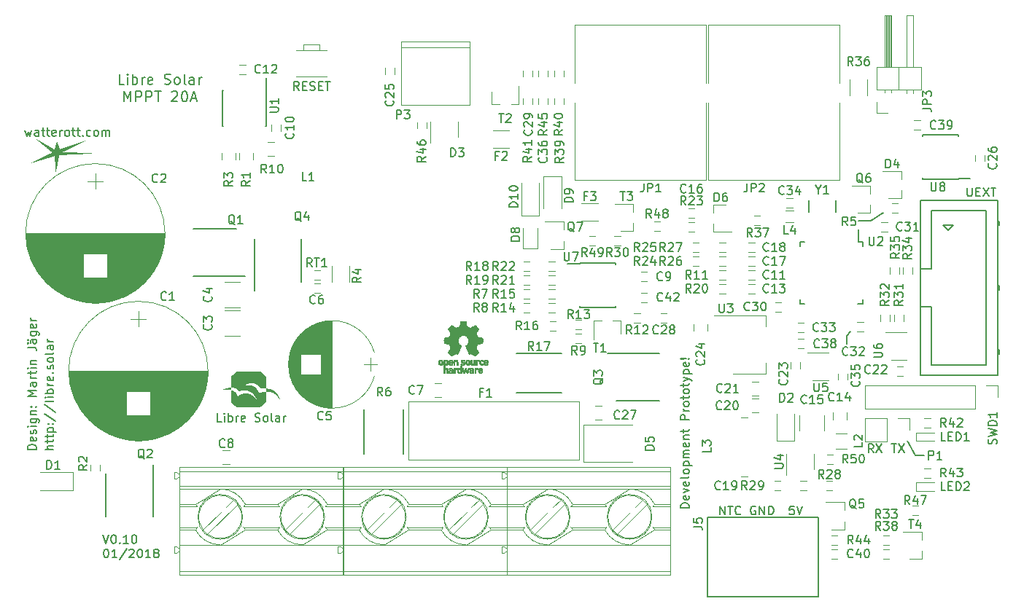
<source format=gbr>
%TF.GenerationSoftware,KiCad,Pcbnew,(2017-11-18 revision ff5ee05de)-makepkg*%
%TF.CreationDate,2018-01-26T17:49:48+01:00*%
%TF.ProjectId,MPPT_charger_20A,4D5050545F636861726765725F323041,0.9*%
%TF.SameCoordinates,Original*%
%TF.FileFunction,Legend,Top*%
%TF.FilePolarity,Positive*%
%FSLAX46Y46*%
G04 Gerber Fmt 4.6, Leading zero omitted, Abs format (unit mm)*
G04 Created by KiCad (PCBNEW (2017-11-18 revision ff5ee05de)-makepkg) date 01/26/18 17:49:48*
%MOMM*%
%LPD*%
G01*
G04 APERTURE LIST*
%ADD10C,0.200000*%
%ADD11C,0.150000*%
%ADD12C,0.120000*%
%ADD13C,0.100000*%
%ADD14C,0.101600*%
%ADD15C,0.010000*%
G04 APERTURE END LIST*
D10*
X202700000Y-124600000D02*
X201800000Y-122900000D01*
X203700000Y-124600000D02*
X202700000Y-124600000D01*
D11*
X99347619Y-86785714D02*
X99538095Y-87452380D01*
X99728571Y-86976190D01*
X99919047Y-87452380D01*
X100109523Y-86785714D01*
X100919047Y-87452380D02*
X100919047Y-86928571D01*
X100871428Y-86833333D01*
X100776190Y-86785714D01*
X100585714Y-86785714D01*
X100490476Y-86833333D01*
X100919047Y-87404761D02*
X100823809Y-87452380D01*
X100585714Y-87452380D01*
X100490476Y-87404761D01*
X100442857Y-87309523D01*
X100442857Y-87214285D01*
X100490476Y-87119047D01*
X100585714Y-87071428D01*
X100823809Y-87071428D01*
X100919047Y-87023809D01*
X101252380Y-86785714D02*
X101633333Y-86785714D01*
X101395238Y-86452380D02*
X101395238Y-87309523D01*
X101442857Y-87404761D01*
X101538095Y-87452380D01*
X101633333Y-87452380D01*
X101823809Y-86785714D02*
X102204761Y-86785714D01*
X101966666Y-86452380D02*
X101966666Y-87309523D01*
X102014285Y-87404761D01*
X102109523Y-87452380D01*
X102204761Y-87452380D01*
X102919047Y-87404761D02*
X102823809Y-87452380D01*
X102633333Y-87452380D01*
X102538095Y-87404761D01*
X102490476Y-87309523D01*
X102490476Y-86928571D01*
X102538095Y-86833333D01*
X102633333Y-86785714D01*
X102823809Y-86785714D01*
X102919047Y-86833333D01*
X102966666Y-86928571D01*
X102966666Y-87023809D01*
X102490476Y-87119047D01*
X103395238Y-87452380D02*
X103395238Y-86785714D01*
X103395238Y-86976190D02*
X103442857Y-86880952D01*
X103490476Y-86833333D01*
X103585714Y-86785714D01*
X103680952Y-86785714D01*
X104157142Y-87452380D02*
X104061904Y-87404761D01*
X104014285Y-87357142D01*
X103966666Y-87261904D01*
X103966666Y-86976190D01*
X104014285Y-86880952D01*
X104061904Y-86833333D01*
X104157142Y-86785714D01*
X104300000Y-86785714D01*
X104395238Y-86833333D01*
X104442857Y-86880952D01*
X104490476Y-86976190D01*
X104490476Y-87261904D01*
X104442857Y-87357142D01*
X104395238Y-87404761D01*
X104300000Y-87452380D01*
X104157142Y-87452380D01*
X104776190Y-86785714D02*
X105157142Y-86785714D01*
X104919047Y-86452380D02*
X104919047Y-87309523D01*
X104966666Y-87404761D01*
X105061904Y-87452380D01*
X105157142Y-87452380D01*
X105347619Y-86785714D02*
X105728571Y-86785714D01*
X105490476Y-86452380D02*
X105490476Y-87309523D01*
X105538095Y-87404761D01*
X105633333Y-87452380D01*
X105728571Y-87452380D01*
X106061904Y-87357142D02*
X106109523Y-87404761D01*
X106061904Y-87452380D01*
X106014285Y-87404761D01*
X106061904Y-87357142D01*
X106061904Y-87452380D01*
X106966666Y-87404761D02*
X106871428Y-87452380D01*
X106680952Y-87452380D01*
X106585714Y-87404761D01*
X106538095Y-87357142D01*
X106490476Y-87261904D01*
X106490476Y-86976190D01*
X106538095Y-86880952D01*
X106585714Y-86833333D01*
X106680952Y-86785714D01*
X106871428Y-86785714D01*
X106966666Y-86833333D01*
X107538095Y-87452380D02*
X107442857Y-87404761D01*
X107395238Y-87357142D01*
X107347619Y-87261904D01*
X107347619Y-86976190D01*
X107395238Y-86880952D01*
X107442857Y-86833333D01*
X107538095Y-86785714D01*
X107680952Y-86785714D01*
X107776190Y-86833333D01*
X107823809Y-86880952D01*
X107871428Y-86976190D01*
X107871428Y-87261904D01*
X107823809Y-87357142D01*
X107776190Y-87404761D01*
X107680952Y-87452380D01*
X107538095Y-87452380D01*
X108300000Y-87452380D02*
X108300000Y-86785714D01*
X108300000Y-86880952D02*
X108347619Y-86833333D01*
X108442857Y-86785714D01*
X108585714Y-86785714D01*
X108680952Y-86833333D01*
X108728571Y-86928571D01*
X108728571Y-87452380D01*
X108728571Y-86928571D02*
X108776190Y-86833333D01*
X108871428Y-86785714D01*
X109014285Y-86785714D01*
X109109523Y-86833333D01*
X109157142Y-86928571D01*
X109157142Y-87452380D01*
D10*
X197500000Y-97300000D02*
X196100000Y-97300000D01*
X197500000Y-97300000D02*
X199000000Y-96400000D01*
D11*
X180033333Y-131452380D02*
X180033333Y-130452380D01*
X180604761Y-131452380D01*
X180604761Y-130452380D01*
X180938095Y-130452380D02*
X181509523Y-130452380D01*
X181223809Y-131452380D02*
X181223809Y-130452380D01*
X182414285Y-131357142D02*
X182366666Y-131404761D01*
X182223809Y-131452380D01*
X182128571Y-131452380D01*
X181985714Y-131404761D01*
X181890476Y-131309523D01*
X181842857Y-131214285D01*
X181795238Y-131023809D01*
X181795238Y-130880952D01*
X181842857Y-130690476D01*
X181890476Y-130595238D01*
X181985714Y-130500000D01*
X182128571Y-130452380D01*
X182223809Y-130452380D01*
X182366666Y-130500000D01*
X182414285Y-130547619D01*
X184138095Y-130500000D02*
X184042857Y-130452380D01*
X183900000Y-130452380D01*
X183757142Y-130500000D01*
X183661904Y-130595238D01*
X183614285Y-130690476D01*
X183566666Y-130880952D01*
X183566666Y-131023809D01*
X183614285Y-131214285D01*
X183661904Y-131309523D01*
X183757142Y-131404761D01*
X183900000Y-131452380D01*
X183995238Y-131452380D01*
X184138095Y-131404761D01*
X184185714Y-131357142D01*
X184185714Y-131023809D01*
X183995238Y-131023809D01*
X184614285Y-131452380D02*
X184614285Y-130452380D01*
X185185714Y-131452380D01*
X185185714Y-130452380D01*
X185661904Y-131452380D02*
X185661904Y-130452380D01*
X185900000Y-130452380D01*
X186042857Y-130500000D01*
X186138095Y-130595238D01*
X186185714Y-130690476D01*
X186233333Y-130880952D01*
X186233333Y-131023809D01*
X186185714Y-131214285D01*
X186138095Y-131309523D01*
X186042857Y-131404761D01*
X185900000Y-131452380D01*
X185661904Y-131452380D01*
X188609523Y-130452380D02*
X188133333Y-130452380D01*
X188085714Y-130928571D01*
X188133333Y-130880952D01*
X188228571Y-130833333D01*
X188466666Y-130833333D01*
X188561904Y-130880952D01*
X188609523Y-130928571D01*
X188657142Y-131023809D01*
X188657142Y-131261904D01*
X188609523Y-131357142D01*
X188561904Y-131404761D01*
X188466666Y-131452380D01*
X188228571Y-131452380D01*
X188133333Y-131404761D01*
X188085714Y-131357142D01*
X188942857Y-130452380D02*
X189276190Y-131452380D01*
X189609523Y-130452380D01*
X199938095Y-123252380D02*
X200509523Y-123252380D01*
X200223809Y-124252380D02*
X200223809Y-123252380D01*
X200747619Y-123252380D02*
X201414285Y-124252380D01*
X201414285Y-123252380D02*
X200747619Y-124252380D01*
X197833333Y-124252380D02*
X197500000Y-123776190D01*
X197261904Y-124252380D02*
X197261904Y-123252380D01*
X197642857Y-123252380D01*
X197738095Y-123300000D01*
X197785714Y-123347619D01*
X197833333Y-123442857D01*
X197833333Y-123585714D01*
X197785714Y-123680952D01*
X197738095Y-123728571D01*
X197642857Y-123776190D01*
X197261904Y-123776190D01*
X198166666Y-123252380D02*
X198833333Y-124252380D01*
X198833333Y-123252380D02*
X198166666Y-124252380D01*
D10*
X195200000Y-110200000D02*
X195200000Y-110200000D01*
X194700000Y-110700000D02*
X195200000Y-110200000D01*
X194700000Y-111600000D02*
X194700000Y-110700000D01*
D11*
X108392738Y-133802380D02*
X108726071Y-134802380D01*
X109059404Y-133802380D01*
X109583214Y-133802380D02*
X109678452Y-133802380D01*
X109773690Y-133850000D01*
X109821309Y-133897619D01*
X109868928Y-133992857D01*
X109916547Y-134183333D01*
X109916547Y-134421428D01*
X109868928Y-134611904D01*
X109821309Y-134707142D01*
X109773690Y-134754761D01*
X109678452Y-134802380D01*
X109583214Y-134802380D01*
X109487976Y-134754761D01*
X109440357Y-134707142D01*
X109392738Y-134611904D01*
X109345119Y-134421428D01*
X109345119Y-134183333D01*
X109392738Y-133992857D01*
X109440357Y-133897619D01*
X109487976Y-133850000D01*
X109583214Y-133802380D01*
X110345119Y-134707142D02*
X110392738Y-134754761D01*
X110345119Y-134802380D01*
X110297500Y-134754761D01*
X110345119Y-134707142D01*
X110345119Y-134802380D01*
X111345119Y-134802380D02*
X110773690Y-134802380D01*
X111059404Y-134802380D02*
X111059404Y-133802380D01*
X110964166Y-133945238D01*
X110868928Y-134040476D01*
X110773690Y-134088095D01*
X111964166Y-133802380D02*
X112059404Y-133802380D01*
X112154642Y-133850000D01*
X112202261Y-133897619D01*
X112249880Y-133992857D01*
X112297500Y-134183333D01*
X112297500Y-134421428D01*
X112249880Y-134611904D01*
X112202261Y-134707142D01*
X112154642Y-134754761D01*
X112059404Y-134802380D01*
X111964166Y-134802380D01*
X111868928Y-134754761D01*
X111821309Y-134707142D01*
X111773690Y-134611904D01*
X111726071Y-134421428D01*
X111726071Y-134183333D01*
X111773690Y-133992857D01*
X111821309Y-133897619D01*
X111868928Y-133850000D01*
X111964166Y-133802380D01*
X108726071Y-135452380D02*
X108821309Y-135452380D01*
X108916547Y-135500000D01*
X108964166Y-135547619D01*
X109011785Y-135642857D01*
X109059404Y-135833333D01*
X109059404Y-136071428D01*
X109011785Y-136261904D01*
X108964166Y-136357142D01*
X108916547Y-136404761D01*
X108821309Y-136452380D01*
X108726071Y-136452380D01*
X108630833Y-136404761D01*
X108583214Y-136357142D01*
X108535595Y-136261904D01*
X108487976Y-136071428D01*
X108487976Y-135833333D01*
X108535595Y-135642857D01*
X108583214Y-135547619D01*
X108630833Y-135500000D01*
X108726071Y-135452380D01*
X110011785Y-136452380D02*
X109440357Y-136452380D01*
X109726071Y-136452380D02*
X109726071Y-135452380D01*
X109630833Y-135595238D01*
X109535595Y-135690476D01*
X109440357Y-135738095D01*
X111154642Y-135404761D02*
X110297500Y-136690476D01*
X111440357Y-135547619D02*
X111487976Y-135500000D01*
X111583214Y-135452380D01*
X111821309Y-135452380D01*
X111916547Y-135500000D01*
X111964166Y-135547619D01*
X112011785Y-135642857D01*
X112011785Y-135738095D01*
X111964166Y-135880952D01*
X111392738Y-136452380D01*
X112011785Y-136452380D01*
X112630833Y-135452380D02*
X112726071Y-135452380D01*
X112821309Y-135500000D01*
X112868928Y-135547619D01*
X112916547Y-135642857D01*
X112964166Y-135833333D01*
X112964166Y-136071428D01*
X112916547Y-136261904D01*
X112868928Y-136357142D01*
X112821309Y-136404761D01*
X112726071Y-136452380D01*
X112630833Y-136452380D01*
X112535595Y-136404761D01*
X112487976Y-136357142D01*
X112440357Y-136261904D01*
X112392738Y-136071428D01*
X112392738Y-135833333D01*
X112440357Y-135642857D01*
X112487976Y-135547619D01*
X112535595Y-135500000D01*
X112630833Y-135452380D01*
X113916547Y-136452380D02*
X113345119Y-136452380D01*
X113630833Y-136452380D02*
X113630833Y-135452380D01*
X113535595Y-135595238D01*
X113440357Y-135690476D01*
X113345119Y-135738095D01*
X114487976Y-135880952D02*
X114392738Y-135833333D01*
X114345119Y-135785714D01*
X114297500Y-135690476D01*
X114297500Y-135642857D01*
X114345119Y-135547619D01*
X114392738Y-135500000D01*
X114487976Y-135452380D01*
X114678452Y-135452380D01*
X114773690Y-135500000D01*
X114821309Y-135547619D01*
X114868928Y-135642857D01*
X114868928Y-135690476D01*
X114821309Y-135785714D01*
X114773690Y-135833333D01*
X114678452Y-135880952D01*
X114487976Y-135880952D01*
X114392738Y-135928571D01*
X114345119Y-135976190D01*
X114297500Y-136071428D01*
X114297500Y-136261904D01*
X114345119Y-136357142D01*
X114392738Y-136404761D01*
X114487976Y-136452380D01*
X114678452Y-136452380D01*
X114773690Y-136404761D01*
X114821309Y-136357142D01*
X114868928Y-136261904D01*
X114868928Y-136071428D01*
X114821309Y-135976190D01*
X114773690Y-135928571D01*
X114678452Y-135880952D01*
X208704761Y-93452380D02*
X208704761Y-94261904D01*
X208752380Y-94357142D01*
X208800000Y-94404761D01*
X208895238Y-94452380D01*
X209085714Y-94452380D01*
X209180952Y-94404761D01*
X209228571Y-94357142D01*
X209276190Y-94261904D01*
X209276190Y-93452380D01*
X209752380Y-93928571D02*
X210085714Y-93928571D01*
X210228571Y-94452380D02*
X209752380Y-94452380D01*
X209752380Y-93452380D01*
X210228571Y-93452380D01*
X210561904Y-93452380D02*
X211228571Y-94452380D01*
X211228571Y-93452380D02*
X210561904Y-94452380D01*
X211466666Y-93452380D02*
X212038095Y-93452380D01*
X211752380Y-94452380D02*
X211752380Y-93452380D01*
X131147619Y-82152380D02*
X130814285Y-81676190D01*
X130576190Y-82152380D02*
X130576190Y-81152380D01*
X130957142Y-81152380D01*
X131052380Y-81200000D01*
X131100000Y-81247619D01*
X131147619Y-81342857D01*
X131147619Y-81485714D01*
X131100000Y-81580952D01*
X131052380Y-81628571D01*
X130957142Y-81676190D01*
X130576190Y-81676190D01*
X131576190Y-81628571D02*
X131909523Y-81628571D01*
X132052380Y-82152380D02*
X131576190Y-82152380D01*
X131576190Y-81152380D01*
X132052380Y-81152380D01*
X132433333Y-82104761D02*
X132576190Y-82152380D01*
X132814285Y-82152380D01*
X132909523Y-82104761D01*
X132957142Y-82057142D01*
X133004761Y-81961904D01*
X133004761Y-81866666D01*
X132957142Y-81771428D01*
X132909523Y-81723809D01*
X132814285Y-81676190D01*
X132623809Y-81628571D01*
X132528571Y-81580952D01*
X132480952Y-81533333D01*
X132433333Y-81438095D01*
X132433333Y-81342857D01*
X132480952Y-81247619D01*
X132528571Y-81200000D01*
X132623809Y-81152380D01*
X132861904Y-81152380D01*
X133004761Y-81200000D01*
X133433333Y-81628571D02*
X133766666Y-81628571D01*
X133909523Y-82152380D02*
X133433333Y-82152380D01*
X133433333Y-81152380D01*
X133909523Y-81152380D01*
X134195238Y-81152380D02*
X134766666Y-81152380D01*
X134480952Y-82152380D02*
X134480952Y-81152380D01*
X100652380Y-123864404D02*
X99652380Y-123864404D01*
X99652380Y-123626309D01*
X99700000Y-123483452D01*
X99795238Y-123388214D01*
X99890476Y-123340595D01*
X100080952Y-123292976D01*
X100223809Y-123292976D01*
X100414285Y-123340595D01*
X100509523Y-123388214D01*
X100604761Y-123483452D01*
X100652380Y-123626309D01*
X100652380Y-123864404D01*
X100604761Y-122483452D02*
X100652380Y-122578690D01*
X100652380Y-122769166D01*
X100604761Y-122864404D01*
X100509523Y-122912023D01*
X100128571Y-122912023D01*
X100033333Y-122864404D01*
X99985714Y-122769166D01*
X99985714Y-122578690D01*
X100033333Y-122483452D01*
X100128571Y-122435833D01*
X100223809Y-122435833D01*
X100319047Y-122912023D01*
X100604761Y-122054880D02*
X100652380Y-121959642D01*
X100652380Y-121769166D01*
X100604761Y-121673928D01*
X100509523Y-121626309D01*
X100461904Y-121626309D01*
X100366666Y-121673928D01*
X100319047Y-121769166D01*
X100319047Y-121912023D01*
X100271428Y-122007261D01*
X100176190Y-122054880D01*
X100128571Y-122054880D01*
X100033333Y-122007261D01*
X99985714Y-121912023D01*
X99985714Y-121769166D01*
X100033333Y-121673928D01*
X100652380Y-121197738D02*
X99985714Y-121197738D01*
X99652380Y-121197738D02*
X99700000Y-121245357D01*
X99747619Y-121197738D01*
X99700000Y-121150119D01*
X99652380Y-121197738D01*
X99747619Y-121197738D01*
X99985714Y-120292976D02*
X100795238Y-120292976D01*
X100890476Y-120340595D01*
X100938095Y-120388214D01*
X100985714Y-120483452D01*
X100985714Y-120626309D01*
X100938095Y-120721547D01*
X100604761Y-120292976D02*
X100652380Y-120388214D01*
X100652380Y-120578690D01*
X100604761Y-120673928D01*
X100557142Y-120721547D01*
X100461904Y-120769166D01*
X100176190Y-120769166D01*
X100080952Y-120721547D01*
X100033333Y-120673928D01*
X99985714Y-120578690D01*
X99985714Y-120388214D01*
X100033333Y-120292976D01*
X99985714Y-119816785D02*
X100652380Y-119816785D01*
X100080952Y-119816785D02*
X100033333Y-119769166D01*
X99985714Y-119673928D01*
X99985714Y-119531071D01*
X100033333Y-119435833D01*
X100128571Y-119388214D01*
X100652380Y-119388214D01*
X100557142Y-118912023D02*
X100604761Y-118864404D01*
X100652380Y-118912023D01*
X100604761Y-118959642D01*
X100557142Y-118912023D01*
X100652380Y-118912023D01*
X100033333Y-118912023D02*
X100080952Y-118864404D01*
X100128571Y-118912023D01*
X100080952Y-118959642D01*
X100033333Y-118912023D01*
X100128571Y-118912023D01*
X100652380Y-117673928D02*
X99652380Y-117673928D01*
X100366666Y-117340595D01*
X99652380Y-117007261D01*
X100652380Y-117007261D01*
X100652380Y-116102500D02*
X100128571Y-116102500D01*
X100033333Y-116150119D01*
X99985714Y-116245357D01*
X99985714Y-116435833D01*
X100033333Y-116531071D01*
X100604761Y-116102500D02*
X100652380Y-116197738D01*
X100652380Y-116435833D01*
X100604761Y-116531071D01*
X100509523Y-116578690D01*
X100414285Y-116578690D01*
X100319047Y-116531071D01*
X100271428Y-116435833D01*
X100271428Y-116197738D01*
X100223809Y-116102500D01*
X100652380Y-115626309D02*
X99985714Y-115626309D01*
X100176190Y-115626309D02*
X100080952Y-115578690D01*
X100033333Y-115531071D01*
X99985714Y-115435833D01*
X99985714Y-115340595D01*
X99985714Y-115150119D02*
X99985714Y-114769166D01*
X99652380Y-115007261D02*
X100509523Y-115007261D01*
X100604761Y-114959642D01*
X100652380Y-114864404D01*
X100652380Y-114769166D01*
X100652380Y-114435833D02*
X99985714Y-114435833D01*
X99652380Y-114435833D02*
X99700000Y-114483452D01*
X99747619Y-114435833D01*
X99700000Y-114388214D01*
X99652380Y-114435833D01*
X99747619Y-114435833D01*
X99985714Y-113959642D02*
X100652380Y-113959642D01*
X100080952Y-113959642D02*
X100033333Y-113912023D01*
X99985714Y-113816785D01*
X99985714Y-113673928D01*
X100033333Y-113578690D01*
X100128571Y-113531071D01*
X100652380Y-113531071D01*
X99652380Y-112007261D02*
X100366666Y-112007261D01*
X100509523Y-112054880D01*
X100604761Y-112150119D01*
X100652380Y-112292976D01*
X100652380Y-112388214D01*
X100652380Y-111102500D02*
X100128571Y-111102500D01*
X100033333Y-111150119D01*
X99985714Y-111245357D01*
X99985714Y-111435833D01*
X100033333Y-111531071D01*
X100604761Y-111102500D02*
X100652380Y-111197738D01*
X100652380Y-111435833D01*
X100604761Y-111531071D01*
X100509523Y-111578690D01*
X100414285Y-111578690D01*
X100319047Y-111531071D01*
X100271428Y-111435833D01*
X100271428Y-111197738D01*
X100223809Y-111102500D01*
X99652380Y-111531071D02*
X99700000Y-111483452D01*
X99747619Y-111531071D01*
X99700000Y-111578690D01*
X99652380Y-111531071D01*
X99747619Y-111531071D01*
X99652380Y-111150119D02*
X99700000Y-111102500D01*
X99747619Y-111150119D01*
X99700000Y-111197738D01*
X99652380Y-111150119D01*
X99747619Y-111150119D01*
X99985714Y-110197738D02*
X100795238Y-110197738D01*
X100890476Y-110245357D01*
X100938095Y-110292976D01*
X100985714Y-110388214D01*
X100985714Y-110531071D01*
X100938095Y-110626309D01*
X100604761Y-110197738D02*
X100652380Y-110292976D01*
X100652380Y-110483452D01*
X100604761Y-110578690D01*
X100557142Y-110626309D01*
X100461904Y-110673928D01*
X100176190Y-110673928D01*
X100080952Y-110626309D01*
X100033333Y-110578690D01*
X99985714Y-110483452D01*
X99985714Y-110292976D01*
X100033333Y-110197738D01*
X100604761Y-109340595D02*
X100652380Y-109435833D01*
X100652380Y-109626309D01*
X100604761Y-109721547D01*
X100509523Y-109769166D01*
X100128571Y-109769166D01*
X100033333Y-109721547D01*
X99985714Y-109626309D01*
X99985714Y-109435833D01*
X100033333Y-109340595D01*
X100128571Y-109292976D01*
X100223809Y-109292976D01*
X100319047Y-109769166D01*
X100652380Y-108864404D02*
X99985714Y-108864404D01*
X100176190Y-108864404D02*
X100080952Y-108816785D01*
X100033333Y-108769166D01*
X99985714Y-108673928D01*
X99985714Y-108578690D01*
D10*
X110857142Y-81442857D02*
X110285714Y-81442857D01*
X110285714Y-80242857D01*
X111257142Y-81442857D02*
X111257142Y-80642857D01*
X111257142Y-80242857D02*
X111200000Y-80300000D01*
X111257142Y-80357142D01*
X111314285Y-80300000D01*
X111257142Y-80242857D01*
X111257142Y-80357142D01*
X111828571Y-81442857D02*
X111828571Y-80242857D01*
X111828571Y-80700000D02*
X111942857Y-80642857D01*
X112171428Y-80642857D01*
X112285714Y-80700000D01*
X112342857Y-80757142D01*
X112400000Y-80871428D01*
X112400000Y-81214285D01*
X112342857Y-81328571D01*
X112285714Y-81385714D01*
X112171428Y-81442857D01*
X111942857Y-81442857D01*
X111828571Y-81385714D01*
X112914285Y-81442857D02*
X112914285Y-80642857D01*
X112914285Y-80871428D02*
X112971428Y-80757142D01*
X113028571Y-80700000D01*
X113142857Y-80642857D01*
X113257142Y-80642857D01*
X114114285Y-81385714D02*
X114000000Y-81442857D01*
X113771428Y-81442857D01*
X113657142Y-81385714D01*
X113600000Y-81271428D01*
X113600000Y-80814285D01*
X113657142Y-80700000D01*
X113771428Y-80642857D01*
X114000000Y-80642857D01*
X114114285Y-80700000D01*
X114171428Y-80814285D01*
X114171428Y-80928571D01*
X113600000Y-81042857D01*
X115542857Y-81385714D02*
X115714285Y-81442857D01*
X116000000Y-81442857D01*
X116114285Y-81385714D01*
X116171428Y-81328571D01*
X116228571Y-81214285D01*
X116228571Y-81100000D01*
X116171428Y-80985714D01*
X116114285Y-80928571D01*
X116000000Y-80871428D01*
X115771428Y-80814285D01*
X115657142Y-80757142D01*
X115600000Y-80700000D01*
X115542857Y-80585714D01*
X115542857Y-80471428D01*
X115600000Y-80357142D01*
X115657142Y-80300000D01*
X115771428Y-80242857D01*
X116057142Y-80242857D01*
X116228571Y-80300000D01*
X116914285Y-81442857D02*
X116800000Y-81385714D01*
X116742857Y-81328571D01*
X116685714Y-81214285D01*
X116685714Y-80871428D01*
X116742857Y-80757142D01*
X116800000Y-80700000D01*
X116914285Y-80642857D01*
X117085714Y-80642857D01*
X117200000Y-80700000D01*
X117257142Y-80757142D01*
X117314285Y-80871428D01*
X117314285Y-81214285D01*
X117257142Y-81328571D01*
X117200000Y-81385714D01*
X117085714Y-81442857D01*
X116914285Y-81442857D01*
X118000000Y-81442857D02*
X117885714Y-81385714D01*
X117828571Y-81271428D01*
X117828571Y-80242857D01*
X118971428Y-81442857D02*
X118971428Y-80814285D01*
X118914285Y-80700000D01*
X118800000Y-80642857D01*
X118571428Y-80642857D01*
X118457142Y-80700000D01*
X118971428Y-81385714D02*
X118857142Y-81442857D01*
X118571428Y-81442857D01*
X118457142Y-81385714D01*
X118400000Y-81271428D01*
X118400000Y-81157142D01*
X118457142Y-81042857D01*
X118571428Y-80985714D01*
X118857142Y-80985714D01*
X118971428Y-80928571D01*
X119542857Y-81442857D02*
X119542857Y-80642857D01*
X119542857Y-80871428D02*
X119600000Y-80757142D01*
X119657142Y-80700000D01*
X119771428Y-80642857D01*
X119885714Y-80642857D01*
X110828571Y-83442857D02*
X110828571Y-82242857D01*
X111228571Y-83100000D01*
X111628571Y-82242857D01*
X111628571Y-83442857D01*
X112200000Y-83442857D02*
X112200000Y-82242857D01*
X112657142Y-82242857D01*
X112771428Y-82300000D01*
X112828571Y-82357142D01*
X112885714Y-82471428D01*
X112885714Y-82642857D01*
X112828571Y-82757142D01*
X112771428Y-82814285D01*
X112657142Y-82871428D01*
X112200000Y-82871428D01*
X113400000Y-83442857D02*
X113400000Y-82242857D01*
X113857142Y-82242857D01*
X113971428Y-82300000D01*
X114028571Y-82357142D01*
X114085714Y-82471428D01*
X114085714Y-82642857D01*
X114028571Y-82757142D01*
X113971428Y-82814285D01*
X113857142Y-82871428D01*
X113400000Y-82871428D01*
X114428571Y-82242857D02*
X115114285Y-82242857D01*
X114771428Y-83442857D02*
X114771428Y-82242857D01*
X116371428Y-82357142D02*
X116428571Y-82300000D01*
X116542857Y-82242857D01*
X116828571Y-82242857D01*
X116942857Y-82300000D01*
X117000000Y-82357142D01*
X117057142Y-82471428D01*
X117057142Y-82585714D01*
X117000000Y-82757142D01*
X116314285Y-83442857D01*
X117057142Y-83442857D01*
X117800000Y-82242857D02*
X117914285Y-82242857D01*
X118028571Y-82300000D01*
X118085714Y-82357142D01*
X118142857Y-82471428D01*
X118200000Y-82700000D01*
X118200000Y-82985714D01*
X118142857Y-83214285D01*
X118085714Y-83328571D01*
X118028571Y-83385714D01*
X117914285Y-83442857D01*
X117800000Y-83442857D01*
X117685714Y-83385714D01*
X117628571Y-83328571D01*
X117571428Y-83214285D01*
X117514285Y-82985714D01*
X117514285Y-82700000D01*
X117571428Y-82471428D01*
X117628571Y-82357142D01*
X117685714Y-82300000D01*
X117800000Y-82242857D01*
X118657142Y-83100000D02*
X119228571Y-83100000D01*
X118542857Y-83442857D02*
X118942857Y-82242857D01*
X119342857Y-83442857D01*
D11*
X176452380Y-130664404D02*
X175452380Y-130664404D01*
X175452380Y-130426309D01*
X175500000Y-130283452D01*
X175595238Y-130188214D01*
X175690476Y-130140595D01*
X175880952Y-130092976D01*
X176023809Y-130092976D01*
X176214285Y-130140595D01*
X176309523Y-130188214D01*
X176404761Y-130283452D01*
X176452380Y-130426309D01*
X176452380Y-130664404D01*
X176404761Y-129283452D02*
X176452380Y-129378690D01*
X176452380Y-129569166D01*
X176404761Y-129664404D01*
X176309523Y-129712023D01*
X175928571Y-129712023D01*
X175833333Y-129664404D01*
X175785714Y-129569166D01*
X175785714Y-129378690D01*
X175833333Y-129283452D01*
X175928571Y-129235833D01*
X176023809Y-129235833D01*
X176119047Y-129712023D01*
X175785714Y-128902500D02*
X176452380Y-128664404D01*
X175785714Y-128426309D01*
X176404761Y-127664404D02*
X176452380Y-127759642D01*
X176452380Y-127950119D01*
X176404761Y-128045357D01*
X176309523Y-128092976D01*
X175928571Y-128092976D01*
X175833333Y-128045357D01*
X175785714Y-127950119D01*
X175785714Y-127759642D01*
X175833333Y-127664404D01*
X175928571Y-127616785D01*
X176023809Y-127616785D01*
X176119047Y-128092976D01*
X176452380Y-127045357D02*
X176404761Y-127140595D01*
X176309523Y-127188214D01*
X175452380Y-127188214D01*
X176452380Y-126521547D02*
X176404761Y-126616785D01*
X176357142Y-126664404D01*
X176261904Y-126712023D01*
X175976190Y-126712023D01*
X175880952Y-126664404D01*
X175833333Y-126616785D01*
X175785714Y-126521547D01*
X175785714Y-126378690D01*
X175833333Y-126283452D01*
X175880952Y-126235833D01*
X175976190Y-126188214D01*
X176261904Y-126188214D01*
X176357142Y-126235833D01*
X176404761Y-126283452D01*
X176452380Y-126378690D01*
X176452380Y-126521547D01*
X175785714Y-125759642D02*
X176785714Y-125759642D01*
X175833333Y-125759642D02*
X175785714Y-125664404D01*
X175785714Y-125473928D01*
X175833333Y-125378690D01*
X175880952Y-125331071D01*
X175976190Y-125283452D01*
X176261904Y-125283452D01*
X176357142Y-125331071D01*
X176404761Y-125378690D01*
X176452380Y-125473928D01*
X176452380Y-125664404D01*
X176404761Y-125759642D01*
X176452380Y-124854880D02*
X175785714Y-124854880D01*
X175880952Y-124854880D02*
X175833333Y-124807261D01*
X175785714Y-124712023D01*
X175785714Y-124569166D01*
X175833333Y-124473928D01*
X175928571Y-124426309D01*
X176452380Y-124426309D01*
X175928571Y-124426309D02*
X175833333Y-124378690D01*
X175785714Y-124283452D01*
X175785714Y-124140595D01*
X175833333Y-124045357D01*
X175928571Y-123997738D01*
X176452380Y-123997738D01*
X176404761Y-123140595D02*
X176452380Y-123235833D01*
X176452380Y-123426309D01*
X176404761Y-123521547D01*
X176309523Y-123569166D01*
X175928571Y-123569166D01*
X175833333Y-123521547D01*
X175785714Y-123426309D01*
X175785714Y-123235833D01*
X175833333Y-123140595D01*
X175928571Y-123092976D01*
X176023809Y-123092976D01*
X176119047Y-123569166D01*
X175785714Y-122664404D02*
X176452380Y-122664404D01*
X175880952Y-122664404D02*
X175833333Y-122616785D01*
X175785714Y-122521547D01*
X175785714Y-122378690D01*
X175833333Y-122283452D01*
X175928571Y-122235833D01*
X176452380Y-122235833D01*
X175785714Y-121902500D02*
X175785714Y-121521547D01*
X175452380Y-121759642D02*
X176309523Y-121759642D01*
X176404761Y-121712023D01*
X176452380Y-121616785D01*
X176452380Y-121521547D01*
X176452380Y-120426309D02*
X175452380Y-120426309D01*
X175452380Y-120045357D01*
X175500000Y-119950119D01*
X175547619Y-119902500D01*
X175642857Y-119854880D01*
X175785714Y-119854880D01*
X175880952Y-119902500D01*
X175928571Y-119950119D01*
X175976190Y-120045357D01*
X175976190Y-120426309D01*
X176452380Y-119426309D02*
X175785714Y-119426309D01*
X175976190Y-119426309D02*
X175880952Y-119378690D01*
X175833333Y-119331071D01*
X175785714Y-119235833D01*
X175785714Y-119140595D01*
X176452380Y-118664404D02*
X176404761Y-118759642D01*
X176357142Y-118807261D01*
X176261904Y-118854880D01*
X175976190Y-118854880D01*
X175880952Y-118807261D01*
X175833333Y-118759642D01*
X175785714Y-118664404D01*
X175785714Y-118521547D01*
X175833333Y-118426309D01*
X175880952Y-118378690D01*
X175976190Y-118331071D01*
X176261904Y-118331071D01*
X176357142Y-118378690D01*
X176404761Y-118426309D01*
X176452380Y-118521547D01*
X176452380Y-118664404D01*
X175785714Y-118045357D02*
X175785714Y-117664404D01*
X175452380Y-117902500D02*
X176309523Y-117902500D01*
X176404761Y-117854880D01*
X176452380Y-117759642D01*
X176452380Y-117664404D01*
X176452380Y-117188214D02*
X176404761Y-117283452D01*
X176357142Y-117331071D01*
X176261904Y-117378690D01*
X175976190Y-117378690D01*
X175880952Y-117331071D01*
X175833333Y-117283452D01*
X175785714Y-117188214D01*
X175785714Y-117045357D01*
X175833333Y-116950119D01*
X175880952Y-116902500D01*
X175976190Y-116854880D01*
X176261904Y-116854880D01*
X176357142Y-116902500D01*
X176404761Y-116950119D01*
X176452380Y-117045357D01*
X176452380Y-117188214D01*
X175785714Y-116569166D02*
X175785714Y-116188214D01*
X175452380Y-116426309D02*
X176309523Y-116426309D01*
X176404761Y-116378690D01*
X176452380Y-116283452D01*
X176452380Y-116188214D01*
X175785714Y-115950119D02*
X176452380Y-115712023D01*
X175785714Y-115473928D02*
X176452380Y-115712023D01*
X176690476Y-115807261D01*
X176738095Y-115854880D01*
X176785714Y-115950119D01*
X175785714Y-115092976D02*
X176785714Y-115092976D01*
X175833333Y-115092976D02*
X175785714Y-114997738D01*
X175785714Y-114807261D01*
X175833333Y-114712023D01*
X175880952Y-114664404D01*
X175976190Y-114616785D01*
X176261904Y-114616785D01*
X176357142Y-114664404D01*
X176404761Y-114712023D01*
X176452380Y-114807261D01*
X176452380Y-114997738D01*
X176404761Y-115092976D01*
X176404761Y-113807261D02*
X176452380Y-113902500D01*
X176452380Y-114092976D01*
X176404761Y-114188214D01*
X176309523Y-114235833D01*
X175928571Y-114235833D01*
X175833333Y-114188214D01*
X175785714Y-114092976D01*
X175785714Y-113902500D01*
X175833333Y-113807261D01*
X175928571Y-113759642D01*
X176023809Y-113759642D01*
X176119047Y-114235833D01*
X176357142Y-113331071D02*
X176404761Y-113283452D01*
X176452380Y-113331071D01*
X176404761Y-113378690D01*
X176357142Y-113331071D01*
X176452380Y-113331071D01*
X176071428Y-113331071D02*
X175500000Y-113378690D01*
X175452380Y-113331071D01*
X175500000Y-113283452D01*
X176071428Y-113331071D01*
X175452380Y-113331071D01*
X102652380Y-123864404D02*
X101652380Y-123864404D01*
X102652380Y-123435833D02*
X102128571Y-123435833D01*
X102033333Y-123483452D01*
X101985714Y-123578690D01*
X101985714Y-123721547D01*
X102033333Y-123816785D01*
X102080952Y-123864404D01*
X101985714Y-123102500D02*
X101985714Y-122721547D01*
X101652380Y-122959642D02*
X102509523Y-122959642D01*
X102604761Y-122912023D01*
X102652380Y-122816785D01*
X102652380Y-122721547D01*
X101985714Y-122531071D02*
X101985714Y-122150119D01*
X101652380Y-122388214D02*
X102509523Y-122388214D01*
X102604761Y-122340595D01*
X102652380Y-122245357D01*
X102652380Y-122150119D01*
X101985714Y-121816785D02*
X102985714Y-121816785D01*
X102033333Y-121816785D02*
X101985714Y-121721547D01*
X101985714Y-121531071D01*
X102033333Y-121435833D01*
X102080952Y-121388214D01*
X102176190Y-121340595D01*
X102461904Y-121340595D01*
X102557142Y-121388214D01*
X102604761Y-121435833D01*
X102652380Y-121531071D01*
X102652380Y-121721547D01*
X102604761Y-121816785D01*
X102557142Y-120912023D02*
X102604761Y-120864404D01*
X102652380Y-120912023D01*
X102604761Y-120959642D01*
X102557142Y-120912023D01*
X102652380Y-120912023D01*
X102033333Y-120912023D02*
X102080952Y-120864404D01*
X102128571Y-120912023D01*
X102080952Y-120959642D01*
X102033333Y-120912023D01*
X102128571Y-120912023D01*
X101604761Y-119721547D02*
X102890476Y-120578690D01*
X101604761Y-118673928D02*
X102890476Y-119531071D01*
X102652380Y-118197738D02*
X102604761Y-118292976D01*
X102509523Y-118340595D01*
X101652380Y-118340595D01*
X102652380Y-117816785D02*
X101985714Y-117816785D01*
X101652380Y-117816785D02*
X101700000Y-117864404D01*
X101747619Y-117816785D01*
X101700000Y-117769166D01*
X101652380Y-117816785D01*
X101747619Y-117816785D01*
X102652380Y-117340595D02*
X101652380Y-117340595D01*
X102033333Y-117340595D02*
X101985714Y-117245357D01*
X101985714Y-117054880D01*
X102033333Y-116959642D01*
X102080952Y-116912023D01*
X102176190Y-116864404D01*
X102461904Y-116864404D01*
X102557142Y-116912023D01*
X102604761Y-116959642D01*
X102652380Y-117054880D01*
X102652380Y-117245357D01*
X102604761Y-117340595D01*
X102652380Y-116435833D02*
X101985714Y-116435833D01*
X102176190Y-116435833D02*
X102080952Y-116388214D01*
X102033333Y-116340595D01*
X101985714Y-116245357D01*
X101985714Y-116150119D01*
X102604761Y-115435833D02*
X102652380Y-115531071D01*
X102652380Y-115721547D01*
X102604761Y-115816785D01*
X102509523Y-115864404D01*
X102128571Y-115864404D01*
X102033333Y-115816785D01*
X101985714Y-115721547D01*
X101985714Y-115531071D01*
X102033333Y-115435833D01*
X102128571Y-115388214D01*
X102223809Y-115388214D01*
X102319047Y-115864404D01*
X102557142Y-114959642D02*
X102604761Y-114912023D01*
X102652380Y-114959642D01*
X102604761Y-115007261D01*
X102557142Y-114959642D01*
X102652380Y-114959642D01*
X102604761Y-114531071D02*
X102652380Y-114435833D01*
X102652380Y-114245357D01*
X102604761Y-114150119D01*
X102509523Y-114102500D01*
X102461904Y-114102500D01*
X102366666Y-114150119D01*
X102319047Y-114245357D01*
X102319047Y-114388214D01*
X102271428Y-114483452D01*
X102176190Y-114531071D01*
X102128571Y-114531071D01*
X102033333Y-114483452D01*
X101985714Y-114388214D01*
X101985714Y-114245357D01*
X102033333Y-114150119D01*
X102652380Y-113531071D02*
X102604761Y-113626309D01*
X102557142Y-113673928D01*
X102461904Y-113721547D01*
X102176190Y-113721547D01*
X102080952Y-113673928D01*
X102033333Y-113626309D01*
X101985714Y-113531071D01*
X101985714Y-113388214D01*
X102033333Y-113292976D01*
X102080952Y-113245357D01*
X102176190Y-113197738D01*
X102461904Y-113197738D01*
X102557142Y-113245357D01*
X102604761Y-113292976D01*
X102652380Y-113388214D01*
X102652380Y-113531071D01*
X102652380Y-112626309D02*
X102604761Y-112721547D01*
X102509523Y-112769166D01*
X101652380Y-112769166D01*
X102652380Y-111816785D02*
X102128571Y-111816785D01*
X102033333Y-111864404D01*
X101985714Y-111959642D01*
X101985714Y-112150119D01*
X102033333Y-112245357D01*
X102604761Y-111816785D02*
X102652380Y-111912023D01*
X102652380Y-112150119D01*
X102604761Y-112245357D01*
X102509523Y-112292976D01*
X102414285Y-112292976D01*
X102319047Y-112245357D01*
X102271428Y-112150119D01*
X102271428Y-111912023D01*
X102223809Y-111816785D01*
X102652380Y-111340595D02*
X101985714Y-111340595D01*
X102176190Y-111340595D02*
X102080952Y-111292976D01*
X102033333Y-111245357D01*
X101985714Y-111150119D01*
X101985714Y-111054880D01*
D12*
%TO.C,L3*%
X183252468Y-120198646D02*
X182452468Y-120198646D01*
X183252468Y-126998646D02*
X182452468Y-126998646D01*
%TO.C,R50*%
X193150000Y-125550000D02*
X192450000Y-125550000D01*
X192450000Y-124450000D02*
X193150000Y-124450000D01*
D13*
%TO.C,LOGO?*%
G36*
X102909500Y-91635200D02*
X102934900Y-91635200D01*
X102934900Y-91609800D01*
X102909500Y-91609800D01*
X102909500Y-91635200D01*
G37*
G36*
X102909500Y-91609800D02*
X102934900Y-91609800D01*
X102934900Y-91584400D01*
X102909500Y-91584400D01*
X102909500Y-91609800D01*
G37*
G36*
X102909500Y-91584400D02*
X102960300Y-91584400D01*
X102960300Y-91559000D01*
X102909500Y-91559000D01*
X102909500Y-91584400D01*
G37*
G36*
X102909500Y-91559000D02*
X102960300Y-91559000D01*
X102960300Y-91533600D01*
X102909500Y-91533600D01*
X102909500Y-91559000D01*
G37*
G36*
X102909500Y-91533600D02*
X102960300Y-91533600D01*
X102960300Y-91508200D01*
X102909500Y-91508200D01*
X102909500Y-91533600D01*
G37*
G36*
X102909500Y-91508200D02*
X102960300Y-91508200D01*
X102960300Y-91482800D01*
X102909500Y-91482800D01*
X102909500Y-91508200D01*
G37*
G36*
X102909500Y-91482800D02*
X102960300Y-91482800D01*
X102960300Y-91457400D01*
X102909500Y-91457400D01*
X102909500Y-91482800D01*
G37*
G36*
X102909500Y-91457400D02*
X102985700Y-91457400D01*
X102985700Y-91432000D01*
X102909500Y-91432000D01*
X102909500Y-91457400D01*
G37*
G36*
X102884100Y-91432000D02*
X102985700Y-91432000D01*
X102985700Y-91406600D01*
X102884100Y-91406600D01*
X102884100Y-91432000D01*
G37*
G36*
X102884100Y-91406600D02*
X102985700Y-91406600D01*
X102985700Y-91381200D01*
X102884100Y-91381200D01*
X102884100Y-91406600D01*
G37*
G36*
X102884100Y-91381200D02*
X102985700Y-91381200D01*
X102985700Y-91355800D01*
X102884100Y-91355800D01*
X102884100Y-91381200D01*
G37*
G36*
X102884100Y-91355800D02*
X102985700Y-91355800D01*
X102985700Y-91330400D01*
X102884100Y-91330400D01*
X102884100Y-91355800D01*
G37*
G36*
X102884100Y-91330400D02*
X103011100Y-91330400D01*
X103011100Y-91305000D01*
X102884100Y-91305000D01*
X102884100Y-91330400D01*
G37*
G36*
X102884100Y-91305000D02*
X103011100Y-91305000D01*
X103011100Y-91279600D01*
X102884100Y-91279600D01*
X102884100Y-91305000D01*
G37*
G36*
X102884100Y-91279600D02*
X103011100Y-91279600D01*
X103011100Y-91254200D01*
X102884100Y-91254200D01*
X102884100Y-91279600D01*
G37*
G36*
X102884100Y-91254200D02*
X103011100Y-91254200D01*
X103011100Y-91228800D01*
X102884100Y-91228800D01*
X102884100Y-91254200D01*
G37*
G36*
X102884100Y-91228800D02*
X103011100Y-91228800D01*
X103011100Y-91203400D01*
X102884100Y-91203400D01*
X102884100Y-91228800D01*
G37*
G36*
X102884100Y-91203400D02*
X103036500Y-91203400D01*
X103036500Y-91178000D01*
X102884100Y-91178000D01*
X102884100Y-91203400D01*
G37*
G36*
X102884100Y-91178000D02*
X103036500Y-91178000D01*
X103036500Y-91152600D01*
X102884100Y-91152600D01*
X102884100Y-91178000D01*
G37*
G36*
X102884100Y-91152600D02*
X103036500Y-91152600D01*
X103036500Y-91127200D01*
X102884100Y-91127200D01*
X102884100Y-91152600D01*
G37*
G36*
X102884100Y-91127200D02*
X103036500Y-91127200D01*
X103036500Y-91101800D01*
X102884100Y-91101800D01*
X102884100Y-91127200D01*
G37*
G36*
X102858700Y-91101800D02*
X103036500Y-91101800D01*
X103036500Y-91076400D01*
X102858700Y-91076400D01*
X102858700Y-91101800D01*
G37*
G36*
X102858700Y-91076400D02*
X103061900Y-91076400D01*
X103061900Y-91051000D01*
X102858700Y-91051000D01*
X102858700Y-91076400D01*
G37*
G36*
X102858700Y-91051000D02*
X103061900Y-91051000D01*
X103061900Y-91025600D01*
X102858700Y-91025600D01*
X102858700Y-91051000D01*
G37*
G36*
X102858700Y-91025600D02*
X103061900Y-91025600D01*
X103061900Y-91000200D01*
X102858700Y-91000200D01*
X102858700Y-91025600D01*
G37*
G36*
X102858700Y-91000200D02*
X103061900Y-91000200D01*
X103061900Y-90974800D01*
X102858700Y-90974800D01*
X102858700Y-91000200D01*
G37*
G36*
X102858700Y-90974800D02*
X103061900Y-90974800D01*
X103061900Y-90949400D01*
X102858700Y-90949400D01*
X102858700Y-90974800D01*
G37*
G36*
X102858700Y-90949400D02*
X103087300Y-90949400D01*
X103087300Y-90924000D01*
X102858700Y-90924000D01*
X102858700Y-90949400D01*
G37*
G36*
X102858700Y-90924000D02*
X103087300Y-90924000D01*
X103087300Y-90898600D01*
X102858700Y-90898600D01*
X102858700Y-90924000D01*
G37*
G36*
X102858700Y-90898600D02*
X103087300Y-90898600D01*
X103087300Y-90873200D01*
X102858700Y-90873200D01*
X102858700Y-90898600D01*
G37*
G36*
X102858700Y-90873200D02*
X103087300Y-90873200D01*
X103087300Y-90847800D01*
X102858700Y-90847800D01*
X102858700Y-90873200D01*
G37*
G36*
X102858700Y-90847800D02*
X103087300Y-90847800D01*
X103087300Y-90822400D01*
X102858700Y-90822400D01*
X102858700Y-90847800D01*
G37*
G36*
X102858700Y-90822400D02*
X103112700Y-90822400D01*
X103112700Y-90797000D01*
X102858700Y-90797000D01*
X102858700Y-90822400D01*
G37*
G36*
X102858700Y-90797000D02*
X103112700Y-90797000D01*
X103112700Y-90771600D01*
X102858700Y-90771600D01*
X102858700Y-90797000D01*
G37*
G36*
X102858700Y-90771600D02*
X103112700Y-90771600D01*
X103112700Y-90746200D01*
X102858700Y-90746200D01*
X102858700Y-90771600D01*
G37*
G36*
X102833300Y-90746200D02*
X103112700Y-90746200D01*
X103112700Y-90720800D01*
X102833300Y-90720800D01*
X102833300Y-90746200D01*
G37*
G36*
X102833300Y-90720800D02*
X103112700Y-90720800D01*
X103112700Y-90695400D01*
X102833300Y-90695400D01*
X102833300Y-90720800D01*
G37*
G36*
X102833300Y-90695400D02*
X103138100Y-90695400D01*
X103138100Y-90670000D01*
X102833300Y-90670000D01*
X102833300Y-90695400D01*
G37*
G36*
X99912300Y-90670000D02*
X99937700Y-90670000D01*
X99937700Y-90644600D01*
X99912300Y-90644600D01*
X99912300Y-90670000D01*
G37*
G36*
X102833300Y-90670000D02*
X103138100Y-90670000D01*
X103138100Y-90644600D01*
X102833300Y-90644600D01*
X102833300Y-90670000D01*
G37*
G36*
X99937700Y-90644600D02*
X100013900Y-90644600D01*
X100013900Y-90619200D01*
X99937700Y-90619200D01*
X99937700Y-90644600D01*
G37*
G36*
X102833300Y-90644600D02*
X103138100Y-90644600D01*
X103138100Y-90619200D01*
X102833300Y-90619200D01*
X102833300Y-90644600D01*
G37*
G36*
X99988500Y-90619200D02*
X100115500Y-90619200D01*
X100115500Y-90593800D01*
X99988500Y-90593800D01*
X99988500Y-90619200D01*
G37*
G36*
X102833300Y-90619200D02*
X103138100Y-90619200D01*
X103138100Y-90593800D01*
X102833300Y-90593800D01*
X102833300Y-90619200D01*
G37*
G36*
X100039300Y-90593800D02*
X100191700Y-90593800D01*
X100191700Y-90568400D01*
X100039300Y-90568400D01*
X100039300Y-90593800D01*
G37*
G36*
X102833300Y-90593800D02*
X103138100Y-90593800D01*
X103138100Y-90568400D01*
X102833300Y-90568400D01*
X102833300Y-90593800D01*
G37*
G36*
X100090100Y-90568400D02*
X100267900Y-90568400D01*
X100267900Y-90543000D01*
X100090100Y-90543000D01*
X100090100Y-90568400D01*
G37*
G36*
X102833300Y-90568400D02*
X103163500Y-90568400D01*
X103163500Y-90543000D01*
X102833300Y-90543000D01*
X102833300Y-90568400D01*
G37*
G36*
X100140900Y-90543000D02*
X100369500Y-90543000D01*
X100369500Y-90517600D01*
X100140900Y-90517600D01*
X100140900Y-90543000D01*
G37*
G36*
X102833300Y-90543000D02*
X103163500Y-90543000D01*
X103163500Y-90517600D01*
X102833300Y-90517600D01*
X102833300Y-90543000D01*
G37*
G36*
X100191700Y-90517600D02*
X100445700Y-90517600D01*
X100445700Y-90492200D01*
X100191700Y-90492200D01*
X100191700Y-90517600D01*
G37*
G36*
X102833300Y-90517600D02*
X103163500Y-90517600D01*
X103163500Y-90492200D01*
X102833300Y-90492200D01*
X102833300Y-90517600D01*
G37*
G36*
X100242500Y-90492200D02*
X100521900Y-90492200D01*
X100521900Y-90466800D01*
X100242500Y-90466800D01*
X100242500Y-90492200D01*
G37*
G36*
X102833300Y-90492200D02*
X103163500Y-90492200D01*
X103163500Y-90466800D01*
X102833300Y-90466800D01*
X102833300Y-90492200D01*
G37*
G36*
X100293300Y-90466800D02*
X100598100Y-90466800D01*
X100598100Y-90441400D01*
X100293300Y-90441400D01*
X100293300Y-90466800D01*
G37*
G36*
X102833300Y-90466800D02*
X103163500Y-90466800D01*
X103163500Y-90441400D01*
X102833300Y-90441400D01*
X102833300Y-90466800D01*
G37*
G36*
X100344100Y-90441400D02*
X100699700Y-90441400D01*
X100699700Y-90416000D01*
X100344100Y-90416000D01*
X100344100Y-90441400D01*
G37*
G36*
X102833300Y-90441400D02*
X103188900Y-90441400D01*
X103188900Y-90416000D01*
X102833300Y-90416000D01*
X102833300Y-90441400D01*
G37*
G36*
X100394900Y-90416000D02*
X100775900Y-90416000D01*
X100775900Y-90390600D01*
X100394900Y-90390600D01*
X100394900Y-90416000D01*
G37*
G36*
X102807900Y-90416000D02*
X103188900Y-90416000D01*
X103188900Y-90390600D01*
X102807900Y-90390600D01*
X102807900Y-90416000D01*
G37*
G36*
X100445700Y-90390600D02*
X100852100Y-90390600D01*
X100852100Y-90365200D01*
X100445700Y-90365200D01*
X100445700Y-90390600D01*
G37*
G36*
X102807900Y-90390600D02*
X103188900Y-90390600D01*
X103188900Y-90365200D01*
X102807900Y-90365200D01*
X102807900Y-90390600D01*
G37*
G36*
X100496500Y-90365200D02*
X100953700Y-90365200D01*
X100953700Y-90339800D01*
X100496500Y-90339800D01*
X100496500Y-90365200D01*
G37*
G36*
X102807900Y-90365200D02*
X103188900Y-90365200D01*
X103188900Y-90339800D01*
X102807900Y-90339800D01*
X102807900Y-90365200D01*
G37*
G36*
X100547300Y-90339800D02*
X101029900Y-90339800D01*
X101029900Y-90314400D01*
X100547300Y-90314400D01*
X100547300Y-90339800D01*
G37*
G36*
X102807900Y-90339800D02*
X103188900Y-90339800D01*
X103188900Y-90314400D01*
X102807900Y-90314400D01*
X102807900Y-90339800D01*
G37*
G36*
X100598100Y-90314400D02*
X101106100Y-90314400D01*
X101106100Y-90289000D01*
X100598100Y-90289000D01*
X100598100Y-90314400D01*
G37*
G36*
X102807900Y-90314400D02*
X103214300Y-90314400D01*
X103214300Y-90289000D01*
X102807900Y-90289000D01*
X102807900Y-90314400D01*
G37*
G36*
X100648900Y-90289000D02*
X101182300Y-90289000D01*
X101182300Y-90263600D01*
X100648900Y-90263600D01*
X100648900Y-90289000D01*
G37*
G36*
X102807900Y-90289000D02*
X103214300Y-90289000D01*
X103214300Y-90263600D01*
X102807900Y-90263600D01*
X102807900Y-90289000D01*
G37*
G36*
X100699700Y-90263600D02*
X101283900Y-90263600D01*
X101283900Y-90238200D01*
X100699700Y-90238200D01*
X100699700Y-90263600D01*
G37*
G36*
X102807900Y-90263600D02*
X103214300Y-90263600D01*
X103214300Y-90238200D01*
X102807900Y-90238200D01*
X102807900Y-90263600D01*
G37*
G36*
X100750500Y-90238200D02*
X101360100Y-90238200D01*
X101360100Y-90212800D01*
X100750500Y-90212800D01*
X100750500Y-90238200D01*
G37*
G36*
X102807900Y-90238200D02*
X103214300Y-90238200D01*
X103214300Y-90212800D01*
X102807900Y-90212800D01*
X102807900Y-90238200D01*
G37*
G36*
X100826700Y-90212800D02*
X101436300Y-90212800D01*
X101436300Y-90187400D01*
X100826700Y-90187400D01*
X100826700Y-90212800D01*
G37*
G36*
X102807900Y-90212800D02*
X103214300Y-90212800D01*
X103214300Y-90187400D01*
X102807900Y-90187400D01*
X102807900Y-90212800D01*
G37*
G36*
X100877500Y-90187400D02*
X101512500Y-90187400D01*
X101512500Y-90162000D01*
X100877500Y-90162000D01*
X100877500Y-90187400D01*
G37*
G36*
X102807900Y-90187400D02*
X103239700Y-90187400D01*
X103239700Y-90162000D01*
X102807900Y-90162000D01*
X102807900Y-90187400D01*
G37*
G36*
X100928300Y-90162000D02*
X101614100Y-90162000D01*
X101614100Y-90136600D01*
X100928300Y-90136600D01*
X100928300Y-90162000D01*
G37*
G36*
X102807900Y-90162000D02*
X103239700Y-90162000D01*
X103239700Y-90136600D01*
X102807900Y-90136600D01*
X102807900Y-90162000D01*
G37*
G36*
X100979100Y-90136600D02*
X101690300Y-90136600D01*
X101690300Y-90111200D01*
X100979100Y-90111200D01*
X100979100Y-90136600D01*
G37*
G36*
X102807900Y-90136600D02*
X103239700Y-90136600D01*
X103239700Y-90111200D01*
X102807900Y-90111200D01*
X102807900Y-90136600D01*
G37*
G36*
X101029900Y-90111200D02*
X101766500Y-90111200D01*
X101766500Y-90085800D01*
X101029900Y-90085800D01*
X101029900Y-90111200D01*
G37*
G36*
X102807900Y-90111200D02*
X103239700Y-90111200D01*
X103239700Y-90085800D01*
X102807900Y-90085800D01*
X102807900Y-90111200D01*
G37*
G36*
X101080700Y-90085800D02*
X101868100Y-90085800D01*
X101868100Y-90060400D01*
X101080700Y-90060400D01*
X101080700Y-90085800D01*
G37*
G36*
X102782500Y-90085800D02*
X103239700Y-90085800D01*
X103239700Y-90060400D01*
X102782500Y-90060400D01*
X102782500Y-90085800D01*
G37*
G36*
X101131500Y-90060400D02*
X101944300Y-90060400D01*
X101944300Y-90035000D01*
X101131500Y-90035000D01*
X101131500Y-90060400D01*
G37*
G36*
X102782500Y-90060400D02*
X103265100Y-90060400D01*
X103265100Y-90035000D01*
X102782500Y-90035000D01*
X102782500Y-90060400D01*
G37*
G36*
X101182300Y-90035000D02*
X102020500Y-90035000D01*
X102020500Y-90009600D01*
X101182300Y-90009600D01*
X101182300Y-90035000D01*
G37*
G36*
X102782500Y-90035000D02*
X103265100Y-90035000D01*
X103265100Y-90009600D01*
X102782500Y-90009600D01*
X102782500Y-90035000D01*
G37*
G36*
X101233100Y-90009600D02*
X102096700Y-90009600D01*
X102096700Y-89984200D01*
X101233100Y-89984200D01*
X101233100Y-90009600D01*
G37*
G36*
X102782500Y-90009600D02*
X103265100Y-90009600D01*
X103265100Y-89984200D01*
X102782500Y-89984200D01*
X102782500Y-90009600D01*
G37*
G36*
X101283900Y-89984200D02*
X102198300Y-89984200D01*
X102198300Y-89958800D01*
X101283900Y-89958800D01*
X101283900Y-89984200D01*
G37*
G36*
X102782500Y-89984200D02*
X103265100Y-89984200D01*
X103265100Y-89958800D01*
X102782500Y-89958800D01*
X102782500Y-89984200D01*
G37*
G36*
X101334700Y-89958800D02*
X102274500Y-89958800D01*
X102274500Y-89933400D01*
X101334700Y-89933400D01*
X101334700Y-89958800D01*
G37*
G36*
X102782500Y-89958800D02*
X103265100Y-89958800D01*
X103265100Y-89933400D01*
X102782500Y-89933400D01*
X102782500Y-89958800D01*
G37*
G36*
X101385500Y-89933400D02*
X102350700Y-89933400D01*
X102350700Y-89908000D01*
X101385500Y-89908000D01*
X101385500Y-89933400D01*
G37*
G36*
X102782500Y-89933400D02*
X103290500Y-89933400D01*
X103290500Y-89908000D01*
X102782500Y-89908000D01*
X102782500Y-89933400D01*
G37*
G36*
X101436300Y-89908000D02*
X102452300Y-89908000D01*
X102452300Y-89882600D01*
X101436300Y-89882600D01*
X101436300Y-89908000D01*
G37*
G36*
X102782500Y-89908000D02*
X103290500Y-89908000D01*
X103290500Y-89882600D01*
X102782500Y-89882600D01*
X102782500Y-89908000D01*
G37*
G36*
X101487100Y-89882600D02*
X102528500Y-89882600D01*
X102528500Y-89857200D01*
X101487100Y-89857200D01*
X101487100Y-89882600D01*
G37*
G36*
X102782500Y-89882600D02*
X103290500Y-89882600D01*
X103290500Y-89857200D01*
X102782500Y-89857200D01*
X102782500Y-89882600D01*
G37*
G36*
X101537900Y-89857200D02*
X102604700Y-89857200D01*
X102604700Y-89831800D01*
X101537900Y-89831800D01*
X101537900Y-89857200D01*
G37*
G36*
X102782500Y-89857200D02*
X103290500Y-89857200D01*
X103290500Y-89831800D01*
X102782500Y-89831800D01*
X102782500Y-89857200D01*
G37*
G36*
X101588700Y-89831800D02*
X102680900Y-89831800D01*
X102680900Y-89806400D01*
X101588700Y-89806400D01*
X101588700Y-89831800D01*
G37*
G36*
X102782500Y-89831800D02*
X103290500Y-89831800D01*
X103290500Y-89806400D01*
X102782500Y-89806400D01*
X102782500Y-89831800D01*
G37*
G36*
X101639500Y-89806400D02*
X103315900Y-89806400D01*
X103315900Y-89781000D01*
X101639500Y-89781000D01*
X101639500Y-89806400D01*
G37*
G36*
X101690300Y-89781000D02*
X103315900Y-89781000D01*
X103315900Y-89755600D01*
X101690300Y-89755600D01*
X101690300Y-89781000D01*
G37*
G36*
X101741100Y-89755600D02*
X103315900Y-89755600D01*
X103315900Y-89730200D01*
X101741100Y-89730200D01*
X101741100Y-89755600D01*
G37*
G36*
X101791900Y-89730200D02*
X103315900Y-89730200D01*
X103315900Y-89704800D01*
X101791900Y-89704800D01*
X101791900Y-89730200D01*
G37*
G36*
X101868100Y-89704800D02*
X103315900Y-89704800D01*
X103315900Y-89679400D01*
X101868100Y-89679400D01*
X101868100Y-89704800D01*
G37*
G36*
X101918900Y-89679400D02*
X103595300Y-89679400D01*
X103595300Y-89654000D01*
X101918900Y-89654000D01*
X101918900Y-89679400D01*
G37*
G36*
X101969700Y-89654000D02*
X104204900Y-89654000D01*
X104204900Y-89628600D01*
X101969700Y-89628600D01*
X101969700Y-89654000D01*
G37*
G36*
X102020500Y-89628600D02*
X104814500Y-89628600D01*
X104814500Y-89603200D01*
X102020500Y-89603200D01*
X102020500Y-89628600D01*
G37*
G36*
X102071300Y-89603200D02*
X105449500Y-89603200D01*
X105449500Y-89577800D01*
X102071300Y-89577800D01*
X102071300Y-89603200D01*
G37*
G36*
X102122100Y-89577800D02*
X106059100Y-89577800D01*
X106059100Y-89552400D01*
X102122100Y-89552400D01*
X102122100Y-89577800D01*
G37*
G36*
X102172900Y-89552400D02*
X106694100Y-89552400D01*
X106694100Y-89527000D01*
X102172900Y-89527000D01*
X102172900Y-89552400D01*
G37*
G36*
X102223700Y-89527000D02*
X107303700Y-89527000D01*
X107303700Y-89501600D01*
X102223700Y-89501600D01*
X102223700Y-89527000D01*
G37*
G36*
X102274500Y-89501600D02*
X107506900Y-89501600D01*
X107506900Y-89476200D01*
X102274500Y-89476200D01*
X102274500Y-89501600D01*
G37*
G36*
X102325300Y-89476200D02*
X107125900Y-89476200D01*
X107125900Y-89450800D01*
X102325300Y-89450800D01*
X102325300Y-89476200D01*
G37*
G36*
X102376100Y-89450800D02*
X106567100Y-89450800D01*
X106567100Y-89425400D01*
X102376100Y-89425400D01*
X102376100Y-89450800D01*
G37*
G36*
X102426900Y-89425400D02*
X106008300Y-89425400D01*
X106008300Y-89400000D01*
X102426900Y-89400000D01*
X102426900Y-89425400D01*
G37*
G36*
X102477700Y-89400000D02*
X105449500Y-89400000D01*
X105449500Y-89374600D01*
X102477700Y-89374600D01*
X102477700Y-89400000D01*
G37*
G36*
X102477700Y-89374600D02*
X104865300Y-89374600D01*
X104865300Y-89349200D01*
X102477700Y-89349200D01*
X102477700Y-89374600D01*
G37*
G36*
X102452300Y-89349200D02*
X104306500Y-89349200D01*
X104306500Y-89323800D01*
X102452300Y-89323800D01*
X102452300Y-89349200D01*
G37*
G36*
X102426900Y-89323800D02*
X103747700Y-89323800D01*
X103747700Y-89298400D01*
X102426900Y-89298400D01*
X102426900Y-89323800D01*
G37*
G36*
X102376100Y-89298400D02*
X103798500Y-89298400D01*
X103798500Y-89273000D01*
X102376100Y-89273000D01*
X102376100Y-89298400D01*
G37*
G36*
X102350700Y-89273000D02*
X103849300Y-89273000D01*
X103849300Y-89247600D01*
X102350700Y-89247600D01*
X102350700Y-89273000D01*
G37*
G36*
X102325300Y-89247600D02*
X103925500Y-89247600D01*
X103925500Y-89222200D01*
X102325300Y-89222200D01*
X102325300Y-89247600D01*
G37*
G36*
X102299900Y-89222200D02*
X103976300Y-89222200D01*
X103976300Y-89196800D01*
X102299900Y-89196800D01*
X102299900Y-89222200D01*
G37*
G36*
X102274500Y-89196800D02*
X104027100Y-89196800D01*
X104027100Y-89171400D01*
X102274500Y-89171400D01*
X102274500Y-89196800D01*
G37*
G36*
X102223700Y-89171400D02*
X104077900Y-89171400D01*
X104077900Y-89146000D01*
X102223700Y-89146000D01*
X102223700Y-89171400D01*
G37*
G36*
X102198300Y-89146000D02*
X104128700Y-89146000D01*
X104128700Y-89120600D01*
X102198300Y-89120600D01*
X102198300Y-89146000D01*
G37*
G36*
X102172900Y-89120600D02*
X104179500Y-89120600D01*
X104179500Y-89095200D01*
X102172900Y-89095200D01*
X102172900Y-89120600D01*
G37*
G36*
X102147500Y-89095200D02*
X104230300Y-89095200D01*
X104230300Y-89069800D01*
X102147500Y-89069800D01*
X102147500Y-89095200D01*
G37*
G36*
X102122100Y-89069800D02*
X104281100Y-89069800D01*
X104281100Y-89044400D01*
X102122100Y-89044400D01*
X102122100Y-89069800D01*
G37*
G36*
X102071300Y-89044400D02*
X104331900Y-89044400D01*
X104331900Y-89019000D01*
X102071300Y-89019000D01*
X102071300Y-89044400D01*
G37*
G36*
X102045900Y-89019000D02*
X104382700Y-89019000D01*
X104382700Y-88993600D01*
X102045900Y-88993600D01*
X102045900Y-89019000D01*
G37*
G36*
X102020500Y-88993600D02*
X102706300Y-88993600D01*
X102706300Y-88968200D01*
X102020500Y-88968200D01*
X102020500Y-88993600D01*
G37*
G36*
X102782500Y-88993600D02*
X103392100Y-88993600D01*
X103392100Y-88968200D01*
X102782500Y-88968200D01*
X102782500Y-88993600D01*
G37*
G36*
X103417500Y-88993600D02*
X104433500Y-88993600D01*
X104433500Y-88968200D01*
X103417500Y-88968200D01*
X103417500Y-88993600D01*
G37*
G36*
X101995100Y-88968200D02*
X102655500Y-88968200D01*
X102655500Y-88942800D01*
X101995100Y-88942800D01*
X101995100Y-88968200D01*
G37*
G36*
X102782500Y-88968200D02*
X103392100Y-88968200D01*
X103392100Y-88942800D01*
X102782500Y-88942800D01*
X102782500Y-88968200D01*
G37*
G36*
X103493700Y-88968200D02*
X104484300Y-88968200D01*
X104484300Y-88942800D01*
X103493700Y-88942800D01*
X103493700Y-88968200D01*
G37*
G36*
X101969700Y-88942800D02*
X102630100Y-88942800D01*
X102630100Y-88917400D01*
X101969700Y-88917400D01*
X101969700Y-88942800D01*
G37*
G36*
X102782500Y-88942800D02*
X103366700Y-88942800D01*
X103366700Y-88917400D01*
X102782500Y-88917400D01*
X102782500Y-88942800D01*
G37*
G36*
X103569900Y-88942800D02*
X104535100Y-88942800D01*
X104535100Y-88917400D01*
X103569900Y-88917400D01*
X103569900Y-88942800D01*
G37*
G36*
X101918900Y-88917400D02*
X102579300Y-88917400D01*
X102579300Y-88892000D01*
X101918900Y-88892000D01*
X101918900Y-88917400D01*
G37*
G36*
X102807900Y-88917400D02*
X103366700Y-88917400D01*
X103366700Y-88892000D01*
X102807900Y-88892000D01*
X102807900Y-88917400D01*
G37*
G36*
X103646100Y-88917400D02*
X104585900Y-88917400D01*
X104585900Y-88892000D01*
X103646100Y-88892000D01*
X103646100Y-88917400D01*
G37*
G36*
X101893500Y-88892000D02*
X102528500Y-88892000D01*
X102528500Y-88866600D01*
X101893500Y-88866600D01*
X101893500Y-88892000D01*
G37*
G36*
X102807900Y-88892000D02*
X103341300Y-88892000D01*
X103341300Y-88866600D01*
X102807900Y-88866600D01*
X102807900Y-88892000D01*
G37*
G36*
X103722300Y-88892000D02*
X104636700Y-88892000D01*
X104636700Y-88866600D01*
X103722300Y-88866600D01*
X103722300Y-88892000D01*
G37*
G36*
X101868100Y-88866600D02*
X102477700Y-88866600D01*
X102477700Y-88841200D01*
X101868100Y-88841200D01*
X101868100Y-88866600D01*
G37*
G36*
X102807900Y-88866600D02*
X103341300Y-88866600D01*
X103341300Y-88841200D01*
X102807900Y-88841200D01*
X102807900Y-88866600D01*
G37*
G36*
X103798500Y-88866600D02*
X104687500Y-88866600D01*
X104687500Y-88841200D01*
X103798500Y-88841200D01*
X103798500Y-88866600D01*
G37*
G36*
X101842700Y-88841200D02*
X102452300Y-88841200D01*
X102452300Y-88815800D01*
X101842700Y-88815800D01*
X101842700Y-88841200D01*
G37*
G36*
X102833300Y-88841200D02*
X103341300Y-88841200D01*
X103341300Y-88815800D01*
X102833300Y-88815800D01*
X102833300Y-88841200D01*
G37*
G36*
X103874700Y-88841200D02*
X104738300Y-88841200D01*
X104738300Y-88815800D01*
X103874700Y-88815800D01*
X103874700Y-88841200D01*
G37*
G36*
X101817300Y-88815800D02*
X102401500Y-88815800D01*
X102401500Y-88790400D01*
X101817300Y-88790400D01*
X101817300Y-88815800D01*
G37*
G36*
X102833300Y-88815800D02*
X103315900Y-88815800D01*
X103315900Y-88790400D01*
X102833300Y-88790400D01*
X102833300Y-88815800D01*
G37*
G36*
X103950900Y-88815800D02*
X104789100Y-88815800D01*
X104789100Y-88790400D01*
X103950900Y-88790400D01*
X103950900Y-88815800D01*
G37*
G36*
X101766500Y-88790400D02*
X102350700Y-88790400D01*
X102350700Y-88765000D01*
X101766500Y-88765000D01*
X101766500Y-88790400D01*
G37*
G36*
X102833300Y-88790400D02*
X103315900Y-88790400D01*
X103315900Y-88765000D01*
X102833300Y-88765000D01*
X102833300Y-88790400D01*
G37*
G36*
X104027100Y-88790400D02*
X104839900Y-88790400D01*
X104839900Y-88765000D01*
X104027100Y-88765000D01*
X104027100Y-88790400D01*
G37*
G36*
X101741100Y-88765000D02*
X102299900Y-88765000D01*
X102299900Y-88739600D01*
X101741100Y-88739600D01*
X101741100Y-88765000D01*
G37*
G36*
X102833300Y-88765000D02*
X103290500Y-88765000D01*
X103290500Y-88739600D01*
X102833300Y-88739600D01*
X102833300Y-88765000D01*
G37*
G36*
X104103300Y-88765000D02*
X104890700Y-88765000D01*
X104890700Y-88739600D01*
X104103300Y-88739600D01*
X104103300Y-88765000D01*
G37*
G36*
X101715700Y-88739600D02*
X102249100Y-88739600D01*
X102249100Y-88714200D01*
X101715700Y-88714200D01*
X101715700Y-88739600D01*
G37*
G36*
X102858700Y-88739600D02*
X103290500Y-88739600D01*
X103290500Y-88714200D01*
X102858700Y-88714200D01*
X102858700Y-88739600D01*
G37*
G36*
X104179500Y-88739600D02*
X104941500Y-88739600D01*
X104941500Y-88714200D01*
X104179500Y-88714200D01*
X104179500Y-88739600D01*
G37*
G36*
X101690300Y-88714200D02*
X102223700Y-88714200D01*
X102223700Y-88688800D01*
X101690300Y-88688800D01*
X101690300Y-88714200D01*
G37*
G36*
X102858700Y-88714200D02*
X103290500Y-88714200D01*
X103290500Y-88688800D01*
X102858700Y-88688800D01*
X102858700Y-88714200D01*
G37*
G36*
X104255700Y-88714200D02*
X104992300Y-88714200D01*
X104992300Y-88688800D01*
X104255700Y-88688800D01*
X104255700Y-88714200D01*
G37*
G36*
X101664900Y-88688800D02*
X102172900Y-88688800D01*
X102172900Y-88663400D01*
X101664900Y-88663400D01*
X101664900Y-88688800D01*
G37*
G36*
X102858700Y-88688800D02*
X103265100Y-88688800D01*
X103265100Y-88663400D01*
X102858700Y-88663400D01*
X102858700Y-88688800D01*
G37*
G36*
X104331900Y-88688800D02*
X105043100Y-88688800D01*
X105043100Y-88663400D01*
X104331900Y-88663400D01*
X104331900Y-88688800D01*
G37*
G36*
X101614100Y-88663400D02*
X102122100Y-88663400D01*
X102122100Y-88638000D01*
X101614100Y-88638000D01*
X101614100Y-88663400D01*
G37*
G36*
X102884100Y-88663400D02*
X103265100Y-88663400D01*
X103265100Y-88638000D01*
X102884100Y-88638000D01*
X102884100Y-88663400D01*
G37*
G36*
X104408100Y-88663400D02*
X105093900Y-88663400D01*
X105093900Y-88638000D01*
X104408100Y-88638000D01*
X104408100Y-88663400D01*
G37*
G36*
X101588700Y-88638000D02*
X102071300Y-88638000D01*
X102071300Y-88612600D01*
X101588700Y-88612600D01*
X101588700Y-88638000D01*
G37*
G36*
X102884100Y-88638000D02*
X103265100Y-88638000D01*
X103265100Y-88612600D01*
X102884100Y-88612600D01*
X102884100Y-88638000D01*
G37*
G36*
X104484300Y-88638000D02*
X105144700Y-88638000D01*
X105144700Y-88612600D01*
X104484300Y-88612600D01*
X104484300Y-88638000D01*
G37*
G36*
X101563300Y-88612600D02*
X102045900Y-88612600D01*
X102045900Y-88587200D01*
X101563300Y-88587200D01*
X101563300Y-88612600D01*
G37*
G36*
X102884100Y-88612600D02*
X103239700Y-88612600D01*
X103239700Y-88587200D01*
X102884100Y-88587200D01*
X102884100Y-88612600D01*
G37*
G36*
X104560500Y-88612600D02*
X105195500Y-88612600D01*
X105195500Y-88587200D01*
X104560500Y-88587200D01*
X104560500Y-88612600D01*
G37*
G36*
X101537900Y-88587200D02*
X101995100Y-88587200D01*
X101995100Y-88561800D01*
X101537900Y-88561800D01*
X101537900Y-88587200D01*
G37*
G36*
X102909500Y-88587200D02*
X103239700Y-88587200D01*
X103239700Y-88561800D01*
X102909500Y-88561800D01*
X102909500Y-88587200D01*
G37*
G36*
X104636700Y-88587200D02*
X105246300Y-88587200D01*
X105246300Y-88561800D01*
X104636700Y-88561800D01*
X104636700Y-88587200D01*
G37*
G36*
X101512500Y-88561800D02*
X101944300Y-88561800D01*
X101944300Y-88536400D01*
X101512500Y-88536400D01*
X101512500Y-88561800D01*
G37*
G36*
X102909500Y-88561800D02*
X103214300Y-88561800D01*
X103214300Y-88536400D01*
X102909500Y-88536400D01*
X102909500Y-88561800D01*
G37*
G36*
X104712900Y-88561800D02*
X105297100Y-88561800D01*
X105297100Y-88536400D01*
X104712900Y-88536400D01*
X104712900Y-88561800D01*
G37*
G36*
X101461700Y-88536400D02*
X101893500Y-88536400D01*
X101893500Y-88511000D01*
X101461700Y-88511000D01*
X101461700Y-88536400D01*
G37*
G36*
X102909500Y-88536400D02*
X103214300Y-88536400D01*
X103214300Y-88511000D01*
X102909500Y-88511000D01*
X102909500Y-88536400D01*
G37*
G36*
X104789100Y-88536400D02*
X105373300Y-88536400D01*
X105373300Y-88511000D01*
X104789100Y-88511000D01*
X104789100Y-88536400D01*
G37*
G36*
X101436300Y-88511000D02*
X101868100Y-88511000D01*
X101868100Y-88485600D01*
X101436300Y-88485600D01*
X101436300Y-88511000D01*
G37*
G36*
X102934900Y-88511000D02*
X103214300Y-88511000D01*
X103214300Y-88485600D01*
X102934900Y-88485600D01*
X102934900Y-88511000D01*
G37*
G36*
X104865300Y-88511000D02*
X105424100Y-88511000D01*
X105424100Y-88485600D01*
X104865300Y-88485600D01*
X104865300Y-88511000D01*
G37*
G36*
X101410900Y-88485600D02*
X101817300Y-88485600D01*
X101817300Y-88460200D01*
X101410900Y-88460200D01*
X101410900Y-88485600D01*
G37*
G36*
X102934900Y-88485600D02*
X103188900Y-88485600D01*
X103188900Y-88460200D01*
X102934900Y-88460200D01*
X102934900Y-88485600D01*
G37*
G36*
X104941500Y-88485600D02*
X105474900Y-88485600D01*
X105474900Y-88460200D01*
X104941500Y-88460200D01*
X104941500Y-88485600D01*
G37*
G36*
X101385500Y-88460200D02*
X101766500Y-88460200D01*
X101766500Y-88434800D01*
X101385500Y-88434800D01*
X101385500Y-88460200D01*
G37*
G36*
X102934900Y-88460200D02*
X103188900Y-88460200D01*
X103188900Y-88434800D01*
X102934900Y-88434800D01*
X102934900Y-88460200D01*
G37*
G36*
X105017700Y-88460200D02*
X105525700Y-88460200D01*
X105525700Y-88434800D01*
X105017700Y-88434800D01*
X105017700Y-88460200D01*
G37*
G36*
X101334700Y-88434800D02*
X101715700Y-88434800D01*
X101715700Y-88409400D01*
X101334700Y-88409400D01*
X101334700Y-88434800D01*
G37*
G36*
X102934900Y-88434800D02*
X103188900Y-88434800D01*
X103188900Y-88409400D01*
X102934900Y-88409400D01*
X102934900Y-88434800D01*
G37*
G36*
X105093900Y-88434800D02*
X105576500Y-88434800D01*
X105576500Y-88409400D01*
X105093900Y-88409400D01*
X105093900Y-88434800D01*
G37*
G36*
X101309300Y-88409400D02*
X101664900Y-88409400D01*
X101664900Y-88384000D01*
X101309300Y-88384000D01*
X101309300Y-88409400D01*
G37*
G36*
X102960300Y-88409400D02*
X103163500Y-88409400D01*
X103163500Y-88384000D01*
X102960300Y-88384000D01*
X102960300Y-88409400D01*
G37*
G36*
X105170100Y-88409400D02*
X105627300Y-88409400D01*
X105627300Y-88384000D01*
X105170100Y-88384000D01*
X105170100Y-88409400D01*
G37*
G36*
X101283900Y-88384000D02*
X101639500Y-88384000D01*
X101639500Y-88358600D01*
X101283900Y-88358600D01*
X101283900Y-88384000D01*
G37*
G36*
X102960300Y-88384000D02*
X103163500Y-88384000D01*
X103163500Y-88358600D01*
X102960300Y-88358600D01*
X102960300Y-88384000D01*
G37*
G36*
X105246300Y-88384000D02*
X105678100Y-88384000D01*
X105678100Y-88358600D01*
X105246300Y-88358600D01*
X105246300Y-88384000D01*
G37*
G36*
X101258500Y-88358600D02*
X101588700Y-88358600D01*
X101588700Y-88333200D01*
X101258500Y-88333200D01*
X101258500Y-88358600D01*
G37*
G36*
X102960300Y-88358600D02*
X103138100Y-88358600D01*
X103138100Y-88333200D01*
X102960300Y-88333200D01*
X102960300Y-88358600D01*
G37*
G36*
X105322500Y-88358600D02*
X105728900Y-88358600D01*
X105728900Y-88333200D01*
X105322500Y-88333200D01*
X105322500Y-88358600D01*
G37*
G36*
X101233100Y-88333200D02*
X101537900Y-88333200D01*
X101537900Y-88307800D01*
X101233100Y-88307800D01*
X101233100Y-88333200D01*
G37*
G36*
X102985700Y-88333200D02*
X103138100Y-88333200D01*
X103138100Y-88307800D01*
X102985700Y-88307800D01*
X102985700Y-88333200D01*
G37*
G36*
X105398700Y-88333200D02*
X105779700Y-88333200D01*
X105779700Y-88307800D01*
X105398700Y-88307800D01*
X105398700Y-88333200D01*
G37*
G36*
X101182300Y-88307800D02*
X101487100Y-88307800D01*
X101487100Y-88282400D01*
X101182300Y-88282400D01*
X101182300Y-88307800D01*
G37*
G36*
X102985700Y-88307800D02*
X103138100Y-88307800D01*
X103138100Y-88282400D01*
X102985700Y-88282400D01*
X102985700Y-88307800D01*
G37*
G36*
X105474900Y-88307800D02*
X105830500Y-88307800D01*
X105830500Y-88282400D01*
X105474900Y-88282400D01*
X105474900Y-88307800D01*
G37*
G36*
X101156900Y-88282400D02*
X101461700Y-88282400D01*
X101461700Y-88257000D01*
X101156900Y-88257000D01*
X101156900Y-88282400D01*
G37*
G36*
X102985700Y-88282400D02*
X103112700Y-88282400D01*
X103112700Y-88257000D01*
X102985700Y-88257000D01*
X102985700Y-88282400D01*
G37*
G36*
X105551100Y-88282400D02*
X105881300Y-88282400D01*
X105881300Y-88257000D01*
X105551100Y-88257000D01*
X105551100Y-88282400D01*
G37*
G36*
X101131500Y-88257000D02*
X101410900Y-88257000D01*
X101410900Y-88231600D01*
X101131500Y-88231600D01*
X101131500Y-88257000D01*
G37*
G36*
X103011100Y-88257000D02*
X103112700Y-88257000D01*
X103112700Y-88231600D01*
X103011100Y-88231600D01*
X103011100Y-88257000D01*
G37*
G36*
X105627300Y-88257000D02*
X105932100Y-88257000D01*
X105932100Y-88231600D01*
X105627300Y-88231600D01*
X105627300Y-88257000D01*
G37*
G36*
X101106100Y-88231600D02*
X101360100Y-88231600D01*
X101360100Y-88206200D01*
X101106100Y-88206200D01*
X101106100Y-88231600D01*
G37*
G36*
X103011100Y-88231600D02*
X103087300Y-88231600D01*
X103087300Y-88206200D01*
X103011100Y-88206200D01*
X103011100Y-88231600D01*
G37*
G36*
X105703500Y-88231600D02*
X105982900Y-88231600D01*
X105982900Y-88206200D01*
X105703500Y-88206200D01*
X105703500Y-88231600D01*
G37*
G36*
X101080700Y-88206200D02*
X101309300Y-88206200D01*
X101309300Y-88180800D01*
X101080700Y-88180800D01*
X101080700Y-88206200D01*
G37*
G36*
X103011100Y-88206200D02*
X103087300Y-88206200D01*
X103087300Y-88180800D01*
X103011100Y-88180800D01*
X103011100Y-88206200D01*
G37*
G36*
X105779700Y-88206200D02*
X106033700Y-88206200D01*
X106033700Y-88180800D01*
X105779700Y-88180800D01*
X105779700Y-88206200D01*
G37*
G36*
X101029900Y-88180800D02*
X101283900Y-88180800D01*
X101283900Y-88155400D01*
X101029900Y-88155400D01*
X101029900Y-88180800D01*
G37*
G36*
X103036500Y-88180800D02*
X103087300Y-88180800D01*
X103087300Y-88155400D01*
X103036500Y-88155400D01*
X103036500Y-88180800D01*
G37*
G36*
X105855900Y-88180800D02*
X106084500Y-88180800D01*
X106084500Y-88155400D01*
X105855900Y-88155400D01*
X105855900Y-88180800D01*
G37*
G36*
X101004500Y-88155400D02*
X101233100Y-88155400D01*
X101233100Y-88130000D01*
X101004500Y-88130000D01*
X101004500Y-88155400D01*
G37*
G36*
X103036500Y-88155400D02*
X103061900Y-88155400D01*
X103061900Y-88130000D01*
X103036500Y-88130000D01*
X103036500Y-88155400D01*
G37*
G36*
X105932100Y-88155400D02*
X106135300Y-88155400D01*
X106135300Y-88130000D01*
X105932100Y-88130000D01*
X105932100Y-88155400D01*
G37*
G36*
X100979100Y-88130000D02*
X101182300Y-88130000D01*
X101182300Y-88104600D01*
X100979100Y-88104600D01*
X100979100Y-88130000D01*
G37*
G36*
X103036500Y-88130000D02*
X103061900Y-88130000D01*
X103061900Y-88104600D01*
X103036500Y-88104600D01*
X103036500Y-88130000D01*
G37*
G36*
X106008300Y-88130000D02*
X106186100Y-88130000D01*
X106186100Y-88104600D01*
X106008300Y-88104600D01*
X106008300Y-88130000D01*
G37*
G36*
X100953700Y-88104600D02*
X101131500Y-88104600D01*
X101131500Y-88079200D01*
X100953700Y-88079200D01*
X100953700Y-88104600D01*
G37*
G36*
X106084500Y-88104600D02*
X106236900Y-88104600D01*
X106236900Y-88079200D01*
X106084500Y-88079200D01*
X106084500Y-88104600D01*
G37*
G36*
X100928300Y-88079200D02*
X101080700Y-88079200D01*
X101080700Y-88053800D01*
X100928300Y-88053800D01*
X100928300Y-88079200D01*
G37*
G36*
X106160700Y-88079200D02*
X106287700Y-88079200D01*
X106287700Y-88053800D01*
X106160700Y-88053800D01*
X106160700Y-88079200D01*
G37*
G36*
X100877500Y-88053800D02*
X101055300Y-88053800D01*
X101055300Y-88028400D01*
X100877500Y-88028400D01*
X100877500Y-88053800D01*
G37*
G36*
X106236900Y-88053800D02*
X106338500Y-88053800D01*
X106338500Y-88028400D01*
X106236900Y-88028400D01*
X106236900Y-88053800D01*
G37*
G36*
X100852100Y-88028400D02*
X101004500Y-88028400D01*
X101004500Y-88003000D01*
X100852100Y-88003000D01*
X100852100Y-88028400D01*
G37*
G36*
X106313100Y-88028400D02*
X106389300Y-88028400D01*
X106389300Y-88003000D01*
X106313100Y-88003000D01*
X106313100Y-88028400D01*
G37*
G36*
X100826700Y-88003000D02*
X100953700Y-88003000D01*
X100953700Y-87977600D01*
X100826700Y-87977600D01*
X100826700Y-88003000D01*
G37*
G36*
X106389300Y-88003000D02*
X106414700Y-88003000D01*
X106414700Y-87977600D01*
X106389300Y-87977600D01*
X106389300Y-88003000D01*
G37*
G36*
X100801300Y-87977600D02*
X100902900Y-87977600D01*
X100902900Y-87952200D01*
X100801300Y-87952200D01*
X100801300Y-87977600D01*
G37*
G36*
X100775900Y-87952200D02*
X100877500Y-87952200D01*
X100877500Y-87926800D01*
X100775900Y-87926800D01*
X100775900Y-87952200D01*
G37*
G36*
X100725100Y-87926800D02*
X100826700Y-87926800D01*
X100826700Y-87901400D01*
X100725100Y-87901400D01*
X100725100Y-87926800D01*
G37*
G36*
X100699700Y-87901400D02*
X100775900Y-87901400D01*
X100775900Y-87876000D01*
X100699700Y-87876000D01*
X100699700Y-87901400D01*
G37*
G36*
X100674300Y-87876000D02*
X100725100Y-87876000D01*
X100725100Y-87850600D01*
X100674300Y-87850600D01*
X100674300Y-87876000D01*
G37*
G36*
X100648900Y-87850600D02*
X100699700Y-87850600D01*
X100699700Y-87825200D01*
X100648900Y-87825200D01*
X100648900Y-87850600D01*
G37*
D12*
%TO.C,SWD1*%
X196870000Y-116470000D02*
X196870000Y-119130000D01*
X209630000Y-116470000D02*
X196870000Y-116470000D01*
X209630000Y-119130000D02*
X196870000Y-119130000D01*
X209630000Y-116470000D02*
X209630000Y-119130000D01*
X210900000Y-116470000D02*
X212230000Y-116470000D01*
X212230000Y-116470000D02*
X212230000Y-117800000D01*
%TO.C,C12*%
X124250000Y-79150000D02*
X124950000Y-79150000D01*
X124950000Y-80250000D02*
X124250000Y-80250000D01*
%TO.C,C23*%
X189350000Y-113750000D02*
X189350000Y-114450000D01*
X188250000Y-114450000D02*
X188250000Y-113750000D01*
D14*
%TO.C,J1*%
X124610000Y-131712000D02*
G75*
G03X124610000Y-131712000I-2600000J0D01*
G01*
X134130000Y-131712000D02*
G75*
G03X134130000Y-131712000I-2600000J0D01*
G01*
X134399500Y-133189500D02*
X134406700Y-133201400D01*
X134392300Y-133177700D02*
X134399500Y-133189500D01*
X134314100Y-133051700D02*
X134353400Y-133114700D01*
X134274800Y-132989500D02*
X134314100Y-133051700D01*
X134274800Y-132989500D02*
G75*
G03X134224900Y-132912000I-9276009J-5917737D01*
G01*
X134224900Y-130512000D02*
G75*
G03X134274800Y-130434500I-9271800J6024657D01*
G01*
X134314100Y-130372300D02*
X134274800Y-130434500D01*
X134353400Y-130309300D02*
X134314100Y-130372300D01*
X134399500Y-130234500D02*
X134392300Y-130246300D01*
X134406700Y-130222600D02*
X134399500Y-130234500D01*
X124879500Y-133189500D02*
X124886700Y-133201400D01*
X124872300Y-133177700D02*
X124879500Y-133189500D01*
X124794100Y-133051700D02*
X124833400Y-133114700D01*
X124754800Y-132989500D02*
X124794100Y-133051700D01*
X124754800Y-132989500D02*
G75*
G03X124704900Y-132912000I-9277704J-5918830D01*
G01*
X128660600Y-130234500D02*
X128653300Y-130222600D01*
X128667800Y-130246300D02*
X128660600Y-130234500D01*
X128745900Y-130372300D02*
X128706600Y-130309300D01*
X128785300Y-130434500D02*
X128745900Y-130372300D01*
X128785300Y-130434500D02*
G75*
G03X128835100Y-130512000I9319703J5933910D01*
G01*
X124704900Y-130512000D02*
G75*
G03X124754800Y-130434500I-9288999J6035731D01*
G01*
X124794100Y-130372400D02*
X124754800Y-130434500D01*
X124833400Y-130309300D02*
X124794100Y-130372400D01*
X124879500Y-130234500D02*
X124872300Y-130246300D01*
X124886700Y-130222600D02*
X124879500Y-130234500D01*
X128835100Y-132912000D02*
G75*
G03X128785300Y-132989500I9273095J-6013461D01*
G01*
X128745900Y-133051700D02*
X128785300Y-132989500D01*
X128706600Y-133114700D02*
X128745900Y-133051700D01*
X128660500Y-133189500D02*
X128667800Y-133177700D01*
X128653300Y-133201400D02*
X128660500Y-133189500D01*
X119315100Y-132912000D02*
G75*
G03X119265300Y-132989500I9269708J-6011285D01*
G01*
X119225900Y-133051600D02*
X119265300Y-132989500D01*
X119186600Y-133114700D02*
X119225900Y-133051600D01*
X119140500Y-133189500D02*
X119147800Y-133177700D01*
X119133300Y-133201400D02*
X119140500Y-133189500D01*
X119140600Y-130234500D02*
X119133300Y-130222600D01*
X119147800Y-130246300D02*
X119140600Y-130234500D01*
X119225900Y-130372400D02*
X119186600Y-130309300D01*
X119265300Y-130434500D02*
X119225900Y-130372400D01*
X119265300Y-130434500D02*
G75*
G03X119315100Y-130512000I9291093J5915526D01*
G01*
X131530000Y-128462000D02*
G75*
G02X134413100Y-130212000I-41J-3250000D01*
G01*
X131530000Y-128462000D02*
X128646900Y-130212000D01*
X123512900Y-129714199D02*
G75*
G02X124007800Y-130209100I-1503301J-1998201D01*
G01*
X122010000Y-128462000D02*
G75*
G02X124893100Y-130212000I-41J-3250000D01*
G01*
X130027100Y-133709800D02*
G75*
G02X129532200Y-133214900I1502999J1997900D01*
G01*
X133032900Y-129714199D02*
G75*
G02X133527800Y-130209100I-1503301J-1998201D01*
G01*
X129532199Y-133214897D02*
G75*
G02X133032900Y-129714200I1997800J1502898D01*
G01*
X133527800Y-130209100D02*
G75*
G02X130027100Y-133709800I-1997800J-1502900D01*
G01*
X120507100Y-133709800D02*
G75*
G02X120012200Y-133214900I1502599J1997500D01*
G01*
X120012199Y-133214897D02*
G75*
G02X123512900Y-129714200I1997800J1502898D01*
G01*
X122010000Y-128462000D02*
X119126900Y-130212000D01*
X131530001Y-134961999D02*
G75*
G02X128646900Y-133212000I39J3250000D01*
G01*
X131530000Y-134962000D02*
X134413100Y-133212000D01*
X122010001Y-134961999D02*
G75*
G02X119126900Y-133212000I39J3250000D01*
G01*
X122010000Y-134962000D02*
X124893100Y-133212000D01*
X124007800Y-130209100D02*
G75*
G02X120507100Y-133709800I-1997800J-1502900D01*
G01*
X116943000Y-135155000D02*
X116680000Y-135155000D01*
X116680000Y-127269000D02*
X116680000Y-126555000D01*
X116943000Y-135155000D02*
X117121300Y-135305000D01*
X117121300Y-135719000D02*
X116943000Y-135869000D01*
X116680000Y-135869000D02*
X116680000Y-135155000D01*
X117121300Y-127119000D02*
X116943000Y-127269000D01*
X117121300Y-126705000D02*
X117250000Y-126705000D01*
X116943000Y-127269000D02*
X116680000Y-127269000D01*
X116943000Y-135869000D02*
X116680000Y-135869000D01*
X117121300Y-135305000D02*
X117250000Y-135305000D01*
X117250000Y-138012000D02*
X117250000Y-138412000D01*
X136290000Y-138412000D02*
X136290000Y-138012000D01*
X136290000Y-138412000D02*
X117250000Y-138412000D01*
X117250000Y-138012000D02*
X136290000Y-138012000D01*
X117250000Y-135719000D02*
X117121300Y-135719000D01*
X117250000Y-127119000D02*
X117121300Y-127119000D01*
X116680000Y-126555000D02*
X116943000Y-126555000D01*
X117121300Y-126705000D02*
X116943000Y-126555000D01*
X117250000Y-125912000D02*
X136290000Y-125912000D01*
X117250000Y-135719000D02*
X117250000Y-135305000D01*
X117250000Y-138012000D02*
X117250000Y-135719000D01*
X117250000Y-135305000D02*
X117250000Y-134962000D01*
X136290000Y-138012000D02*
X136290000Y-134962000D01*
X117250000Y-134962000D02*
X122010000Y-134962000D01*
X131530000Y-134962000D02*
X136290000Y-134962000D01*
X122010000Y-134962000D02*
X131530000Y-134962000D01*
X119126900Y-133212000D02*
X117250000Y-133212000D01*
X117250000Y-133212000D02*
X117250000Y-132912000D01*
X117250000Y-130512000D02*
X117250000Y-132912000D01*
X119315100Y-132912000D02*
X117250000Y-132912000D01*
X117250000Y-130212000D02*
X119126900Y-130212000D01*
X117250000Y-128462000D02*
X117250000Y-128158000D01*
X117250000Y-127119000D02*
X117250000Y-126705000D01*
X117250000Y-128158000D02*
X117250000Y-127119000D01*
X117250000Y-126705000D02*
X117250000Y-126412000D01*
X117250000Y-130212000D02*
X117250000Y-128462000D01*
X117250000Y-130212000D02*
X117250000Y-130512000D01*
X117250000Y-130512000D02*
X119315100Y-130512000D01*
X136290000Y-130212000D02*
X136290000Y-128462000D01*
X134413100Y-130212000D02*
X136290000Y-130212000D01*
X136290000Y-130212000D02*
X136290000Y-130512000D01*
X136290000Y-132912000D02*
X136290000Y-130512000D01*
X136290000Y-132912000D02*
X134224900Y-132912000D01*
X134224900Y-130512000D02*
X136290000Y-130512000D01*
X128835100Y-132912000D02*
X124704900Y-132912000D01*
X124893100Y-130212000D02*
X128646900Y-130212000D01*
X124704900Y-130512000D02*
X128835100Y-130512000D01*
X136290000Y-133212000D02*
X136290000Y-132912000D01*
X136290000Y-133212000D02*
X134413100Y-133212000D01*
X128646900Y-133212000D02*
X124893100Y-133212000D01*
X131530000Y-128462000D02*
X136290000Y-128462000D01*
X131530000Y-128462000D02*
X122010000Y-128462000D01*
X133032900Y-129714200D02*
X132177400Y-130569600D01*
X131587600Y-131159400D02*
X129532200Y-133214900D01*
X133527800Y-130209100D02*
X130027100Y-133709800D01*
X124007800Y-130209100D02*
X120507100Y-133709800D01*
X122067600Y-131159400D02*
X120012200Y-133214900D01*
X123512900Y-129714200D02*
X122657400Y-130569600D01*
X136290000Y-128462000D02*
X136290000Y-128158000D01*
X136290000Y-128158000D02*
X136290000Y-126412000D01*
X136290000Y-126412000D02*
X117250000Y-126412000D01*
X122010000Y-128462000D02*
X117250000Y-128462000D01*
X136290000Y-128158000D02*
X117250000Y-128158000D01*
X117250000Y-134962000D02*
X117250000Y-133212000D01*
X136290000Y-133212000D02*
X136290000Y-134962000D01*
X136290000Y-125912000D02*
X136290000Y-126412000D01*
X117250000Y-125912000D02*
X117250000Y-126412000D01*
%TO.C,J2*%
X162610000Y-131712000D02*
G75*
G03X162610000Y-131712000I-2600000J0D01*
G01*
X172130000Y-131712000D02*
G75*
G03X172130000Y-131712000I-2600000J0D01*
G01*
X172399500Y-133189500D02*
X172406700Y-133201400D01*
X172392300Y-133177700D02*
X172399500Y-133189500D01*
X172314100Y-133051700D02*
X172353400Y-133114700D01*
X172274800Y-132989500D02*
X172314100Y-133051700D01*
X172274800Y-132989500D02*
G75*
G03X172224900Y-132912000I-9276009J-5917737D01*
G01*
X172224900Y-130512000D02*
G75*
G03X172274800Y-130434500I-9271800J6024657D01*
G01*
X172314100Y-130372300D02*
X172274800Y-130434500D01*
X172353400Y-130309300D02*
X172314100Y-130372300D01*
X172399500Y-130234500D02*
X172392300Y-130246300D01*
X172406700Y-130222600D02*
X172399500Y-130234500D01*
X162879500Y-133189500D02*
X162886700Y-133201400D01*
X162872300Y-133177700D02*
X162879500Y-133189500D01*
X162794100Y-133051700D02*
X162833400Y-133114700D01*
X162754800Y-132989500D02*
X162794100Y-133051700D01*
X162754800Y-132989500D02*
G75*
G03X162704900Y-132912000I-9277704J-5918830D01*
G01*
X166660600Y-130234500D02*
X166653300Y-130222600D01*
X166667800Y-130246300D02*
X166660600Y-130234500D01*
X166745900Y-130372300D02*
X166706600Y-130309300D01*
X166785300Y-130434500D02*
X166745900Y-130372300D01*
X166785300Y-130434500D02*
G75*
G03X166835100Y-130512000I9319703J5933910D01*
G01*
X162704900Y-130512000D02*
G75*
G03X162754800Y-130434500I-9288999J6035731D01*
G01*
X162794100Y-130372400D02*
X162754800Y-130434500D01*
X162833400Y-130309300D02*
X162794100Y-130372400D01*
X162879500Y-130234500D02*
X162872300Y-130246300D01*
X162886700Y-130222600D02*
X162879500Y-130234500D01*
X166835100Y-132912000D02*
G75*
G03X166785300Y-132989500I9273095J-6013461D01*
G01*
X166745900Y-133051700D02*
X166785300Y-132989500D01*
X166706600Y-133114700D02*
X166745900Y-133051700D01*
X166660500Y-133189500D02*
X166667800Y-133177700D01*
X166653300Y-133201400D02*
X166660500Y-133189500D01*
X157315100Y-132912000D02*
G75*
G03X157265300Y-132989500I9269708J-6011285D01*
G01*
X157225900Y-133051600D02*
X157265300Y-132989500D01*
X157186600Y-133114700D02*
X157225900Y-133051600D01*
X157140500Y-133189500D02*
X157147800Y-133177700D01*
X157133300Y-133201400D02*
X157140500Y-133189500D01*
X157140600Y-130234500D02*
X157133300Y-130222600D01*
X157147800Y-130246300D02*
X157140600Y-130234500D01*
X157225900Y-130372400D02*
X157186600Y-130309300D01*
X157265300Y-130434500D02*
X157225900Y-130372400D01*
X157265300Y-130434500D02*
G75*
G03X157315100Y-130512000I9291093J5915526D01*
G01*
X169530000Y-128462000D02*
G75*
G02X172413100Y-130212000I-41J-3250000D01*
G01*
X169530000Y-128462000D02*
X166646900Y-130212000D01*
X161512900Y-129714199D02*
G75*
G02X162007800Y-130209100I-1503301J-1998201D01*
G01*
X160010000Y-128462000D02*
G75*
G02X162893100Y-130212000I-41J-3250000D01*
G01*
X168027100Y-133709800D02*
G75*
G02X167532200Y-133214900I1502999J1997900D01*
G01*
X171032900Y-129714199D02*
G75*
G02X171527800Y-130209100I-1503301J-1998201D01*
G01*
X167532199Y-133214897D02*
G75*
G02X171032900Y-129714200I1997800J1502898D01*
G01*
X171527800Y-130209100D02*
G75*
G02X168027100Y-133709800I-1997800J-1502900D01*
G01*
X158507100Y-133709800D02*
G75*
G02X158012200Y-133214900I1502599J1997500D01*
G01*
X158012199Y-133214897D02*
G75*
G02X161512900Y-129714200I1997800J1502898D01*
G01*
X160010000Y-128462000D02*
X157126900Y-130212000D01*
X169530001Y-134961999D02*
G75*
G02X166646900Y-133212000I39J3250000D01*
G01*
X169530000Y-134962000D02*
X172413100Y-133212000D01*
X160010001Y-134961999D02*
G75*
G02X157126900Y-133212000I39J3250000D01*
G01*
X160010000Y-134962000D02*
X162893100Y-133212000D01*
X162007800Y-130209100D02*
G75*
G02X158507100Y-133709800I-1997800J-1502900D01*
G01*
X154943000Y-135155000D02*
X154680000Y-135155000D01*
X154680000Y-127269000D02*
X154680000Y-126555000D01*
X154943000Y-135155000D02*
X155121300Y-135305000D01*
X155121300Y-135719000D02*
X154943000Y-135869000D01*
X154680000Y-135869000D02*
X154680000Y-135155000D01*
X155121300Y-127119000D02*
X154943000Y-127269000D01*
X155121300Y-126705000D02*
X155250000Y-126705000D01*
X154943000Y-127269000D02*
X154680000Y-127269000D01*
X154943000Y-135869000D02*
X154680000Y-135869000D01*
X155121300Y-135305000D02*
X155250000Y-135305000D01*
X155250000Y-138012000D02*
X155250000Y-138412000D01*
X174290000Y-138412000D02*
X174290000Y-138012000D01*
X174290000Y-138412000D02*
X155250000Y-138412000D01*
X155250000Y-138012000D02*
X174290000Y-138012000D01*
X155250000Y-135719000D02*
X155121300Y-135719000D01*
X155250000Y-127119000D02*
X155121300Y-127119000D01*
X154680000Y-126555000D02*
X154943000Y-126555000D01*
X155121300Y-126705000D02*
X154943000Y-126555000D01*
X155250000Y-125912000D02*
X174290000Y-125912000D01*
X155250000Y-135719000D02*
X155250000Y-135305000D01*
X155250000Y-138012000D02*
X155250000Y-135719000D01*
X155250000Y-135305000D02*
X155250000Y-134962000D01*
X174290000Y-138012000D02*
X174290000Y-134962000D01*
X155250000Y-134962000D02*
X160010000Y-134962000D01*
X169530000Y-134962000D02*
X174290000Y-134962000D01*
X160010000Y-134962000D02*
X169530000Y-134962000D01*
X157126900Y-133212000D02*
X155250000Y-133212000D01*
X155250000Y-133212000D02*
X155250000Y-132912000D01*
X155250000Y-130512000D02*
X155250000Y-132912000D01*
X157315100Y-132912000D02*
X155250000Y-132912000D01*
X155250000Y-130212000D02*
X157126900Y-130212000D01*
X155250000Y-128462000D02*
X155250000Y-128158000D01*
X155250000Y-127119000D02*
X155250000Y-126705000D01*
X155250000Y-128158000D02*
X155250000Y-127119000D01*
X155250000Y-126705000D02*
X155250000Y-126412000D01*
X155250000Y-130212000D02*
X155250000Y-128462000D01*
X155250000Y-130212000D02*
X155250000Y-130512000D01*
X155250000Y-130512000D02*
X157315100Y-130512000D01*
X174290000Y-130212000D02*
X174290000Y-128462000D01*
X172413100Y-130212000D02*
X174290000Y-130212000D01*
X174290000Y-130212000D02*
X174290000Y-130512000D01*
X174290000Y-132912000D02*
X174290000Y-130512000D01*
X174290000Y-132912000D02*
X172224900Y-132912000D01*
X172224900Y-130512000D02*
X174290000Y-130512000D01*
X166835100Y-132912000D02*
X162704900Y-132912000D01*
X162893100Y-130212000D02*
X166646900Y-130212000D01*
X162704900Y-130512000D02*
X166835100Y-130512000D01*
X174290000Y-133212000D02*
X174290000Y-132912000D01*
X174290000Y-133212000D02*
X172413100Y-133212000D01*
X166646900Y-133212000D02*
X162893100Y-133212000D01*
X169530000Y-128462000D02*
X174290000Y-128462000D01*
X169530000Y-128462000D02*
X160010000Y-128462000D01*
X171032900Y-129714200D02*
X170177400Y-130569600D01*
X169587600Y-131159400D02*
X167532200Y-133214900D01*
X171527800Y-130209100D02*
X168027100Y-133709800D01*
X162007800Y-130209100D02*
X158507100Y-133709800D01*
X160067600Y-131159400D02*
X158012200Y-133214900D01*
X161512900Y-129714200D02*
X160657400Y-130569600D01*
X174290000Y-128462000D02*
X174290000Y-128158000D01*
X174290000Y-128158000D02*
X174290000Y-126412000D01*
X174290000Y-126412000D02*
X155250000Y-126412000D01*
X160010000Y-128462000D02*
X155250000Y-128462000D01*
X174290000Y-128158000D02*
X155250000Y-128158000D01*
X155250000Y-134962000D02*
X155250000Y-133212000D01*
X174290000Y-133212000D02*
X174290000Y-134962000D01*
X174290000Y-125912000D02*
X174290000Y-126412000D01*
X155250000Y-125912000D02*
X155250000Y-126412000D01*
%TO.C,J3*%
X143610000Y-131712000D02*
G75*
G03X143610000Y-131712000I-2600000J0D01*
G01*
X153130000Y-131712000D02*
G75*
G03X153130000Y-131712000I-2600000J0D01*
G01*
X153399500Y-133189500D02*
X153406700Y-133201400D01*
X153392300Y-133177700D02*
X153399500Y-133189500D01*
X153314100Y-133051700D02*
X153353400Y-133114700D01*
X153274800Y-132989500D02*
X153314100Y-133051700D01*
X153274800Y-132989500D02*
G75*
G03X153224900Y-132912000I-9276009J-5917737D01*
G01*
X153224900Y-130512000D02*
G75*
G03X153274800Y-130434500I-9271800J6024657D01*
G01*
X153314100Y-130372300D02*
X153274800Y-130434500D01*
X153353400Y-130309300D02*
X153314100Y-130372300D01*
X153399500Y-130234500D02*
X153392300Y-130246300D01*
X153406700Y-130222600D02*
X153399500Y-130234500D01*
X143879500Y-133189500D02*
X143886700Y-133201400D01*
X143872300Y-133177700D02*
X143879500Y-133189500D01*
X143794100Y-133051700D02*
X143833400Y-133114700D01*
X143754800Y-132989500D02*
X143794100Y-133051700D01*
X143754800Y-132989500D02*
G75*
G03X143704900Y-132912000I-9277704J-5918830D01*
G01*
X147660600Y-130234500D02*
X147653300Y-130222600D01*
X147667800Y-130246300D02*
X147660600Y-130234500D01*
X147745900Y-130372300D02*
X147706600Y-130309300D01*
X147785300Y-130434500D02*
X147745900Y-130372300D01*
X147785300Y-130434500D02*
G75*
G03X147835100Y-130512000I9319703J5933910D01*
G01*
X143704900Y-130512000D02*
G75*
G03X143754800Y-130434500I-9288999J6035731D01*
G01*
X143794100Y-130372400D02*
X143754800Y-130434500D01*
X143833400Y-130309300D02*
X143794100Y-130372400D01*
X143879500Y-130234500D02*
X143872300Y-130246300D01*
X143886700Y-130222600D02*
X143879500Y-130234500D01*
X147835100Y-132912000D02*
G75*
G03X147785300Y-132989500I9273095J-6013461D01*
G01*
X147745900Y-133051700D02*
X147785300Y-132989500D01*
X147706600Y-133114700D02*
X147745900Y-133051700D01*
X147660500Y-133189500D02*
X147667800Y-133177700D01*
X147653300Y-133201400D02*
X147660500Y-133189500D01*
X138315100Y-132912000D02*
G75*
G03X138265300Y-132989500I9269708J-6011285D01*
G01*
X138225900Y-133051600D02*
X138265300Y-132989500D01*
X138186600Y-133114700D02*
X138225900Y-133051600D01*
X138140500Y-133189500D02*
X138147800Y-133177700D01*
X138133300Y-133201400D02*
X138140500Y-133189500D01*
X138140600Y-130234500D02*
X138133300Y-130222600D01*
X138147800Y-130246300D02*
X138140600Y-130234500D01*
X138225900Y-130372400D02*
X138186600Y-130309300D01*
X138265300Y-130434500D02*
X138225900Y-130372400D01*
X138265300Y-130434500D02*
G75*
G03X138315100Y-130512000I9291093J5915526D01*
G01*
X150530000Y-128462000D02*
G75*
G02X153413100Y-130212000I-41J-3250000D01*
G01*
X150530000Y-128462000D02*
X147646900Y-130212000D01*
X142512900Y-129714199D02*
G75*
G02X143007800Y-130209100I-1503301J-1998201D01*
G01*
X141010000Y-128462000D02*
G75*
G02X143893100Y-130212000I-41J-3250000D01*
G01*
X149027100Y-133709800D02*
G75*
G02X148532200Y-133214900I1502999J1997900D01*
G01*
X152032900Y-129714199D02*
G75*
G02X152527800Y-130209100I-1503301J-1998201D01*
G01*
X148532199Y-133214897D02*
G75*
G02X152032900Y-129714200I1997800J1502898D01*
G01*
X152527800Y-130209100D02*
G75*
G02X149027100Y-133709800I-1997800J-1502900D01*
G01*
X139507100Y-133709800D02*
G75*
G02X139012200Y-133214900I1502599J1997500D01*
G01*
X139012199Y-133214897D02*
G75*
G02X142512900Y-129714200I1997800J1502898D01*
G01*
X141010000Y-128462000D02*
X138126900Y-130212000D01*
X150530001Y-134961999D02*
G75*
G02X147646900Y-133212000I39J3250000D01*
G01*
X150530000Y-134962000D02*
X153413100Y-133212000D01*
X141010001Y-134961999D02*
G75*
G02X138126900Y-133212000I39J3250000D01*
G01*
X141010000Y-134962000D02*
X143893100Y-133212000D01*
X143007800Y-130209100D02*
G75*
G02X139507100Y-133709800I-1997800J-1502900D01*
G01*
X135943000Y-135155000D02*
X135680000Y-135155000D01*
X135680000Y-127269000D02*
X135680000Y-126555000D01*
X135943000Y-135155000D02*
X136121300Y-135305000D01*
X136121300Y-135719000D02*
X135943000Y-135869000D01*
X135680000Y-135869000D02*
X135680000Y-135155000D01*
X136121300Y-127119000D02*
X135943000Y-127269000D01*
X136121300Y-126705000D02*
X136250000Y-126705000D01*
X135943000Y-127269000D02*
X135680000Y-127269000D01*
X135943000Y-135869000D02*
X135680000Y-135869000D01*
X136121300Y-135305000D02*
X136250000Y-135305000D01*
X136250000Y-138012000D02*
X136250000Y-138412000D01*
X155290000Y-138412000D02*
X155290000Y-138012000D01*
X155290000Y-138412000D02*
X136250000Y-138412000D01*
X136250000Y-138012000D02*
X155290000Y-138012000D01*
X136250000Y-135719000D02*
X136121300Y-135719000D01*
X136250000Y-127119000D02*
X136121300Y-127119000D01*
X135680000Y-126555000D02*
X135943000Y-126555000D01*
X136121300Y-126705000D02*
X135943000Y-126555000D01*
X136250000Y-125912000D02*
X155290000Y-125912000D01*
X136250000Y-135719000D02*
X136250000Y-135305000D01*
X136250000Y-138012000D02*
X136250000Y-135719000D01*
X136250000Y-135305000D02*
X136250000Y-134962000D01*
X155290000Y-138012000D02*
X155290000Y-134962000D01*
X136250000Y-134962000D02*
X141010000Y-134962000D01*
X150530000Y-134962000D02*
X155290000Y-134962000D01*
X141010000Y-134962000D02*
X150530000Y-134962000D01*
X138126900Y-133212000D02*
X136250000Y-133212000D01*
X136250000Y-133212000D02*
X136250000Y-132912000D01*
X136250000Y-130512000D02*
X136250000Y-132912000D01*
X138315100Y-132912000D02*
X136250000Y-132912000D01*
X136250000Y-130212000D02*
X138126900Y-130212000D01*
X136250000Y-128462000D02*
X136250000Y-128158000D01*
X136250000Y-127119000D02*
X136250000Y-126705000D01*
X136250000Y-128158000D02*
X136250000Y-127119000D01*
X136250000Y-126705000D02*
X136250000Y-126412000D01*
X136250000Y-130212000D02*
X136250000Y-128462000D01*
X136250000Y-130212000D02*
X136250000Y-130512000D01*
X136250000Y-130512000D02*
X138315100Y-130512000D01*
X155290000Y-130212000D02*
X155290000Y-128462000D01*
X153413100Y-130212000D02*
X155290000Y-130212000D01*
X155290000Y-130212000D02*
X155290000Y-130512000D01*
X155290000Y-132912000D02*
X155290000Y-130512000D01*
X155290000Y-132912000D02*
X153224900Y-132912000D01*
X153224900Y-130512000D02*
X155290000Y-130512000D01*
X147835100Y-132912000D02*
X143704900Y-132912000D01*
X143893100Y-130212000D02*
X147646900Y-130212000D01*
X143704900Y-130512000D02*
X147835100Y-130512000D01*
X155290000Y-133212000D02*
X155290000Y-132912000D01*
X155290000Y-133212000D02*
X153413100Y-133212000D01*
X147646900Y-133212000D02*
X143893100Y-133212000D01*
X150530000Y-128462000D02*
X155290000Y-128462000D01*
X150530000Y-128462000D02*
X141010000Y-128462000D01*
X152032900Y-129714200D02*
X151177400Y-130569600D01*
X150587600Y-131159400D02*
X148532200Y-133214900D01*
X152527800Y-130209100D02*
X149027100Y-133709800D01*
X143007800Y-130209100D02*
X139507100Y-133709800D01*
X141067600Y-131159400D02*
X139012200Y-133214900D01*
X142512900Y-129714200D02*
X141657400Y-130569600D01*
X155290000Y-128462000D02*
X155290000Y-128158000D01*
X155290000Y-128158000D02*
X155290000Y-126412000D01*
X155290000Y-126412000D02*
X136250000Y-126412000D01*
X141010000Y-128462000D02*
X136250000Y-128462000D01*
X155290000Y-128158000D02*
X136250000Y-128158000D01*
X136250000Y-134962000D02*
X136250000Y-133212000D01*
X155290000Y-133212000D02*
X155290000Y-134962000D01*
X155290000Y-125912000D02*
X155290000Y-126412000D01*
X136250000Y-125912000D02*
X136250000Y-126412000D01*
D13*
%TO.C,F1*%
X163670000Y-118335000D02*
X163670000Y-125065000D01*
X143860000Y-118335000D02*
X163670000Y-118335000D01*
X143860000Y-125065000D02*
X143860000Y-118335000D01*
X163670000Y-125065000D02*
X143860000Y-125065000D01*
D11*
%TO.C,Q3*%
X173000000Y-118250000D02*
X168000000Y-118250000D01*
X167000000Y-112750000D02*
X173000000Y-112750000D01*
%TO.C,Q2*%
X108750000Y-131700000D02*
X108750000Y-126700000D01*
X114250000Y-125700000D02*
X114250000Y-131700000D01*
%TO.C,Q1*%
X118900000Y-98250000D02*
X123900000Y-98250000D01*
X124900000Y-103750000D02*
X118900000Y-103750000D01*
%TO.C,Q4*%
X131450000Y-99400000D02*
X131450000Y-104400000D01*
X125950000Y-105400000D02*
X125950000Y-99400000D01*
D12*
%TO.C,R35*%
X199750000Y-103450000D02*
X199750000Y-102750000D01*
X200850000Y-102750000D02*
X200850000Y-103450000D01*
%TO.C,Q6*%
X197460000Y-96380000D02*
X197460000Y-95450000D01*
X197460000Y-93220000D02*
X197460000Y-94150000D01*
X197460000Y-93220000D02*
X195300000Y-93220000D01*
X197460000Y-96380000D02*
X196000000Y-96380000D01*
%TO.C,JP3*%
X198230000Y-84770000D02*
X198230000Y-83500000D01*
X199500000Y-84770000D02*
X198230000Y-84770000D01*
X202420000Y-82457071D02*
X202420000Y-82060000D01*
X201660000Y-82457071D02*
X201660000Y-82060000D01*
X202420000Y-73400000D02*
X202420000Y-79400000D01*
X201660000Y-73400000D02*
X202420000Y-73400000D01*
X201660000Y-79400000D02*
X201660000Y-73400000D01*
X200770000Y-82060000D02*
X200770000Y-79400000D01*
X199880000Y-82390000D02*
X199880000Y-82060000D01*
X199120000Y-82390000D02*
X199120000Y-82060000D01*
X199780000Y-79400000D02*
X199780000Y-73400000D01*
X199660000Y-79400000D02*
X199660000Y-73400000D01*
X199540000Y-79400000D02*
X199540000Y-73400000D01*
X199420000Y-79400000D02*
X199420000Y-73400000D01*
X199300000Y-79400000D02*
X199300000Y-73400000D01*
X199180000Y-79400000D02*
X199180000Y-73400000D01*
X199880000Y-73400000D02*
X199880000Y-79400000D01*
X199120000Y-73400000D02*
X199880000Y-73400000D01*
X199120000Y-79400000D02*
X199120000Y-73400000D01*
X198170000Y-79400000D02*
X198170000Y-82060000D01*
X203370000Y-79400000D02*
X198170000Y-79400000D01*
X203370000Y-82060000D02*
X203370000Y-79400000D01*
X198170000Y-82060000D02*
X203370000Y-82060000D01*
%TO.C,C28*%
X173150000Y-108050000D02*
X173850000Y-108050000D01*
X173850000Y-109150000D02*
X173150000Y-109150000D01*
%TO.C,C27*%
X165500000Y-120400000D02*
X166300000Y-120400000D01*
X166300000Y-118800000D02*
X165500000Y-118800000D01*
%TO.C,C7*%
X147700000Y-116200000D02*
X146900000Y-116200000D01*
X146900000Y-117800000D02*
X147700000Y-117800000D01*
%TO.C,D5*%
X164150000Y-121050000D02*
X164150000Y-125350000D01*
X164150000Y-125350000D02*
X169850000Y-125350000D01*
X164150000Y-121050000D02*
X169850000Y-121050000D01*
%TO.C,D8*%
X157150000Y-100500000D02*
X157150000Y-98150000D01*
X158850000Y-100500000D02*
X158850000Y-98150000D01*
X157150000Y-100500000D02*
X158850000Y-100500000D01*
%TO.C,R5*%
X200650000Y-96350000D02*
X199950000Y-96350000D01*
X199950000Y-95250000D02*
X200650000Y-95250000D01*
%TO.C,R49*%
X165550000Y-100150000D02*
X164850000Y-100150000D01*
X164850000Y-99050000D02*
X165550000Y-99050000D01*
%TO.C,R48*%
X172350000Y-97350000D02*
X173050000Y-97350000D01*
X173050000Y-98450000D02*
X172350000Y-98450000D01*
%TO.C,R30*%
X168450000Y-100150000D02*
X167750000Y-100150000D01*
X167750000Y-99050000D02*
X168450000Y-99050000D01*
%TO.C,T3*%
X169960000Y-98480000D02*
X168500000Y-98480000D01*
X169960000Y-95320000D02*
X167800000Y-95320000D01*
X169960000Y-95320000D02*
X169960000Y-96250000D01*
X169960000Y-98480000D02*
X169960000Y-97550000D01*
%TO.C,Q7*%
X161860000Y-100580000D02*
X160400000Y-100580000D01*
X161860000Y-97420000D02*
X159700000Y-97420000D01*
X161860000Y-97420000D02*
X161860000Y-98350000D01*
X161860000Y-100580000D02*
X161860000Y-99650000D01*
D11*
%TO.C,U7*%
X163725000Y-102275000D02*
X162325000Y-102275000D01*
X163725000Y-107375000D02*
X167875000Y-107375000D01*
X163725000Y-102225000D02*
X167875000Y-102225000D01*
X163725000Y-107375000D02*
X163725000Y-107230000D01*
X167875000Y-107375000D02*
X167875000Y-107230000D01*
X167875000Y-102225000D02*
X167875000Y-102370000D01*
X163725000Y-102225000D02*
X163725000Y-102275000D01*
D12*
%TO.C,C4*%
X124300000Y-104450000D02*
X122500000Y-104450000D01*
X122500000Y-107350000D02*
X124300000Y-107350000D01*
D11*
%TO.C,U1*%
X127375000Y-82125000D02*
X127325000Y-82125000D01*
X127375000Y-86275000D02*
X127230000Y-86275000D01*
X122225000Y-86275000D02*
X122370000Y-86275000D01*
X122225000Y-82125000D02*
X122370000Y-82125000D01*
X127375000Y-82125000D02*
X127375000Y-86275000D01*
X122225000Y-82125000D02*
X122225000Y-86275000D01*
X127325000Y-82125000D02*
X127325000Y-80725000D01*
%TO.C,U8*%
X207675000Y-92475000D02*
X207675000Y-92425000D01*
X203525000Y-92475000D02*
X203525000Y-92330000D01*
X203525000Y-87325000D02*
X203525000Y-87470000D01*
X207675000Y-87325000D02*
X207675000Y-87470000D01*
X207675000Y-92475000D02*
X203525000Y-92475000D01*
X207675000Y-87325000D02*
X203525000Y-87325000D01*
X207675000Y-92425000D02*
X209075000Y-92425000D01*
D12*
%TO.C,D3*%
X146390000Y-85800000D02*
X146390000Y-88250000D01*
X149610000Y-87600000D02*
X149610000Y-85800000D01*
%TO.C,U4*%
X187705391Y-124392647D02*
X187705391Y-126842647D01*
X190925391Y-126192647D02*
X190925391Y-124392647D01*
D11*
%TO.C,Y1*%
X193500000Y-96250000D02*
X193500000Y-94950000D01*
X190300000Y-96250000D02*
X190300000Y-94950000D01*
D12*
%TO.C,LED1*%
X202800000Y-121900000D02*
X204900000Y-121900000D01*
X202800000Y-122900000D02*
X204900000Y-122900000D01*
X202800000Y-121900000D02*
X202800000Y-122900000D01*
%TO.C,LED2*%
X202800000Y-127700000D02*
X202800000Y-128700000D01*
X202800000Y-128700000D02*
X204900000Y-128700000D01*
X202800000Y-127700000D02*
X204900000Y-127700000D01*
%TO.C,C15*%
X192150000Y-121700000D02*
X192150000Y-119900000D01*
X189250000Y-119900000D02*
X189250000Y-121700000D01*
%TO.C,SW1*%
X131650000Y-77450000D02*
X131650000Y-76800000D01*
X131650000Y-76800000D02*
X133550000Y-76800000D01*
X133550000Y-76800000D02*
X133550000Y-77450000D01*
X134350000Y-80550000D02*
X130850000Y-80550000D01*
X130850000Y-77450000D02*
X134350000Y-77450000D01*
%TO.C,D4*%
X201060000Y-94680000D02*
X201060000Y-93750000D01*
X201060000Y-91520000D02*
X201060000Y-92450000D01*
X201060000Y-91520000D02*
X198900000Y-91520000D01*
X201060000Y-94680000D02*
X199600000Y-94680000D01*
%TO.C,D1*%
X104900000Y-128650000D02*
X104900000Y-126550000D01*
X104900000Y-126550000D02*
X101100000Y-126550000D01*
X104900000Y-128650000D02*
X101100000Y-128650000D01*
%TO.C,D9*%
X161650000Y-92100000D02*
X159550000Y-92100000D01*
X159550000Y-92100000D02*
X159550000Y-95900000D01*
X161650000Y-92100000D02*
X161650000Y-95900000D01*
%TO.C,D10*%
X156950000Y-96700000D02*
X159050000Y-96700000D01*
X159050000Y-96700000D02*
X159050000Y-92900000D01*
X156950000Y-96700000D02*
X156950000Y-92900000D01*
%TO.C,R31*%
X201350000Y-108250000D02*
X201350000Y-108950000D01*
X200250000Y-108950000D02*
X200250000Y-108250000D01*
%TO.C,C42*%
X170850000Y-105650000D02*
X171550000Y-105650000D01*
X171550000Y-106750000D02*
X170850000Y-106750000D01*
%TO.C,D2*%
X186652468Y-119698646D02*
X186652468Y-122898646D01*
X188652468Y-122898646D02*
X188652468Y-119698646D01*
X188652468Y-122898646D02*
X186652468Y-122898646D01*
D11*
%TO.C,J4*%
X203300000Y-94930000D02*
X212240000Y-94930000D01*
X212240000Y-94930000D02*
X212240000Y-115230000D01*
X212240000Y-115230000D02*
X203300000Y-115230000D01*
X203300000Y-115230000D02*
X203300000Y-94930000D01*
X203300000Y-102855000D02*
X204600000Y-102855000D01*
X204600000Y-102855000D02*
X204600000Y-96130000D01*
X204600000Y-96130000D02*
X210940000Y-96130000D01*
X210940000Y-96130000D02*
X210940000Y-114030000D01*
X210940000Y-114030000D02*
X204600000Y-114030000D01*
X204600000Y-114030000D02*
X204600000Y-107305000D01*
X204600000Y-107305000D02*
X203300000Y-107305000D01*
X212240000Y-104830000D02*
X212440000Y-104830000D01*
X212440000Y-104830000D02*
X212440000Y-105330000D01*
X212440000Y-105330000D02*
X212240000Y-105330000D01*
X212340000Y-104830000D02*
X212340000Y-105330000D01*
X212240000Y-112310000D02*
X212440000Y-112310000D01*
X212440000Y-112310000D02*
X212440000Y-112810000D01*
X212440000Y-112810000D02*
X212240000Y-112810000D01*
X212340000Y-112310000D02*
X212340000Y-112810000D01*
X212240000Y-97350000D02*
X212440000Y-97350000D01*
X212440000Y-97350000D02*
X212440000Y-97850000D01*
X212440000Y-97850000D02*
X212240000Y-97850000D01*
X212340000Y-97350000D02*
X212340000Y-97850000D01*
X205900000Y-97800000D02*
X207100000Y-97800000D01*
X207100000Y-97800000D02*
X206500000Y-98400000D01*
X206500000Y-98400000D02*
X205900000Y-97800000D01*
D12*
%TO.C,C11*%
X183350000Y-103050000D02*
X184050000Y-103050000D01*
X184050000Y-104150000D02*
X183350000Y-104150000D01*
%TO.C,C5*%
X130101563Y-115383264D02*
G75*
G03X139899357Y-115380000I4898437J1383264D01*
G01*
X130101563Y-112616736D02*
G75*
G02X139899357Y-112620000I4898437J-1383264D01*
G01*
X130101563Y-112616736D02*
G75*
G03X130100643Y-115380000I4898437J-1383264D01*
G01*
X135000000Y-119050000D02*
X135000000Y-108950000D01*
X134960000Y-119050000D02*
X134960000Y-108950000D01*
X134920000Y-119050000D02*
X134920000Y-108950000D01*
X134880000Y-119049000D02*
X134880000Y-108951000D01*
X134840000Y-119048000D02*
X134840000Y-108952000D01*
X134800000Y-119047000D02*
X134800000Y-108953000D01*
X134760000Y-119045000D02*
X134760000Y-108955000D01*
X134720000Y-119043000D02*
X134720000Y-108957000D01*
X134680000Y-119040000D02*
X134680000Y-108960000D01*
X134640000Y-119038000D02*
X134640000Y-108962000D01*
X134600000Y-119035000D02*
X134600000Y-108965000D01*
X134560000Y-119031000D02*
X134560000Y-108969000D01*
X134520000Y-119028000D02*
X134520000Y-108972000D01*
X134480000Y-119024000D02*
X134480000Y-108976000D01*
X134440000Y-119020000D02*
X134440000Y-108980000D01*
X134400000Y-119015000D02*
X134400000Y-108985000D01*
X134360000Y-119010000D02*
X134360000Y-108990000D01*
X134320000Y-119005000D02*
X134320000Y-108995000D01*
X134279000Y-118999000D02*
X134279000Y-109001000D01*
X134239000Y-118993000D02*
X134239000Y-109007000D01*
X134199000Y-118987000D02*
X134199000Y-109013000D01*
X134159000Y-118981000D02*
X134159000Y-109019000D01*
X134119000Y-118974000D02*
X134119000Y-109026000D01*
X134079000Y-118967000D02*
X134079000Y-109033000D01*
X134039000Y-118959000D02*
X134039000Y-109041000D01*
X133999000Y-118951000D02*
X133999000Y-109049000D01*
X133959000Y-118943000D02*
X133959000Y-109057000D01*
X133919000Y-118935000D02*
X133919000Y-109065000D01*
X133879000Y-118926000D02*
X133879000Y-109074000D01*
X133839000Y-118917000D02*
X133839000Y-109083000D01*
X133799000Y-118907000D02*
X133799000Y-109093000D01*
X133759000Y-118897000D02*
X133759000Y-109103000D01*
X133719000Y-118887000D02*
X133719000Y-109113000D01*
X133679000Y-118876000D02*
X133679000Y-115181000D01*
X133679000Y-112819000D02*
X133679000Y-109124000D01*
X133639000Y-118865000D02*
X133639000Y-115181000D01*
X133639000Y-112819000D02*
X133639000Y-109135000D01*
X133599000Y-118854000D02*
X133599000Y-115181000D01*
X133599000Y-112819000D02*
X133599000Y-109146000D01*
X133559000Y-118843000D02*
X133559000Y-115181000D01*
X133559000Y-112819000D02*
X133559000Y-109157000D01*
X133519000Y-118831000D02*
X133519000Y-115181000D01*
X133519000Y-112819000D02*
X133519000Y-109169000D01*
X133479000Y-118818000D02*
X133479000Y-115181000D01*
X133479000Y-112819000D02*
X133479000Y-109182000D01*
X133439000Y-118806000D02*
X133439000Y-115181000D01*
X133439000Y-112819000D02*
X133439000Y-109194000D01*
X133399000Y-118792000D02*
X133399000Y-115181000D01*
X133399000Y-112819000D02*
X133399000Y-109208000D01*
X133359000Y-118779000D02*
X133359000Y-115181000D01*
X133359000Y-112819000D02*
X133359000Y-109221000D01*
X133319000Y-118765000D02*
X133319000Y-115181000D01*
X133319000Y-112819000D02*
X133319000Y-109235000D01*
X133279000Y-118751000D02*
X133279000Y-115181000D01*
X133279000Y-112819000D02*
X133279000Y-109249000D01*
X133239000Y-118737000D02*
X133239000Y-115181000D01*
X133239000Y-112819000D02*
X133239000Y-109263000D01*
X133199000Y-118722000D02*
X133199000Y-115181000D01*
X133199000Y-112819000D02*
X133199000Y-109278000D01*
X133159000Y-118706000D02*
X133159000Y-115181000D01*
X133159000Y-112819000D02*
X133159000Y-109294000D01*
X133119000Y-118691000D02*
X133119000Y-115181000D01*
X133119000Y-112819000D02*
X133119000Y-109309000D01*
X133079000Y-118674000D02*
X133079000Y-115181000D01*
X133079000Y-112819000D02*
X133079000Y-109326000D01*
X133039000Y-118658000D02*
X133039000Y-115181000D01*
X133039000Y-112819000D02*
X133039000Y-109342000D01*
X132999000Y-118641000D02*
X132999000Y-115181000D01*
X132999000Y-112819000D02*
X132999000Y-109359000D01*
X132959000Y-118624000D02*
X132959000Y-115181000D01*
X132959000Y-112819000D02*
X132959000Y-109376000D01*
X132919000Y-118606000D02*
X132919000Y-115181000D01*
X132919000Y-112819000D02*
X132919000Y-109394000D01*
X132879000Y-118588000D02*
X132879000Y-115181000D01*
X132879000Y-112819000D02*
X132879000Y-109412000D01*
X132839000Y-118569000D02*
X132839000Y-115181000D01*
X132839000Y-112819000D02*
X132839000Y-109431000D01*
X132799000Y-118550000D02*
X132799000Y-115181000D01*
X132799000Y-112819000D02*
X132799000Y-109450000D01*
X132759000Y-118531000D02*
X132759000Y-115181000D01*
X132759000Y-112819000D02*
X132759000Y-109469000D01*
X132719000Y-118511000D02*
X132719000Y-115181000D01*
X132719000Y-112819000D02*
X132719000Y-109489000D01*
X132679000Y-118491000D02*
X132679000Y-115181000D01*
X132679000Y-112819000D02*
X132679000Y-109509000D01*
X132639000Y-118470000D02*
X132639000Y-115181000D01*
X132639000Y-112819000D02*
X132639000Y-109530000D01*
X132599000Y-118449000D02*
X132599000Y-115181000D01*
X132599000Y-112819000D02*
X132599000Y-109551000D01*
X132559000Y-118428000D02*
X132559000Y-115181000D01*
X132559000Y-112819000D02*
X132559000Y-109572000D01*
X132519000Y-118405000D02*
X132519000Y-115181000D01*
X132519000Y-112819000D02*
X132519000Y-109595000D01*
X132479000Y-118383000D02*
X132479000Y-115181000D01*
X132479000Y-112819000D02*
X132479000Y-109617000D01*
X132439000Y-118360000D02*
X132439000Y-115181000D01*
X132439000Y-112819000D02*
X132439000Y-109640000D01*
X132399000Y-118336000D02*
X132399000Y-115181000D01*
X132399000Y-112819000D02*
X132399000Y-109664000D01*
X132359000Y-118312000D02*
X132359000Y-115181000D01*
X132359000Y-112819000D02*
X132359000Y-109688000D01*
X132319000Y-118288000D02*
X132319000Y-115181000D01*
X132319000Y-112819000D02*
X132319000Y-109712000D01*
X132279000Y-118263000D02*
X132279000Y-115181000D01*
X132279000Y-112819000D02*
X132279000Y-109737000D01*
X132239000Y-118237000D02*
X132239000Y-115181000D01*
X132239000Y-112819000D02*
X132239000Y-109763000D01*
X132199000Y-118211000D02*
X132199000Y-115181000D01*
X132199000Y-112819000D02*
X132199000Y-109789000D01*
X132159000Y-118185000D02*
X132159000Y-115181000D01*
X132159000Y-112819000D02*
X132159000Y-109815000D01*
X132119000Y-118157000D02*
X132119000Y-115181000D01*
X132119000Y-112819000D02*
X132119000Y-109843000D01*
X132079000Y-118130000D02*
X132079000Y-115181000D01*
X132079000Y-112819000D02*
X132079000Y-109870000D01*
X132039000Y-118101000D02*
X132039000Y-115181000D01*
X132039000Y-112819000D02*
X132039000Y-109899000D01*
X131999000Y-118072000D02*
X131999000Y-115181000D01*
X131999000Y-112819000D02*
X131999000Y-109928000D01*
X131959000Y-118043000D02*
X131959000Y-115181000D01*
X131959000Y-112819000D02*
X131959000Y-109957000D01*
X131919000Y-118013000D02*
X131919000Y-115181000D01*
X131919000Y-112819000D02*
X131919000Y-109987000D01*
X131879000Y-117982000D02*
X131879000Y-115181000D01*
X131879000Y-112819000D02*
X131879000Y-110018000D01*
X131839000Y-117951000D02*
X131839000Y-115181000D01*
X131839000Y-112819000D02*
X131839000Y-110049000D01*
X131799000Y-117919000D02*
X131799000Y-115181000D01*
X131799000Y-112819000D02*
X131799000Y-110081000D01*
X131759000Y-117886000D02*
X131759000Y-115181000D01*
X131759000Y-112819000D02*
X131759000Y-110114000D01*
X131719000Y-117853000D02*
X131719000Y-115181000D01*
X131719000Y-112819000D02*
X131719000Y-110147000D01*
X131679000Y-117819000D02*
X131679000Y-115181000D01*
X131679000Y-112819000D02*
X131679000Y-110181000D01*
X131639000Y-117784000D02*
X131639000Y-115181000D01*
X131639000Y-112819000D02*
X131639000Y-110216000D01*
X131599000Y-117748000D02*
X131599000Y-115181000D01*
X131599000Y-112819000D02*
X131599000Y-110252000D01*
X131559000Y-117712000D02*
X131559000Y-115181000D01*
X131559000Y-112819000D02*
X131559000Y-110288000D01*
X131519000Y-117675000D02*
X131519000Y-115181000D01*
X131519000Y-112819000D02*
X131519000Y-110325000D01*
X131479000Y-117637000D02*
X131479000Y-115181000D01*
X131479000Y-112819000D02*
X131479000Y-110363000D01*
X131439000Y-117598000D02*
X131439000Y-115181000D01*
X131439000Y-112819000D02*
X131439000Y-110402000D01*
X131399000Y-117559000D02*
X131399000Y-115181000D01*
X131399000Y-112819000D02*
X131399000Y-110441000D01*
X131359000Y-117518000D02*
X131359000Y-115181000D01*
X131359000Y-112819000D02*
X131359000Y-110482000D01*
X131319000Y-117477000D02*
X131319000Y-110523000D01*
X131279000Y-117435000D02*
X131279000Y-110565000D01*
X131239000Y-117391000D02*
X131239000Y-110609000D01*
X131199000Y-117347000D02*
X131199000Y-110653000D01*
X131159000Y-117302000D02*
X131159000Y-110698000D01*
X131119000Y-117255000D02*
X131119000Y-110745000D01*
X131079000Y-117207000D02*
X131079000Y-110793000D01*
X131039000Y-117158000D02*
X131039000Y-110842000D01*
X130999000Y-117108000D02*
X130999000Y-110892000D01*
X130959000Y-117057000D02*
X130959000Y-110943000D01*
X130919000Y-117004000D02*
X130919000Y-110996000D01*
X130879000Y-116949000D02*
X130879000Y-111051000D01*
X130839000Y-116894000D02*
X130839000Y-111106000D01*
X130799000Y-116836000D02*
X130799000Y-111164000D01*
X130759000Y-116777000D02*
X130759000Y-111223000D01*
X130719000Y-116715000D02*
X130719000Y-111285000D01*
X130679000Y-116652000D02*
X130679000Y-111348000D01*
X130639000Y-116587000D02*
X130639000Y-111413000D01*
X130599000Y-116519000D02*
X130599000Y-111481000D01*
X130559000Y-116449000D02*
X130559000Y-111551000D01*
X130519000Y-116377000D02*
X130519000Y-111623000D01*
X130479000Y-116301000D02*
X130479000Y-111699000D01*
X130439000Y-116222000D02*
X130439000Y-111778000D01*
X130399000Y-116140000D02*
X130399000Y-111860000D01*
X130359000Y-116053000D02*
X130359000Y-111947000D01*
X130319000Y-115962000D02*
X130319000Y-112038000D01*
X130279000Y-115866000D02*
X130279000Y-112134000D01*
X130239000Y-115763000D02*
X130239000Y-112237000D01*
X130199000Y-115654000D02*
X130199000Y-112346000D01*
X130159000Y-115536000D02*
X130159000Y-112464000D01*
X130119000Y-115407000D02*
X130119000Y-112593000D01*
X130079000Y-115265000D02*
X130079000Y-112735000D01*
X130039000Y-115104000D02*
X130039000Y-112896000D01*
X129999000Y-114913000D02*
X129999000Y-113087000D01*
X129959000Y-114672000D02*
X129959000Y-113328000D01*
X129919000Y-114279000D02*
X129919000Y-113721000D01*
X140200000Y-114000000D02*
X138700000Y-114000000D01*
X139450000Y-114750000D02*
X139450000Y-113250000D01*
D11*
%TO.C,R6*%
X143300000Y-119200000D02*
X143300000Y-124400000D01*
X138700000Y-124400000D02*
X138700000Y-119200000D01*
D12*
%TO.C,R10*%
X128300000Y-89800000D02*
X127500000Y-89800000D01*
X127500000Y-88200000D02*
X128300000Y-88200000D01*
%TO.C,Q5*%
X194460000Y-133180000D02*
X194460000Y-132250000D01*
X194460000Y-130020000D02*
X194460000Y-130950000D01*
X194460000Y-130020000D02*
X192300000Y-130020000D01*
X194460000Y-133180000D02*
X193000000Y-133180000D01*
%TO.C,T4*%
X203460000Y-136580000D02*
X203460000Y-135650000D01*
X203460000Y-133420000D02*
X203460000Y-134350000D01*
X203460000Y-133420000D02*
X201300000Y-133420000D01*
X203460000Y-136580000D02*
X202000000Y-136580000D01*
%TO.C,F3*%
X163950000Y-95300000D02*
X165850000Y-95300000D01*
X165850000Y-97300000D02*
X163950000Y-97300000D01*
%TO.C,R33*%
X198950000Y-133850000D02*
X199650000Y-133850000D01*
X199650000Y-134950000D02*
X198950000Y-134950000D01*
%TO.C,R38*%
X199650000Y-136550000D02*
X198950000Y-136550000D01*
X198950000Y-135450000D02*
X199650000Y-135450000D01*
%TO.C,R47*%
X203050000Y-131550000D02*
X202350000Y-131550000D01*
X202350000Y-130450000D02*
X203050000Y-130450000D01*
D11*
%TO.C,J5*%
X178590000Y-141000000D02*
X191410000Y-141000000D01*
X178590000Y-141000000D02*
X178590000Y-131800000D01*
X178590000Y-131800000D02*
X191410000Y-131800000D01*
X191410000Y-141000000D02*
X191410000Y-131800000D01*
D12*
%TO.C,R1*%
X124200000Y-90200000D02*
X124200000Y-89400000D01*
X125800000Y-89400000D02*
X125800000Y-90200000D01*
%TO.C,C3*%
X122500000Y-110650000D02*
X124300000Y-110650000D01*
X124300000Y-107750000D02*
X122500000Y-107750000D01*
%TO.C,T2*%
X153520000Y-83760000D02*
X154450000Y-83760000D01*
X156680000Y-83760000D02*
X155750000Y-83760000D01*
X156680000Y-83760000D02*
X156680000Y-81600000D01*
X153520000Y-83760000D02*
X153520000Y-82300000D01*
%TO.C,T1*%
X168480000Y-108940000D02*
X167550000Y-108940000D01*
X165320000Y-108940000D02*
X166250000Y-108940000D01*
X165320000Y-108940000D02*
X165320000Y-111100000D01*
X168480000Y-108940000D02*
X168480000Y-110400000D01*
%TO.C,P3*%
X151000000Y-76500000D02*
X151000000Y-83820000D01*
X143000000Y-77120000D02*
X151000000Y-77120000D01*
X143000000Y-83820000D02*
X143000000Y-76500000D01*
X151000000Y-83820000D02*
X143000000Y-83820000D01*
X151000000Y-76500000D02*
X143000000Y-76500000D01*
%TO.C,C1*%
X113400000Y-108700000D02*
X111600000Y-108700000D01*
X112500000Y-107800000D02*
X112500000Y-109600000D01*
X112863000Y-122831000D02*
X112137000Y-122831000D01*
X113359000Y-122791000D02*
X111641000Y-122791000D01*
X113664000Y-122751000D02*
X111336000Y-122751000D01*
X113905000Y-122711000D02*
X111095000Y-122711000D01*
X114110000Y-122671000D02*
X110890000Y-122671000D01*
X114292000Y-122631000D02*
X110708000Y-122631000D01*
X114456000Y-122591000D02*
X110544000Y-122591000D01*
X114607000Y-122551000D02*
X110393000Y-122551000D01*
X114748000Y-122511000D02*
X110252000Y-122511000D01*
X114879000Y-122471000D02*
X110121000Y-122471000D01*
X115003000Y-122431000D02*
X109997000Y-122431000D01*
X115121000Y-122391000D02*
X109879000Y-122391000D01*
X115233000Y-122351000D02*
X109767000Y-122351000D01*
X115341000Y-122311000D02*
X109659000Y-122311000D01*
X115443000Y-122271000D02*
X109557000Y-122271000D01*
X115542000Y-122231000D02*
X109458000Y-122231000D01*
X115638000Y-122191000D02*
X109362000Y-122191000D01*
X115730000Y-122151000D02*
X109270000Y-122151000D01*
X115819000Y-122111000D02*
X109181000Y-122111000D01*
X115905000Y-122071000D02*
X109095000Y-122071000D01*
X115989000Y-122031000D02*
X109011000Y-122031000D01*
X116070000Y-121991000D02*
X108930000Y-121991000D01*
X116149000Y-121951000D02*
X108851000Y-121951000D01*
X116226000Y-121911000D02*
X108774000Y-121911000D01*
X116302000Y-121871000D02*
X108698000Y-121871000D01*
X116375000Y-121831000D02*
X108625000Y-121831000D01*
X116446000Y-121791000D02*
X108554000Y-121791000D01*
X116516000Y-121751000D02*
X108484000Y-121751000D01*
X116584000Y-121711000D02*
X108416000Y-121711000D01*
X116651000Y-121671000D02*
X108349000Y-121671000D01*
X116717000Y-121631000D02*
X108283000Y-121631000D01*
X116781000Y-121591000D02*
X108219000Y-121591000D01*
X116843000Y-121551000D02*
X108157000Y-121551000D01*
X116905000Y-121511000D02*
X108095000Y-121511000D01*
X116965000Y-121471000D02*
X108035000Y-121471000D01*
X117024000Y-121431000D02*
X107976000Y-121431000D01*
X117082000Y-121391000D02*
X107918000Y-121391000D01*
X117139000Y-121351000D02*
X107861000Y-121351000D01*
X117195000Y-121311000D02*
X107805000Y-121311000D01*
X117250000Y-121271000D02*
X107750000Y-121271000D01*
X117304000Y-121231000D02*
X107696000Y-121231000D01*
X117357000Y-121191000D02*
X107643000Y-121191000D01*
X117409000Y-121151000D02*
X107591000Y-121151000D01*
X117460000Y-121111000D02*
X107540000Y-121111000D01*
X117511000Y-121071000D02*
X107489000Y-121071000D01*
X117560000Y-121031000D02*
X107440000Y-121031000D01*
X117609000Y-120991000D02*
X107391000Y-120991000D01*
X117657000Y-120951000D02*
X107343000Y-120951000D01*
X117705000Y-120911000D02*
X107295000Y-120911000D01*
X117751000Y-120871000D02*
X107249000Y-120871000D01*
X117797000Y-120831000D02*
X107203000Y-120831000D01*
X117843000Y-120791000D02*
X107157000Y-120791000D01*
X117887000Y-120751000D02*
X107113000Y-120751000D01*
X117931000Y-120711000D02*
X107069000Y-120711000D01*
X117974000Y-120671000D02*
X107026000Y-120671000D01*
X118017000Y-120631000D02*
X106983000Y-120631000D01*
X118059000Y-120591000D02*
X106941000Y-120591000D01*
X118100000Y-120551000D02*
X106900000Y-120551000D01*
X118141000Y-120511000D02*
X106859000Y-120511000D01*
X118181000Y-120471000D02*
X106819000Y-120471000D01*
X118221000Y-120431000D02*
X106779000Y-120431000D01*
X118260000Y-120391000D02*
X106740000Y-120391000D01*
X118299000Y-120351000D02*
X106701000Y-120351000D01*
X118337000Y-120311000D02*
X106663000Y-120311000D01*
X118375000Y-120271000D02*
X106625000Y-120271000D01*
X118412000Y-120231000D02*
X106588000Y-120231000D01*
X118448000Y-120191000D02*
X106552000Y-120191000D01*
X118484000Y-120151000D02*
X106516000Y-120151000D01*
X118520000Y-120111000D02*
X106480000Y-120111000D01*
X118555000Y-120071000D02*
X106445000Y-120071000D01*
X118590000Y-120031000D02*
X106410000Y-120031000D01*
X118624000Y-119991000D02*
X106376000Y-119991000D01*
X118658000Y-119951000D02*
X106342000Y-119951000D01*
X118691000Y-119911000D02*
X106309000Y-119911000D01*
X111120000Y-119871000D02*
X106276000Y-119871000D01*
X118724000Y-119871000D02*
X113880000Y-119871000D01*
X111120000Y-119831000D02*
X106243000Y-119831000D01*
X118757000Y-119831000D02*
X113880000Y-119831000D01*
X111120000Y-119791000D02*
X106211000Y-119791000D01*
X118789000Y-119791000D02*
X113880000Y-119791000D01*
X111120000Y-119751000D02*
X106180000Y-119751000D01*
X118820000Y-119751000D02*
X113880000Y-119751000D01*
X111120000Y-119711000D02*
X106148000Y-119711000D01*
X118852000Y-119711000D02*
X113880000Y-119711000D01*
X111120000Y-119671000D02*
X106118000Y-119671000D01*
X118882000Y-119671000D02*
X113880000Y-119671000D01*
X111120000Y-119631000D02*
X106087000Y-119631000D01*
X118913000Y-119631000D02*
X113880000Y-119631000D01*
X111120000Y-119591000D02*
X106057000Y-119591000D01*
X118943000Y-119591000D02*
X113880000Y-119591000D01*
X111120000Y-119551000D02*
X106027000Y-119551000D01*
X118973000Y-119551000D02*
X113880000Y-119551000D01*
X111120000Y-119511000D02*
X105998000Y-119511000D01*
X119002000Y-119511000D02*
X113880000Y-119511000D01*
X111120000Y-119471000D02*
X105969000Y-119471000D01*
X119031000Y-119471000D02*
X113880000Y-119471000D01*
X111120000Y-119431000D02*
X105941000Y-119431000D01*
X119059000Y-119431000D02*
X113880000Y-119431000D01*
X111120000Y-119391000D02*
X105912000Y-119391000D01*
X119088000Y-119391000D02*
X113880000Y-119391000D01*
X111120000Y-119351000D02*
X105885000Y-119351000D01*
X119115000Y-119351000D02*
X113880000Y-119351000D01*
X111120000Y-119311000D02*
X105857000Y-119311000D01*
X119143000Y-119311000D02*
X113880000Y-119311000D01*
X111120000Y-119271000D02*
X105830000Y-119271000D01*
X119170000Y-119271000D02*
X113880000Y-119271000D01*
X111120000Y-119231000D02*
X105803000Y-119231000D01*
X119197000Y-119231000D02*
X113880000Y-119231000D01*
X111120000Y-119191000D02*
X105777000Y-119191000D01*
X119223000Y-119191000D02*
X113880000Y-119191000D01*
X111120000Y-119151000D02*
X105751000Y-119151000D01*
X119249000Y-119151000D02*
X113880000Y-119151000D01*
X111120000Y-119111000D02*
X105725000Y-119111000D01*
X119275000Y-119111000D02*
X113880000Y-119111000D01*
X111120000Y-119071000D02*
X105699000Y-119071000D01*
X119301000Y-119071000D02*
X113880000Y-119071000D01*
X111120000Y-119031000D02*
X105674000Y-119031000D01*
X119326000Y-119031000D02*
X113880000Y-119031000D01*
X111120000Y-118991000D02*
X105650000Y-118991000D01*
X119350000Y-118991000D02*
X113880000Y-118991000D01*
X111120000Y-118951000D02*
X105625000Y-118951000D01*
X119375000Y-118951000D02*
X113880000Y-118951000D01*
X111120000Y-118911000D02*
X105601000Y-118911000D01*
X119399000Y-118911000D02*
X113880000Y-118911000D01*
X111120000Y-118871000D02*
X105577000Y-118871000D01*
X119423000Y-118871000D02*
X113880000Y-118871000D01*
X111120000Y-118831000D02*
X105554000Y-118831000D01*
X119446000Y-118831000D02*
X113880000Y-118831000D01*
X111120000Y-118791000D02*
X105530000Y-118791000D01*
X119470000Y-118791000D02*
X113880000Y-118791000D01*
X111120000Y-118751000D02*
X105508000Y-118751000D01*
X119492000Y-118751000D02*
X113880000Y-118751000D01*
X111120000Y-118711000D02*
X105485000Y-118711000D01*
X119515000Y-118711000D02*
X113880000Y-118711000D01*
X111120000Y-118671000D02*
X105463000Y-118671000D01*
X119537000Y-118671000D02*
X113880000Y-118671000D01*
X111120000Y-118631000D02*
X105441000Y-118631000D01*
X119559000Y-118631000D02*
X113880000Y-118631000D01*
X111120000Y-118591000D02*
X105419000Y-118591000D01*
X119581000Y-118591000D02*
X113880000Y-118591000D01*
X111120000Y-118551000D02*
X105398000Y-118551000D01*
X119602000Y-118551000D02*
X113880000Y-118551000D01*
X111120000Y-118511000D02*
X105376000Y-118511000D01*
X119624000Y-118511000D02*
X113880000Y-118511000D01*
X111120000Y-118471000D02*
X105356000Y-118471000D01*
X119644000Y-118471000D02*
X113880000Y-118471000D01*
X111120000Y-118431000D02*
X105335000Y-118431000D01*
X119665000Y-118431000D02*
X113880000Y-118431000D01*
X111120000Y-118391000D02*
X105315000Y-118391000D01*
X119685000Y-118391000D02*
X113880000Y-118391000D01*
X111120000Y-118351000D02*
X105295000Y-118351000D01*
X119705000Y-118351000D02*
X113880000Y-118351000D01*
X111120000Y-118311000D02*
X105275000Y-118311000D01*
X119725000Y-118311000D02*
X113880000Y-118311000D01*
X111120000Y-118271000D02*
X105255000Y-118271000D01*
X119745000Y-118271000D02*
X113880000Y-118271000D01*
X111120000Y-118231000D02*
X105236000Y-118231000D01*
X119764000Y-118231000D02*
X113880000Y-118231000D01*
X111120000Y-118191000D02*
X105217000Y-118191000D01*
X119783000Y-118191000D02*
X113880000Y-118191000D01*
X111120000Y-118151000D02*
X105199000Y-118151000D01*
X119801000Y-118151000D02*
X113880000Y-118151000D01*
X111120000Y-118111000D02*
X105180000Y-118111000D01*
X119820000Y-118111000D02*
X113880000Y-118111000D01*
X111120000Y-118071000D02*
X105162000Y-118071000D01*
X119838000Y-118071000D02*
X113880000Y-118071000D01*
X111120000Y-118031000D02*
X105144000Y-118031000D01*
X119856000Y-118031000D02*
X113880000Y-118031000D01*
X111120000Y-117991000D02*
X105127000Y-117991000D01*
X119873000Y-117991000D02*
X113880000Y-117991000D01*
X111120000Y-117951000D02*
X105109000Y-117951000D01*
X119891000Y-117951000D02*
X113880000Y-117951000D01*
X111120000Y-117911000D02*
X105092000Y-117911000D01*
X119908000Y-117911000D02*
X113880000Y-117911000D01*
X111120000Y-117871000D02*
X105075000Y-117871000D01*
X119925000Y-117871000D02*
X113880000Y-117871000D01*
X111120000Y-117831000D02*
X105059000Y-117831000D01*
X119941000Y-117831000D02*
X113880000Y-117831000D01*
X111120000Y-117791000D02*
X105042000Y-117791000D01*
X119958000Y-117791000D02*
X113880000Y-117791000D01*
X111120000Y-117751000D02*
X105026000Y-117751000D01*
X119974000Y-117751000D02*
X113880000Y-117751000D01*
X111120000Y-117711000D02*
X105010000Y-117711000D01*
X119990000Y-117711000D02*
X113880000Y-117711000D01*
X111120000Y-117671000D02*
X104995000Y-117671000D01*
X120005000Y-117671000D02*
X113880000Y-117671000D01*
X111120000Y-117631000D02*
X104979000Y-117631000D01*
X120021000Y-117631000D02*
X113880000Y-117631000D01*
X111120000Y-117591000D02*
X104964000Y-117591000D01*
X120036000Y-117591000D02*
X113880000Y-117591000D01*
X111120000Y-117551000D02*
X104950000Y-117551000D01*
X120050000Y-117551000D02*
X113880000Y-117551000D01*
X111120000Y-117511000D02*
X104935000Y-117511000D01*
X120065000Y-117511000D02*
X113880000Y-117511000D01*
X111120000Y-117471000D02*
X104920000Y-117471000D01*
X120080000Y-117471000D02*
X113880000Y-117471000D01*
X111120000Y-117431000D02*
X104906000Y-117431000D01*
X120094000Y-117431000D02*
X113880000Y-117431000D01*
X111120000Y-117391000D02*
X104892000Y-117391000D01*
X120108000Y-117391000D02*
X113880000Y-117391000D01*
X111120000Y-117351000D02*
X104879000Y-117351000D01*
X120121000Y-117351000D02*
X113880000Y-117351000D01*
X111120000Y-117311000D02*
X104865000Y-117311000D01*
X120135000Y-117311000D02*
X113880000Y-117311000D01*
X111120000Y-117271000D02*
X104852000Y-117271000D01*
X120148000Y-117271000D02*
X113880000Y-117271000D01*
X111120000Y-117231000D02*
X104839000Y-117231000D01*
X120161000Y-117231000D02*
X113880000Y-117231000D01*
X111120000Y-117191000D02*
X104826000Y-117191000D01*
X120174000Y-117191000D02*
X113880000Y-117191000D01*
X111120000Y-117151000D02*
X104814000Y-117151000D01*
X120186000Y-117151000D02*
X113880000Y-117151000D01*
X120199000Y-117111000D02*
X104801000Y-117111000D01*
X120211000Y-117071000D02*
X104789000Y-117071000D01*
X120223000Y-117031000D02*
X104777000Y-117031000D01*
X120234000Y-116991000D02*
X104766000Y-116991000D01*
X120246000Y-116951000D02*
X104754000Y-116951000D01*
X120257000Y-116911000D02*
X104743000Y-116911000D01*
X120268000Y-116871000D02*
X104732000Y-116871000D01*
X120279000Y-116831000D02*
X104721000Y-116831000D01*
X120289000Y-116791000D02*
X104711000Y-116791000D01*
X120299000Y-116751000D02*
X104701000Y-116751000D01*
X120309000Y-116711000D02*
X104691000Y-116711000D01*
X120319000Y-116671000D02*
X104681000Y-116671000D01*
X120329000Y-116631000D02*
X104671000Y-116631000D01*
X120338000Y-116591000D02*
X104662000Y-116591000D01*
X120348000Y-116551000D02*
X104652000Y-116551000D01*
X120357000Y-116511000D02*
X104643000Y-116511000D01*
X120366000Y-116471000D02*
X104634000Y-116471000D01*
X120374000Y-116431000D02*
X104626000Y-116431000D01*
X120383000Y-116391000D02*
X104617000Y-116391000D01*
X120391000Y-116351000D02*
X104609000Y-116351000D01*
X120399000Y-116311000D02*
X104601000Y-116311000D01*
X120406000Y-116271000D02*
X104594000Y-116271000D01*
X120414000Y-116231000D02*
X104586000Y-116231000D01*
X120421000Y-116191000D02*
X104579000Y-116191000D01*
X120428000Y-116151000D02*
X104572000Y-116151000D01*
X120435000Y-116111000D02*
X104565000Y-116111000D01*
X120442000Y-116071000D02*
X104558000Y-116071000D01*
X120449000Y-116031000D02*
X104551000Y-116031000D01*
X120455000Y-115991000D02*
X104545000Y-115991000D01*
X120461000Y-115951000D02*
X104539000Y-115951000D01*
X120467000Y-115911000D02*
X104533000Y-115911000D01*
X120473000Y-115871000D02*
X104527000Y-115871000D01*
X120478000Y-115831000D02*
X104522000Y-115831000D01*
X120483000Y-115791000D02*
X104517000Y-115791000D01*
X120488000Y-115751000D02*
X104512000Y-115751000D01*
X120493000Y-115711000D02*
X104507000Y-115711000D01*
X120498000Y-115671000D02*
X104502000Y-115671000D01*
X120502000Y-115631000D02*
X104498000Y-115631000D01*
X120507000Y-115591000D02*
X104493000Y-115591000D01*
X120511000Y-115551000D02*
X104489000Y-115551000D01*
X120515000Y-115511000D02*
X104485000Y-115511000D01*
X120518000Y-115471000D02*
X104482000Y-115471000D01*
X120522000Y-115430000D02*
X104478000Y-115430000D01*
X120525000Y-115390000D02*
X104475000Y-115390000D01*
X120528000Y-115350000D02*
X104472000Y-115350000D01*
X120531000Y-115310000D02*
X104469000Y-115310000D01*
X120534000Y-115270000D02*
X104466000Y-115270000D01*
X120536000Y-115230000D02*
X104464000Y-115230000D01*
X120539000Y-115190000D02*
X104461000Y-115190000D01*
X120541000Y-115150000D02*
X104459000Y-115150000D01*
X120542000Y-115110000D02*
X104458000Y-115110000D01*
X120544000Y-115070000D02*
X104456000Y-115070000D01*
X120546000Y-115030000D02*
X104454000Y-115030000D01*
X120547000Y-114990000D02*
X104453000Y-114990000D01*
X120548000Y-114950000D02*
X104452000Y-114950000D01*
X120549000Y-114910000D02*
X104451000Y-114910000D01*
X120550000Y-114870000D02*
X104450000Y-114870000D01*
X120550000Y-114830000D02*
X104450000Y-114830000D01*
X120550000Y-114790000D02*
X104450000Y-114790000D01*
X120551000Y-114750000D02*
X104449000Y-114750000D01*
X120590000Y-114750000D02*
G75*
G03X120590000Y-114750000I-8090000J0D01*
G01*
%TO.C,C2*%
X108400000Y-92700000D02*
X106600000Y-92700000D01*
X107500000Y-91800000D02*
X107500000Y-93600000D01*
X107863000Y-106831000D02*
X107137000Y-106831000D01*
X108359000Y-106791000D02*
X106641000Y-106791000D01*
X108664000Y-106751000D02*
X106336000Y-106751000D01*
X108905000Y-106711000D02*
X106095000Y-106711000D01*
X109110000Y-106671000D02*
X105890000Y-106671000D01*
X109292000Y-106631000D02*
X105708000Y-106631000D01*
X109456000Y-106591000D02*
X105544000Y-106591000D01*
X109607000Y-106551000D02*
X105393000Y-106551000D01*
X109748000Y-106511000D02*
X105252000Y-106511000D01*
X109879000Y-106471000D02*
X105121000Y-106471000D01*
X110003000Y-106431000D02*
X104997000Y-106431000D01*
X110121000Y-106391000D02*
X104879000Y-106391000D01*
X110233000Y-106351000D02*
X104767000Y-106351000D01*
X110341000Y-106311000D02*
X104659000Y-106311000D01*
X110443000Y-106271000D02*
X104557000Y-106271000D01*
X110542000Y-106231000D02*
X104458000Y-106231000D01*
X110638000Y-106191000D02*
X104362000Y-106191000D01*
X110730000Y-106151000D02*
X104270000Y-106151000D01*
X110819000Y-106111000D02*
X104181000Y-106111000D01*
X110905000Y-106071000D02*
X104095000Y-106071000D01*
X110989000Y-106031000D02*
X104011000Y-106031000D01*
X111070000Y-105991000D02*
X103930000Y-105991000D01*
X111149000Y-105951000D02*
X103851000Y-105951000D01*
X111226000Y-105911000D02*
X103774000Y-105911000D01*
X111302000Y-105871000D02*
X103698000Y-105871000D01*
X111375000Y-105831000D02*
X103625000Y-105831000D01*
X111446000Y-105791000D02*
X103554000Y-105791000D01*
X111516000Y-105751000D02*
X103484000Y-105751000D01*
X111584000Y-105711000D02*
X103416000Y-105711000D01*
X111651000Y-105671000D02*
X103349000Y-105671000D01*
X111717000Y-105631000D02*
X103283000Y-105631000D01*
X111781000Y-105591000D02*
X103219000Y-105591000D01*
X111843000Y-105551000D02*
X103157000Y-105551000D01*
X111905000Y-105511000D02*
X103095000Y-105511000D01*
X111965000Y-105471000D02*
X103035000Y-105471000D01*
X112024000Y-105431000D02*
X102976000Y-105431000D01*
X112082000Y-105391000D02*
X102918000Y-105391000D01*
X112139000Y-105351000D02*
X102861000Y-105351000D01*
X112195000Y-105311000D02*
X102805000Y-105311000D01*
X112250000Y-105271000D02*
X102750000Y-105271000D01*
X112304000Y-105231000D02*
X102696000Y-105231000D01*
X112357000Y-105191000D02*
X102643000Y-105191000D01*
X112409000Y-105151000D02*
X102591000Y-105151000D01*
X112460000Y-105111000D02*
X102540000Y-105111000D01*
X112511000Y-105071000D02*
X102489000Y-105071000D01*
X112560000Y-105031000D02*
X102440000Y-105031000D01*
X112609000Y-104991000D02*
X102391000Y-104991000D01*
X112657000Y-104951000D02*
X102343000Y-104951000D01*
X112705000Y-104911000D02*
X102295000Y-104911000D01*
X112751000Y-104871000D02*
X102249000Y-104871000D01*
X112797000Y-104831000D02*
X102203000Y-104831000D01*
X112843000Y-104791000D02*
X102157000Y-104791000D01*
X112887000Y-104751000D02*
X102113000Y-104751000D01*
X112931000Y-104711000D02*
X102069000Y-104711000D01*
X112974000Y-104671000D02*
X102026000Y-104671000D01*
X113017000Y-104631000D02*
X101983000Y-104631000D01*
X113059000Y-104591000D02*
X101941000Y-104591000D01*
X113100000Y-104551000D02*
X101900000Y-104551000D01*
X113141000Y-104511000D02*
X101859000Y-104511000D01*
X113181000Y-104471000D02*
X101819000Y-104471000D01*
X113221000Y-104431000D02*
X101779000Y-104431000D01*
X113260000Y-104391000D02*
X101740000Y-104391000D01*
X113299000Y-104351000D02*
X101701000Y-104351000D01*
X113337000Y-104311000D02*
X101663000Y-104311000D01*
X113375000Y-104271000D02*
X101625000Y-104271000D01*
X113412000Y-104231000D02*
X101588000Y-104231000D01*
X113448000Y-104191000D02*
X101552000Y-104191000D01*
X113484000Y-104151000D02*
X101516000Y-104151000D01*
X113520000Y-104111000D02*
X101480000Y-104111000D01*
X113555000Y-104071000D02*
X101445000Y-104071000D01*
X113590000Y-104031000D02*
X101410000Y-104031000D01*
X113624000Y-103991000D02*
X101376000Y-103991000D01*
X113658000Y-103951000D02*
X101342000Y-103951000D01*
X113691000Y-103911000D02*
X101309000Y-103911000D01*
X106120000Y-103871000D02*
X101276000Y-103871000D01*
X113724000Y-103871000D02*
X108880000Y-103871000D01*
X106120000Y-103831000D02*
X101243000Y-103831000D01*
X113757000Y-103831000D02*
X108880000Y-103831000D01*
X106120000Y-103791000D02*
X101211000Y-103791000D01*
X113789000Y-103791000D02*
X108880000Y-103791000D01*
X106120000Y-103751000D02*
X101180000Y-103751000D01*
X113820000Y-103751000D02*
X108880000Y-103751000D01*
X106120000Y-103711000D02*
X101148000Y-103711000D01*
X113852000Y-103711000D02*
X108880000Y-103711000D01*
X106120000Y-103671000D02*
X101118000Y-103671000D01*
X113882000Y-103671000D02*
X108880000Y-103671000D01*
X106120000Y-103631000D02*
X101087000Y-103631000D01*
X113913000Y-103631000D02*
X108880000Y-103631000D01*
X106120000Y-103591000D02*
X101057000Y-103591000D01*
X113943000Y-103591000D02*
X108880000Y-103591000D01*
X106120000Y-103551000D02*
X101027000Y-103551000D01*
X113973000Y-103551000D02*
X108880000Y-103551000D01*
X106120000Y-103511000D02*
X100998000Y-103511000D01*
X114002000Y-103511000D02*
X108880000Y-103511000D01*
X106120000Y-103471000D02*
X100969000Y-103471000D01*
X114031000Y-103471000D02*
X108880000Y-103471000D01*
X106120000Y-103431000D02*
X100941000Y-103431000D01*
X114059000Y-103431000D02*
X108880000Y-103431000D01*
X106120000Y-103391000D02*
X100912000Y-103391000D01*
X114088000Y-103391000D02*
X108880000Y-103391000D01*
X106120000Y-103351000D02*
X100885000Y-103351000D01*
X114115000Y-103351000D02*
X108880000Y-103351000D01*
X106120000Y-103311000D02*
X100857000Y-103311000D01*
X114143000Y-103311000D02*
X108880000Y-103311000D01*
X106120000Y-103271000D02*
X100830000Y-103271000D01*
X114170000Y-103271000D02*
X108880000Y-103271000D01*
X106120000Y-103231000D02*
X100803000Y-103231000D01*
X114197000Y-103231000D02*
X108880000Y-103231000D01*
X106120000Y-103191000D02*
X100777000Y-103191000D01*
X114223000Y-103191000D02*
X108880000Y-103191000D01*
X106120000Y-103151000D02*
X100751000Y-103151000D01*
X114249000Y-103151000D02*
X108880000Y-103151000D01*
X106120000Y-103111000D02*
X100725000Y-103111000D01*
X114275000Y-103111000D02*
X108880000Y-103111000D01*
X106120000Y-103071000D02*
X100699000Y-103071000D01*
X114301000Y-103071000D02*
X108880000Y-103071000D01*
X106120000Y-103031000D02*
X100674000Y-103031000D01*
X114326000Y-103031000D02*
X108880000Y-103031000D01*
X106120000Y-102991000D02*
X100650000Y-102991000D01*
X114350000Y-102991000D02*
X108880000Y-102991000D01*
X106120000Y-102951000D02*
X100625000Y-102951000D01*
X114375000Y-102951000D02*
X108880000Y-102951000D01*
X106120000Y-102911000D02*
X100601000Y-102911000D01*
X114399000Y-102911000D02*
X108880000Y-102911000D01*
X106120000Y-102871000D02*
X100577000Y-102871000D01*
X114423000Y-102871000D02*
X108880000Y-102871000D01*
X106120000Y-102831000D02*
X100554000Y-102831000D01*
X114446000Y-102831000D02*
X108880000Y-102831000D01*
X106120000Y-102791000D02*
X100530000Y-102791000D01*
X114470000Y-102791000D02*
X108880000Y-102791000D01*
X106120000Y-102751000D02*
X100508000Y-102751000D01*
X114492000Y-102751000D02*
X108880000Y-102751000D01*
X106120000Y-102711000D02*
X100485000Y-102711000D01*
X114515000Y-102711000D02*
X108880000Y-102711000D01*
X106120000Y-102671000D02*
X100463000Y-102671000D01*
X114537000Y-102671000D02*
X108880000Y-102671000D01*
X106120000Y-102631000D02*
X100441000Y-102631000D01*
X114559000Y-102631000D02*
X108880000Y-102631000D01*
X106120000Y-102591000D02*
X100419000Y-102591000D01*
X114581000Y-102591000D02*
X108880000Y-102591000D01*
X106120000Y-102551000D02*
X100398000Y-102551000D01*
X114602000Y-102551000D02*
X108880000Y-102551000D01*
X106120000Y-102511000D02*
X100376000Y-102511000D01*
X114624000Y-102511000D02*
X108880000Y-102511000D01*
X106120000Y-102471000D02*
X100356000Y-102471000D01*
X114644000Y-102471000D02*
X108880000Y-102471000D01*
X106120000Y-102431000D02*
X100335000Y-102431000D01*
X114665000Y-102431000D02*
X108880000Y-102431000D01*
X106120000Y-102391000D02*
X100315000Y-102391000D01*
X114685000Y-102391000D02*
X108880000Y-102391000D01*
X106120000Y-102351000D02*
X100295000Y-102351000D01*
X114705000Y-102351000D02*
X108880000Y-102351000D01*
X106120000Y-102311000D02*
X100275000Y-102311000D01*
X114725000Y-102311000D02*
X108880000Y-102311000D01*
X106120000Y-102271000D02*
X100255000Y-102271000D01*
X114745000Y-102271000D02*
X108880000Y-102271000D01*
X106120000Y-102231000D02*
X100236000Y-102231000D01*
X114764000Y-102231000D02*
X108880000Y-102231000D01*
X106120000Y-102191000D02*
X100217000Y-102191000D01*
X114783000Y-102191000D02*
X108880000Y-102191000D01*
X106120000Y-102151000D02*
X100199000Y-102151000D01*
X114801000Y-102151000D02*
X108880000Y-102151000D01*
X106120000Y-102111000D02*
X100180000Y-102111000D01*
X114820000Y-102111000D02*
X108880000Y-102111000D01*
X106120000Y-102071000D02*
X100162000Y-102071000D01*
X114838000Y-102071000D02*
X108880000Y-102071000D01*
X106120000Y-102031000D02*
X100144000Y-102031000D01*
X114856000Y-102031000D02*
X108880000Y-102031000D01*
X106120000Y-101991000D02*
X100127000Y-101991000D01*
X114873000Y-101991000D02*
X108880000Y-101991000D01*
X106120000Y-101951000D02*
X100109000Y-101951000D01*
X114891000Y-101951000D02*
X108880000Y-101951000D01*
X106120000Y-101911000D02*
X100092000Y-101911000D01*
X114908000Y-101911000D02*
X108880000Y-101911000D01*
X106120000Y-101871000D02*
X100075000Y-101871000D01*
X114925000Y-101871000D02*
X108880000Y-101871000D01*
X106120000Y-101831000D02*
X100059000Y-101831000D01*
X114941000Y-101831000D02*
X108880000Y-101831000D01*
X106120000Y-101791000D02*
X100042000Y-101791000D01*
X114958000Y-101791000D02*
X108880000Y-101791000D01*
X106120000Y-101751000D02*
X100026000Y-101751000D01*
X114974000Y-101751000D02*
X108880000Y-101751000D01*
X106120000Y-101711000D02*
X100010000Y-101711000D01*
X114990000Y-101711000D02*
X108880000Y-101711000D01*
X106120000Y-101671000D02*
X99995000Y-101671000D01*
X115005000Y-101671000D02*
X108880000Y-101671000D01*
X106120000Y-101631000D02*
X99979000Y-101631000D01*
X115021000Y-101631000D02*
X108880000Y-101631000D01*
X106120000Y-101591000D02*
X99964000Y-101591000D01*
X115036000Y-101591000D02*
X108880000Y-101591000D01*
X106120000Y-101551000D02*
X99950000Y-101551000D01*
X115050000Y-101551000D02*
X108880000Y-101551000D01*
X106120000Y-101511000D02*
X99935000Y-101511000D01*
X115065000Y-101511000D02*
X108880000Y-101511000D01*
X106120000Y-101471000D02*
X99920000Y-101471000D01*
X115080000Y-101471000D02*
X108880000Y-101471000D01*
X106120000Y-101431000D02*
X99906000Y-101431000D01*
X115094000Y-101431000D02*
X108880000Y-101431000D01*
X106120000Y-101391000D02*
X99892000Y-101391000D01*
X115108000Y-101391000D02*
X108880000Y-101391000D01*
X106120000Y-101351000D02*
X99879000Y-101351000D01*
X115121000Y-101351000D02*
X108880000Y-101351000D01*
X106120000Y-101311000D02*
X99865000Y-101311000D01*
X115135000Y-101311000D02*
X108880000Y-101311000D01*
X106120000Y-101271000D02*
X99852000Y-101271000D01*
X115148000Y-101271000D02*
X108880000Y-101271000D01*
X106120000Y-101231000D02*
X99839000Y-101231000D01*
X115161000Y-101231000D02*
X108880000Y-101231000D01*
X106120000Y-101191000D02*
X99826000Y-101191000D01*
X115174000Y-101191000D02*
X108880000Y-101191000D01*
X106120000Y-101151000D02*
X99814000Y-101151000D01*
X115186000Y-101151000D02*
X108880000Y-101151000D01*
X115199000Y-101111000D02*
X99801000Y-101111000D01*
X115211000Y-101071000D02*
X99789000Y-101071000D01*
X115223000Y-101031000D02*
X99777000Y-101031000D01*
X115234000Y-100991000D02*
X99766000Y-100991000D01*
X115246000Y-100951000D02*
X99754000Y-100951000D01*
X115257000Y-100911000D02*
X99743000Y-100911000D01*
X115268000Y-100871000D02*
X99732000Y-100871000D01*
X115279000Y-100831000D02*
X99721000Y-100831000D01*
X115289000Y-100791000D02*
X99711000Y-100791000D01*
X115299000Y-100751000D02*
X99701000Y-100751000D01*
X115309000Y-100711000D02*
X99691000Y-100711000D01*
X115319000Y-100671000D02*
X99681000Y-100671000D01*
X115329000Y-100631000D02*
X99671000Y-100631000D01*
X115338000Y-100591000D02*
X99662000Y-100591000D01*
X115348000Y-100551000D02*
X99652000Y-100551000D01*
X115357000Y-100511000D02*
X99643000Y-100511000D01*
X115366000Y-100471000D02*
X99634000Y-100471000D01*
X115374000Y-100431000D02*
X99626000Y-100431000D01*
X115383000Y-100391000D02*
X99617000Y-100391000D01*
X115391000Y-100351000D02*
X99609000Y-100351000D01*
X115399000Y-100311000D02*
X99601000Y-100311000D01*
X115406000Y-100271000D02*
X99594000Y-100271000D01*
X115414000Y-100231000D02*
X99586000Y-100231000D01*
X115421000Y-100191000D02*
X99579000Y-100191000D01*
X115428000Y-100151000D02*
X99572000Y-100151000D01*
X115435000Y-100111000D02*
X99565000Y-100111000D01*
X115442000Y-100071000D02*
X99558000Y-100071000D01*
X115449000Y-100031000D02*
X99551000Y-100031000D01*
X115455000Y-99991000D02*
X99545000Y-99991000D01*
X115461000Y-99951000D02*
X99539000Y-99951000D01*
X115467000Y-99911000D02*
X99533000Y-99911000D01*
X115473000Y-99871000D02*
X99527000Y-99871000D01*
X115478000Y-99831000D02*
X99522000Y-99831000D01*
X115483000Y-99791000D02*
X99517000Y-99791000D01*
X115488000Y-99751000D02*
X99512000Y-99751000D01*
X115493000Y-99711000D02*
X99507000Y-99711000D01*
X115498000Y-99671000D02*
X99502000Y-99671000D01*
X115502000Y-99631000D02*
X99498000Y-99631000D01*
X115507000Y-99591000D02*
X99493000Y-99591000D01*
X115511000Y-99551000D02*
X99489000Y-99551000D01*
X115515000Y-99511000D02*
X99485000Y-99511000D01*
X115518000Y-99471000D02*
X99482000Y-99471000D01*
X115522000Y-99430000D02*
X99478000Y-99430000D01*
X115525000Y-99390000D02*
X99475000Y-99390000D01*
X115528000Y-99350000D02*
X99472000Y-99350000D01*
X115531000Y-99310000D02*
X99469000Y-99310000D01*
X115534000Y-99270000D02*
X99466000Y-99270000D01*
X115536000Y-99230000D02*
X99464000Y-99230000D01*
X115539000Y-99190000D02*
X99461000Y-99190000D01*
X115541000Y-99150000D02*
X99459000Y-99150000D01*
X115542000Y-99110000D02*
X99458000Y-99110000D01*
X115544000Y-99070000D02*
X99456000Y-99070000D01*
X115546000Y-99030000D02*
X99454000Y-99030000D01*
X115547000Y-98990000D02*
X99453000Y-98990000D01*
X115548000Y-98950000D02*
X99452000Y-98950000D01*
X115549000Y-98910000D02*
X99451000Y-98910000D01*
X115550000Y-98870000D02*
X99450000Y-98870000D01*
X115550000Y-98830000D02*
X99450000Y-98830000D01*
X115550000Y-98790000D02*
X99450000Y-98790000D01*
X115551000Y-98750000D02*
X99449000Y-98750000D01*
X115590000Y-98750000D02*
G75*
G03X115590000Y-98750000I-8090000J0D01*
G01*
%TO.C,R36*%
X197100000Y-80850000D02*
X197100000Y-82750000D01*
X195100000Y-82750000D02*
X195100000Y-80850000D01*
%TO.C,F2*%
X155550000Y-88800000D02*
X153650000Y-88800000D01*
X153650000Y-86800000D02*
X155550000Y-86800000D01*
%TO.C,C22*%
X200550000Y-114250000D02*
X201250000Y-114250000D01*
X201250000Y-115350000D02*
X200550000Y-115350000D01*
%TO.C,C24*%
X178600000Y-110100000D02*
X178600000Y-109300000D01*
X177000000Y-109300000D02*
X177000000Y-110100000D01*
%TO.C,U6*%
X199900000Y-113510000D02*
X201700000Y-113510000D01*
X201700000Y-110290000D02*
X199250000Y-110290000D01*
%TO.C,JP1*%
X178365000Y-81280000D02*
X178365000Y-74570000D01*
X163135000Y-81270000D02*
X163125000Y-74570000D01*
X178365000Y-92600000D02*
X178365000Y-83600000D01*
X163125000Y-92600000D02*
X178365000Y-92600000D01*
X163125000Y-92600000D02*
X163135000Y-83610000D01*
X178365000Y-74570000D02*
X163125000Y-74570000D01*
%TO.C,JP2*%
X193865000Y-81280000D02*
X193865000Y-74570000D01*
X178635000Y-81270000D02*
X178625000Y-74570000D01*
X193865000Y-92600000D02*
X193865000Y-83600000D01*
X178625000Y-92600000D02*
X193865000Y-92600000D01*
X178625000Y-92600000D02*
X178635000Y-83610000D01*
X193865000Y-74570000D02*
X178625000Y-74570000D01*
%TO.C,C33*%
X189050000Y-109150000D02*
X189750000Y-109150000D01*
X189750000Y-110250000D02*
X189050000Y-110250000D01*
%TO.C,C30*%
X186450000Y-106750000D02*
X187150000Y-106750000D01*
X187150000Y-107850000D02*
X186450000Y-107850000D01*
%TO.C,C9*%
X171550000Y-104350000D02*
X170850000Y-104350000D01*
X170850000Y-103250000D02*
X171550000Y-103250000D01*
%TO.C,C18*%
X183350000Y-99850000D02*
X184050000Y-99850000D01*
X184050000Y-100950000D02*
X183350000Y-100950000D01*
%TO.C,C25*%
X141150000Y-80250000D02*
X141150000Y-79550000D01*
X142250000Y-79550000D02*
X142250000Y-80250000D01*
%TO.C,C10*%
X129050000Y-86150000D02*
X129050000Y-86850000D01*
X127950000Y-86850000D02*
X127950000Y-86150000D01*
%TO.C,C26*%
X209650000Y-90350000D02*
X209650000Y-89650000D01*
X210750000Y-89650000D02*
X210750000Y-90350000D01*
%TO.C,C29*%
X157150000Y-80550000D02*
X157150000Y-79850000D01*
X158250000Y-79850000D02*
X158250000Y-80550000D01*
%TO.C,C31*%
X199450000Y-98550000D02*
X198750000Y-98550000D01*
X198750000Y-97450000D02*
X199450000Y-97450000D01*
%TO.C,C32*%
X195950000Y-109050000D02*
X196650000Y-109050000D01*
X196650000Y-110150000D02*
X195950000Y-110150000D01*
%TO.C,C16*%
X176350000Y-95850000D02*
X177050000Y-95850000D01*
X177050000Y-96950000D02*
X176350000Y-96950000D01*
%TO.C,C17*%
X183350000Y-101450000D02*
X184050000Y-101450000D01*
X184050000Y-102550000D02*
X183350000Y-102550000D01*
%TO.C,C35*%
X193750000Y-115750000D02*
X193750000Y-115050000D01*
X194850000Y-115050000D02*
X194850000Y-115750000D01*
%TO.C,C40*%
X192950000Y-135450000D02*
X193650000Y-135450000D01*
X193650000Y-136550000D02*
X192950000Y-136550000D01*
%TO.C,C39*%
X202550000Y-85650000D02*
X203250000Y-85650000D01*
X203250000Y-86750000D02*
X202550000Y-86750000D01*
%TO.C,C38*%
X189050000Y-111050000D02*
X189750000Y-111050000D01*
X189750000Y-112150000D02*
X189050000Y-112150000D01*
%TO.C,C36*%
X160050000Y-83050000D02*
X160050000Y-83750000D01*
X158950000Y-83750000D02*
X158950000Y-83050000D01*
%TO.C,C13*%
X183350000Y-104650000D02*
X184050000Y-104650000D01*
X184050000Y-105750000D02*
X183350000Y-105750000D01*
%TO.C,C6*%
X132950000Y-104550000D02*
X133650000Y-104550000D01*
X133650000Y-105650000D02*
X132950000Y-105650000D01*
%TO.C,C19*%
X186350000Y-127550000D02*
X187050000Y-127550000D01*
X187050000Y-128650000D02*
X186350000Y-128650000D01*
%TO.C,C34*%
X187750000Y-94650000D02*
X188450000Y-94650000D01*
X188450000Y-95750000D02*
X187750000Y-95750000D01*
%TO.C,C21*%
X183700000Y-117598646D02*
X184500000Y-117598646D01*
X184500000Y-115998646D02*
X183700000Y-115998646D01*
%TO.C,C20*%
X183700000Y-119600000D02*
X184500000Y-119600000D01*
X184500000Y-118000000D02*
X183700000Y-118000000D01*
%TO.C,C8*%
X123100000Y-124000000D02*
X122300000Y-124000000D01*
X122300000Y-125600000D02*
X123100000Y-125600000D01*
%TO.C,C14*%
X194700000Y-120400000D02*
X194700000Y-119600000D01*
X193100000Y-119600000D02*
X193100000Y-120400000D01*
%TO.C,R43*%
X203750000Y-126050000D02*
X204450000Y-126050000D01*
X204450000Y-127150000D02*
X203750000Y-127150000D01*
%TO.C,R34*%
X201250000Y-103450000D02*
X201250000Y-102750000D01*
X202350000Y-102750000D02*
X202350000Y-103450000D01*
%TO.C,R37*%
X183950000Y-96750000D02*
X184650000Y-96750000D01*
X184650000Y-97850000D02*
X183950000Y-97850000D01*
%TO.C,R39*%
X160750000Y-83750000D02*
X160750000Y-83050000D01*
X161850000Y-83050000D02*
X161850000Y-83750000D01*
%TO.C,R41*%
X158250000Y-83050000D02*
X158250000Y-83750000D01*
X157150000Y-83750000D02*
X157150000Y-83050000D01*
%TO.C,R42*%
X203750000Y-120250000D02*
X204450000Y-120250000D01*
X204450000Y-121350000D02*
X203750000Y-121350000D01*
%TO.C,R44*%
X192950000Y-133850000D02*
X193650000Y-133850000D01*
X193650000Y-134950000D02*
X192950000Y-134950000D01*
%TO.C,R45*%
X160050000Y-79850000D02*
X160050000Y-80550000D01*
X158950000Y-80550000D02*
X158950000Y-79850000D01*
%TO.C,R11*%
X179950000Y-103050000D02*
X180650000Y-103050000D01*
X180650000Y-104150000D02*
X179950000Y-104150000D01*
%TO.C,R46*%
X145950000Y-85850000D02*
X145950000Y-86550000D01*
X144850000Y-86550000D02*
X144850000Y-85850000D01*
%TO.C,RT1*%
X132950000Y-103050000D02*
X133650000Y-103050000D01*
X133650000Y-104150000D02*
X132950000Y-104150000D01*
%TO.C,R7*%
X157950000Y-106350000D02*
X157250000Y-106350000D01*
X157250000Y-105250000D02*
X157950000Y-105250000D01*
%TO.C,R8*%
X157950000Y-107950000D02*
X157250000Y-107950000D01*
X157250000Y-106850000D02*
X157950000Y-106850000D01*
%TO.C,R9*%
X163950000Y-111550000D02*
X163250000Y-111550000D01*
X163250000Y-110450000D02*
X163950000Y-110450000D01*
%TO.C,R26*%
X179950000Y-101450000D02*
X180650000Y-101450000D01*
X180650000Y-102550000D02*
X179950000Y-102550000D01*
%TO.C,R32*%
X199750000Y-108250000D02*
X199750000Y-108950000D01*
X198650000Y-108950000D02*
X198650000Y-108250000D01*
%TO.C,R12*%
X170750000Y-109150000D02*
X170050000Y-109150000D01*
X170050000Y-108050000D02*
X170750000Y-108050000D01*
%TO.C,R21*%
X160150000Y-103650000D02*
X160850000Y-103650000D01*
X160850000Y-104750000D02*
X160150000Y-104750000D01*
%TO.C,R22*%
X160150000Y-102050000D02*
X160850000Y-102050000D01*
X160850000Y-103150000D02*
X160150000Y-103150000D01*
%TO.C,R23*%
X176350000Y-97450000D02*
X177050000Y-97450000D01*
X177050000Y-98550000D02*
X176350000Y-98550000D01*
%TO.C,R24*%
X176850000Y-101450000D02*
X177550000Y-101450000D01*
X177550000Y-102550000D02*
X176850000Y-102550000D01*
%TO.C,R25*%
X176850000Y-99850000D02*
X177550000Y-99850000D01*
X177550000Y-100950000D02*
X176850000Y-100950000D01*
%TO.C,R20*%
X179950000Y-104650000D02*
X180650000Y-104650000D01*
X180650000Y-105750000D02*
X179950000Y-105750000D01*
%TO.C,R27*%
X179950000Y-99850000D02*
X180650000Y-99850000D01*
X180650000Y-100950000D02*
X179950000Y-100950000D01*
%TO.C,R28*%
X193050000Y-128650000D02*
X192350000Y-128650000D01*
X192350000Y-127550000D02*
X193050000Y-127550000D01*
%TO.C,R19*%
X157950000Y-104750000D02*
X157250000Y-104750000D01*
X157250000Y-103650000D02*
X157950000Y-103650000D01*
%TO.C,R29*%
X190050000Y-128650000D02*
X189350000Y-128650000D01*
X189350000Y-127550000D02*
X190050000Y-127550000D01*
%TO.C,R18*%
X157950000Y-103150000D02*
X157250000Y-103150000D01*
X157250000Y-102050000D02*
X157950000Y-102050000D01*
%TO.C,R16*%
X160250000Y-108950000D02*
X160950000Y-108950000D01*
X160950000Y-110050000D02*
X160250000Y-110050000D01*
%TO.C,R15*%
X160150000Y-105250000D02*
X160850000Y-105250000D01*
X160850000Y-106350000D02*
X160150000Y-106350000D01*
%TO.C,R14*%
X160850000Y-107950000D02*
X160150000Y-107950000D01*
X160150000Y-106850000D02*
X160850000Y-106850000D01*
%TO.C,R13*%
X163250000Y-108850000D02*
X163950000Y-108850000D01*
X163950000Y-109950000D02*
X163250000Y-109950000D01*
%TO.C,R2*%
X108050000Y-125650000D02*
X108050000Y-126350000D01*
X106950000Y-126350000D02*
X106950000Y-125650000D01*
%TO.C,R40*%
X161850000Y-79850000D02*
X161850000Y-80550000D01*
X160750000Y-80550000D02*
X160750000Y-79850000D01*
%TO.C,R3*%
X122200000Y-90200000D02*
X122200000Y-89400000D01*
X123800000Y-89400000D02*
X123800000Y-90200000D01*
%TO.C,R4*%
X135000000Y-104450000D02*
X135000000Y-102550000D01*
X137000000Y-102550000D02*
X137000000Y-104450000D01*
%TO.C,D6*%
X179240000Y-95420000D02*
X179240000Y-96350000D01*
X179240000Y-98580000D02*
X179240000Y-97650000D01*
X179240000Y-98580000D02*
X181400000Y-98580000D01*
X179240000Y-95420000D02*
X180700000Y-95420000D01*
%TO.C,U5*%
X192600000Y-112590000D02*
X190150000Y-112590000D01*
X190800000Y-115810000D02*
X192600000Y-115810000D01*
D11*
%TO.C,U2*%
X196575000Y-99725000D02*
X196125000Y-99725000D01*
X196575000Y-106975000D02*
X196050000Y-106975000D01*
X189325000Y-106975000D02*
X189850000Y-106975000D01*
X189325000Y-99725000D02*
X189850000Y-99725000D01*
X196575000Y-99725000D02*
X196575000Y-100250000D01*
X189325000Y-99725000D02*
X189325000Y-100250000D01*
X189325000Y-106975000D02*
X189325000Y-106450000D01*
X196575000Y-106975000D02*
X196575000Y-106450000D01*
X196125000Y-99725000D02*
X196125000Y-98350000D01*
D12*
%TO.C,U3*%
X185310000Y-115110000D02*
X185310000Y-113850000D01*
X185310000Y-108290000D02*
X185310000Y-109550000D01*
X181550000Y-115110000D02*
X185310000Y-115110000D01*
X179300000Y-108290000D02*
X185310000Y-108290000D01*
D11*
%TO.C,R17*%
X156400000Y-112700000D02*
X161600000Y-112700000D01*
X161600000Y-117300000D02*
X156400000Y-117300000D01*
D12*
%TO.C,P1*%
X196830000Y-120270000D02*
X196830000Y-122930000D01*
X199430000Y-120270000D02*
X196830000Y-120270000D01*
X199430000Y-122930000D02*
X196830000Y-122930000D01*
X199430000Y-120270000D02*
X199430000Y-122930000D01*
X200700000Y-120270000D02*
X202030000Y-120270000D01*
X202030000Y-120270000D02*
X202030000Y-121600000D01*
D13*
%TO.C,LOGO1*%
G36*
X123937500Y-114862500D02*
X126725500Y-114862500D01*
X126725500Y-114845500D01*
X123937500Y-114845500D01*
X123937500Y-114862500D01*
G37*
G36*
X123903500Y-114879500D02*
X126759500Y-114879500D01*
X126759500Y-114862500D01*
X123903500Y-114862500D01*
X123903500Y-114879500D01*
G37*
G36*
X123886500Y-114896500D02*
X126776500Y-114896500D01*
X126776500Y-114879500D01*
X123886500Y-114879500D01*
X123886500Y-114896500D01*
G37*
G36*
X123869500Y-114913500D02*
X126793500Y-114913500D01*
X126793500Y-114896500D01*
X123869500Y-114896500D01*
X123869500Y-114913500D01*
G37*
G36*
X123835500Y-114930500D02*
X126810500Y-114930500D01*
X126810500Y-114913500D01*
X123835500Y-114913500D01*
X123835500Y-114930500D01*
G37*
G36*
X123818500Y-114947500D02*
X126844500Y-114947500D01*
X126844500Y-114930500D01*
X123818500Y-114930500D01*
X123818500Y-114947500D01*
G37*
G36*
X123801500Y-114964500D02*
X126861500Y-114964500D01*
X126861500Y-114947500D01*
X123801500Y-114947500D01*
X123801500Y-114964500D01*
G37*
G36*
X123767500Y-114981500D02*
X126878500Y-114981500D01*
X126878500Y-114964500D01*
X123767500Y-114964500D01*
X123767500Y-114981500D01*
G37*
G36*
X123750500Y-114998500D02*
X126895500Y-114998500D01*
X126895500Y-114981500D01*
X123750500Y-114981500D01*
X123750500Y-114998500D01*
G37*
G36*
X123733500Y-115015500D02*
X126912500Y-115015500D01*
X126912500Y-114998500D01*
X123733500Y-114998500D01*
X123733500Y-115015500D01*
G37*
G36*
X123716500Y-115032500D02*
X126929500Y-115032500D01*
X126929500Y-115015500D01*
X123716500Y-115015500D01*
X123716500Y-115032500D01*
G37*
G36*
X123682500Y-115049500D02*
X126946500Y-115049500D01*
X126946500Y-115032500D01*
X123682500Y-115032500D01*
X123682500Y-115049500D01*
G37*
G36*
X123665500Y-115066500D02*
X126963500Y-115066500D01*
X126963500Y-115049500D01*
X123665500Y-115049500D01*
X123665500Y-115066500D01*
G37*
G36*
X123648500Y-115083500D02*
X126980500Y-115083500D01*
X126980500Y-115066500D01*
X123648500Y-115066500D01*
X123648500Y-115083500D01*
G37*
G36*
X123631500Y-115100500D02*
X126997500Y-115100500D01*
X126997500Y-115083500D01*
X123631500Y-115083500D01*
X123631500Y-115100500D01*
G37*
G36*
X123597500Y-115117500D02*
X127014500Y-115117500D01*
X127014500Y-115100500D01*
X123597500Y-115100500D01*
X123597500Y-115117500D01*
G37*
G36*
X123580500Y-115134500D02*
X127031500Y-115134500D01*
X127031500Y-115117500D01*
X123580500Y-115117500D01*
X123580500Y-115134500D01*
G37*
G36*
X123563500Y-115151500D02*
X127048500Y-115151500D01*
X127048500Y-115134500D01*
X123563500Y-115134500D01*
X123563500Y-115151500D01*
G37*
G36*
X123546500Y-115168500D02*
X127065500Y-115168500D01*
X127065500Y-115151500D01*
X123546500Y-115151500D01*
X123546500Y-115168500D01*
G37*
G36*
X123529500Y-115185500D02*
X127082500Y-115185500D01*
X127082500Y-115168500D01*
X123529500Y-115168500D01*
X123529500Y-115185500D01*
G37*
G36*
X123512500Y-115202500D02*
X127099500Y-115202500D01*
X127099500Y-115185500D01*
X123512500Y-115185500D01*
X123512500Y-115202500D01*
G37*
G36*
X123495500Y-115219500D02*
X127116500Y-115219500D01*
X127116500Y-115202500D01*
X123495500Y-115202500D01*
X123495500Y-115219500D01*
G37*
G36*
X123461500Y-115236500D02*
X127133500Y-115236500D01*
X127133500Y-115219500D01*
X123461500Y-115219500D01*
X123461500Y-115236500D01*
G37*
G36*
X123444500Y-115253500D02*
X127150500Y-115253500D01*
X127150500Y-115236500D01*
X123444500Y-115236500D01*
X123444500Y-115253500D01*
G37*
G36*
X123427500Y-115270500D02*
X127167500Y-115270500D01*
X127167500Y-115253500D01*
X123427500Y-115253500D01*
X123427500Y-115270500D01*
G37*
G36*
X123410500Y-115287500D02*
X127184500Y-115287500D01*
X127184500Y-115270500D01*
X123410500Y-115270500D01*
X123410500Y-115287500D01*
G37*
G36*
X123393500Y-115304500D02*
X127201500Y-115304500D01*
X127201500Y-115287500D01*
X123393500Y-115287500D01*
X123393500Y-115304500D01*
G37*
G36*
X123376500Y-115321500D02*
X127218500Y-115321500D01*
X127218500Y-115304500D01*
X123376500Y-115304500D01*
X123376500Y-115321500D01*
G37*
G36*
X123359500Y-115338500D02*
X127235500Y-115338500D01*
X127235500Y-115321500D01*
X123359500Y-115321500D01*
X123359500Y-115338500D01*
G37*
G36*
X123342500Y-115355500D02*
X127235500Y-115355500D01*
X127235500Y-115338500D01*
X123342500Y-115338500D01*
X123342500Y-115355500D01*
G37*
G36*
X123325500Y-115372500D02*
X127252500Y-115372500D01*
X127252500Y-115355500D01*
X123325500Y-115355500D01*
X123325500Y-115372500D01*
G37*
G36*
X123308500Y-115389500D02*
X127269500Y-115389500D01*
X127269500Y-115372500D01*
X123308500Y-115372500D01*
X123308500Y-115389500D01*
G37*
G36*
X123291500Y-115406500D02*
X127286500Y-115406500D01*
X127286500Y-115389500D01*
X123291500Y-115389500D01*
X123291500Y-115406500D01*
G37*
G36*
X123274500Y-115423500D02*
X127303500Y-115423500D01*
X127303500Y-115406500D01*
X123274500Y-115406500D01*
X123274500Y-115423500D01*
G37*
G36*
X123257500Y-115440500D02*
X127303500Y-115440500D01*
X127303500Y-115423500D01*
X123257500Y-115423500D01*
X123257500Y-115440500D01*
G37*
G36*
X123240500Y-115457500D02*
X127320500Y-115457500D01*
X127320500Y-115440500D01*
X123240500Y-115440500D01*
X123240500Y-115457500D01*
G37*
G36*
X123240500Y-115474500D02*
X127337500Y-115474500D01*
X127337500Y-115457500D01*
X123240500Y-115457500D01*
X123240500Y-115474500D01*
G37*
G36*
X123240500Y-115491500D02*
X127337500Y-115491500D01*
X127337500Y-115474500D01*
X123240500Y-115474500D01*
X123240500Y-115491500D01*
G37*
G36*
X123240500Y-115508500D02*
X127337500Y-115508500D01*
X127337500Y-115491500D01*
X123240500Y-115491500D01*
X123240500Y-115508500D01*
G37*
G36*
X123240500Y-115525500D02*
X127337500Y-115525500D01*
X127337500Y-115508500D01*
X123240500Y-115508500D01*
X123240500Y-115525500D01*
G37*
G36*
X123240500Y-115542500D02*
X127337500Y-115542500D01*
X127337500Y-115525500D01*
X123240500Y-115525500D01*
X123240500Y-115542500D01*
G37*
G36*
X123240500Y-115559500D02*
X127337500Y-115559500D01*
X127337500Y-115542500D01*
X123240500Y-115542500D01*
X123240500Y-115559500D01*
G37*
G36*
X123240500Y-115576500D02*
X127337500Y-115576500D01*
X127337500Y-115559500D01*
X123240500Y-115559500D01*
X123240500Y-115576500D01*
G37*
G36*
X123240500Y-115593500D02*
X127337500Y-115593500D01*
X127337500Y-115576500D01*
X123240500Y-115576500D01*
X123240500Y-115593500D01*
G37*
G36*
X123240500Y-115610500D02*
X127337500Y-115610500D01*
X127337500Y-115593500D01*
X123240500Y-115593500D01*
X123240500Y-115610500D01*
G37*
G36*
X123240500Y-115627500D02*
X127337500Y-115627500D01*
X127337500Y-115610500D01*
X123240500Y-115610500D01*
X123240500Y-115627500D01*
G37*
G36*
X123240500Y-115644500D02*
X127337500Y-115644500D01*
X127337500Y-115627500D01*
X123240500Y-115627500D01*
X123240500Y-115644500D01*
G37*
G36*
X123240500Y-115661500D02*
X127337500Y-115661500D01*
X127337500Y-115644500D01*
X123240500Y-115644500D01*
X123240500Y-115661500D01*
G37*
G36*
X123240500Y-115678500D02*
X127337500Y-115678500D01*
X127337500Y-115661500D01*
X123240500Y-115661500D01*
X123240500Y-115678500D01*
G37*
G36*
X123240500Y-115695500D02*
X127337500Y-115695500D01*
X127337500Y-115678500D01*
X123240500Y-115678500D01*
X123240500Y-115695500D01*
G37*
G36*
X123240500Y-115712500D02*
X127337500Y-115712500D01*
X127337500Y-115695500D01*
X123240500Y-115695500D01*
X123240500Y-115712500D01*
G37*
G36*
X123240500Y-115729500D02*
X127337500Y-115729500D01*
X127337500Y-115712500D01*
X123240500Y-115712500D01*
X123240500Y-115729500D01*
G37*
G36*
X123240500Y-115746500D02*
X127337500Y-115746500D01*
X127337500Y-115729500D01*
X123240500Y-115729500D01*
X123240500Y-115746500D01*
G37*
G36*
X123240500Y-115763500D02*
X127337500Y-115763500D01*
X127337500Y-115746500D01*
X123240500Y-115746500D01*
X123240500Y-115763500D01*
G37*
G36*
X123240500Y-115780500D02*
X127337500Y-115780500D01*
X127337500Y-115763500D01*
X123240500Y-115763500D01*
X123240500Y-115780500D01*
G37*
G36*
X123240500Y-115797500D02*
X127337500Y-115797500D01*
X127337500Y-115780500D01*
X123240500Y-115780500D01*
X123240500Y-115797500D01*
G37*
G36*
X123240500Y-115814500D02*
X127337500Y-115814500D01*
X127337500Y-115797500D01*
X123240500Y-115797500D01*
X123240500Y-115814500D01*
G37*
G36*
X123240500Y-115831500D02*
X127337500Y-115831500D01*
X127337500Y-115814500D01*
X123240500Y-115814500D01*
X123240500Y-115831500D01*
G37*
G36*
X123240500Y-115848500D02*
X127337500Y-115848500D01*
X127337500Y-115831500D01*
X123240500Y-115831500D01*
X123240500Y-115848500D01*
G37*
G36*
X123240500Y-115865500D02*
X127337500Y-115865500D01*
X127337500Y-115848500D01*
X123240500Y-115848500D01*
X123240500Y-115865500D01*
G37*
G36*
X123240500Y-115882500D02*
X127337500Y-115882500D01*
X127337500Y-115865500D01*
X123240500Y-115865500D01*
X123240500Y-115882500D01*
G37*
G36*
X123240500Y-115899500D02*
X127337500Y-115899500D01*
X127337500Y-115882500D01*
X123240500Y-115882500D01*
X123240500Y-115899500D01*
G37*
G36*
X123240500Y-115916500D02*
X127337500Y-115916500D01*
X127337500Y-115899500D01*
X123240500Y-115899500D01*
X123240500Y-115916500D01*
G37*
G36*
X123240500Y-115933500D02*
X127337500Y-115933500D01*
X127337500Y-115916500D01*
X123240500Y-115916500D01*
X123240500Y-115933500D01*
G37*
G36*
X123240500Y-115950500D02*
X127337500Y-115950500D01*
X127337500Y-115933500D01*
X123240500Y-115933500D01*
X123240500Y-115950500D01*
G37*
G36*
X123240500Y-115967500D02*
X127337500Y-115967500D01*
X127337500Y-115950500D01*
X123240500Y-115950500D01*
X123240500Y-115967500D01*
G37*
G36*
X123240500Y-115984500D02*
X127337500Y-115984500D01*
X127337500Y-115967500D01*
X123240500Y-115967500D01*
X123240500Y-115984500D01*
G37*
G36*
X123240500Y-116001500D02*
X127337500Y-116001500D01*
X127337500Y-115984500D01*
X123240500Y-115984500D01*
X123240500Y-116001500D01*
G37*
G36*
X123240500Y-116018500D02*
X127337500Y-116018500D01*
X127337500Y-116001500D01*
X123240500Y-116001500D01*
X123240500Y-116018500D01*
G37*
G36*
X123240500Y-116035500D02*
X127337500Y-116035500D01*
X127337500Y-116018500D01*
X123240500Y-116018500D01*
X123240500Y-116035500D01*
G37*
G36*
X123240500Y-116052500D02*
X127337500Y-116052500D01*
X127337500Y-116035500D01*
X123240500Y-116035500D01*
X123240500Y-116052500D01*
G37*
G36*
X123240500Y-116069500D02*
X127337500Y-116069500D01*
X127337500Y-116052500D01*
X123240500Y-116052500D01*
X123240500Y-116069500D01*
G37*
G36*
X123240500Y-116086500D02*
X127337500Y-116086500D01*
X127337500Y-116069500D01*
X123240500Y-116069500D01*
X123240500Y-116086500D01*
G37*
G36*
X123240500Y-116103500D02*
X127337500Y-116103500D01*
X127337500Y-116086500D01*
X123240500Y-116086500D01*
X123240500Y-116103500D01*
G37*
G36*
X123240500Y-116120500D02*
X127337500Y-116120500D01*
X127337500Y-116103500D01*
X123240500Y-116103500D01*
X123240500Y-116120500D01*
G37*
G36*
X123240500Y-116137500D02*
X127337500Y-116137500D01*
X127337500Y-116120500D01*
X123240500Y-116120500D01*
X123240500Y-116137500D01*
G37*
G36*
X123240500Y-116154500D02*
X127337500Y-116154500D01*
X127337500Y-116137500D01*
X123240500Y-116137500D01*
X123240500Y-116154500D01*
G37*
G36*
X123240500Y-116171500D02*
X127337500Y-116171500D01*
X127337500Y-116154500D01*
X123240500Y-116154500D01*
X123240500Y-116171500D01*
G37*
G36*
X125773500Y-116188500D02*
X127337500Y-116188500D01*
X127337500Y-116171500D01*
X125773500Y-116171500D01*
X125773500Y-116188500D01*
G37*
G36*
X123240500Y-116188500D02*
X125552500Y-116188500D01*
X125552500Y-116171500D01*
X123240500Y-116171500D01*
X123240500Y-116188500D01*
G37*
G36*
X125892500Y-116205500D02*
X127337500Y-116205500D01*
X127337500Y-116188500D01*
X125892500Y-116188500D01*
X125892500Y-116205500D01*
G37*
G36*
X123240500Y-116205500D02*
X125433500Y-116205500D01*
X125433500Y-116188500D01*
X123240500Y-116188500D01*
X123240500Y-116205500D01*
G37*
G36*
X125960500Y-116222500D02*
X127337500Y-116222500D01*
X127337500Y-116205500D01*
X125960500Y-116205500D01*
X125960500Y-116222500D01*
G37*
G36*
X123240500Y-116222500D02*
X125365500Y-116222500D01*
X125365500Y-116205500D01*
X123240500Y-116205500D01*
X123240500Y-116222500D01*
G37*
G36*
X126011500Y-116239500D02*
X127337500Y-116239500D01*
X127337500Y-116222500D01*
X126011500Y-116222500D01*
X126011500Y-116239500D01*
G37*
G36*
X123240500Y-116239500D02*
X125297500Y-116239500D01*
X125297500Y-116222500D01*
X123240500Y-116222500D01*
X123240500Y-116239500D01*
G37*
G36*
X126062500Y-116256500D02*
X127337500Y-116256500D01*
X127337500Y-116239500D01*
X126062500Y-116239500D01*
X126062500Y-116256500D01*
G37*
G36*
X123240500Y-116256500D02*
X125246500Y-116256500D01*
X125246500Y-116239500D01*
X123240500Y-116239500D01*
X123240500Y-116256500D01*
G37*
G36*
X126096500Y-116273500D02*
X127337500Y-116273500D01*
X127337500Y-116256500D01*
X126096500Y-116256500D01*
X126096500Y-116273500D01*
G37*
G36*
X123240500Y-116273500D02*
X125195500Y-116273500D01*
X125195500Y-116256500D01*
X123240500Y-116256500D01*
X123240500Y-116273500D01*
G37*
G36*
X126147500Y-116290500D02*
X127337500Y-116290500D01*
X127337500Y-116273500D01*
X126147500Y-116273500D01*
X126147500Y-116290500D01*
G37*
G36*
X123240500Y-116290500D02*
X125144500Y-116290500D01*
X125144500Y-116273500D01*
X123240500Y-116273500D01*
X123240500Y-116290500D01*
G37*
G36*
X126164500Y-116307500D02*
X127337500Y-116307500D01*
X127337500Y-116290500D01*
X126164500Y-116290500D01*
X126164500Y-116307500D01*
G37*
G36*
X123240500Y-116307500D02*
X125110500Y-116307500D01*
X125110500Y-116290500D01*
X123240500Y-116290500D01*
X123240500Y-116307500D01*
G37*
G36*
X126198500Y-116324500D02*
X127337500Y-116324500D01*
X127337500Y-116307500D01*
X126198500Y-116307500D01*
X126198500Y-116324500D01*
G37*
G36*
X123240500Y-116324500D02*
X125076500Y-116324500D01*
X125076500Y-116307500D01*
X123240500Y-116307500D01*
X123240500Y-116324500D01*
G37*
G36*
X126232500Y-116341500D02*
X127337500Y-116341500D01*
X127337500Y-116324500D01*
X126232500Y-116324500D01*
X126232500Y-116341500D01*
G37*
G36*
X123240500Y-116341500D02*
X125042500Y-116341500D01*
X125042500Y-116324500D01*
X123240500Y-116324500D01*
X123240500Y-116341500D01*
G37*
G36*
X126266500Y-116358500D02*
X127337500Y-116358500D01*
X127337500Y-116341500D01*
X126266500Y-116341500D01*
X126266500Y-116358500D01*
G37*
G36*
X123240500Y-116358500D02*
X125008500Y-116358500D01*
X125008500Y-116341500D01*
X123240500Y-116341500D01*
X123240500Y-116358500D01*
G37*
G36*
X126300500Y-116375500D02*
X127337500Y-116375500D01*
X127337500Y-116358500D01*
X126300500Y-116358500D01*
X126300500Y-116375500D01*
G37*
G36*
X123240500Y-116375500D02*
X124974500Y-116375500D01*
X124974500Y-116358500D01*
X123240500Y-116358500D01*
X123240500Y-116375500D01*
G37*
G36*
X126317500Y-116392500D02*
X127337500Y-116392500D01*
X127337500Y-116375500D01*
X126317500Y-116375500D01*
X126317500Y-116392500D01*
G37*
G36*
X123240500Y-116392500D02*
X124957500Y-116392500D01*
X124957500Y-116375500D01*
X123240500Y-116375500D01*
X123240500Y-116392500D01*
G37*
G36*
X126334500Y-116409500D02*
X127337500Y-116409500D01*
X127337500Y-116392500D01*
X126334500Y-116392500D01*
X126334500Y-116409500D01*
G37*
G36*
X123240500Y-116409500D02*
X124940500Y-116409500D01*
X124940500Y-116392500D01*
X123240500Y-116392500D01*
X123240500Y-116409500D01*
G37*
G36*
X126368500Y-116426500D02*
X127337500Y-116426500D01*
X127337500Y-116409500D01*
X126368500Y-116409500D01*
X126368500Y-116426500D01*
G37*
G36*
X123240500Y-116426500D02*
X125484500Y-116426500D01*
X125484500Y-116409500D01*
X123240500Y-116409500D01*
X123240500Y-116426500D01*
G37*
G36*
X126385500Y-116443500D02*
X127337500Y-116443500D01*
X127337500Y-116426500D01*
X126385500Y-116426500D01*
X126385500Y-116443500D01*
G37*
G36*
X123240500Y-116443500D02*
X125586500Y-116443500D01*
X125586500Y-116426500D01*
X123240500Y-116426500D01*
X123240500Y-116443500D01*
G37*
G36*
X126402500Y-116460500D02*
X127337500Y-116460500D01*
X127337500Y-116443500D01*
X126402500Y-116443500D01*
X126402500Y-116460500D01*
G37*
G36*
X123240500Y-116460500D02*
X125654500Y-116460500D01*
X125654500Y-116443500D01*
X123240500Y-116443500D01*
X123240500Y-116460500D01*
G37*
G36*
X126419500Y-116477500D02*
X127337500Y-116477500D01*
X127337500Y-116460500D01*
X126419500Y-116460500D01*
X126419500Y-116477500D01*
G37*
G36*
X123240500Y-116477500D02*
X125722500Y-116477500D01*
X125722500Y-116460500D01*
X123240500Y-116460500D01*
X123240500Y-116477500D01*
G37*
G36*
X126453500Y-116494500D02*
X127337500Y-116494500D01*
X127337500Y-116477500D01*
X126453500Y-116477500D01*
X126453500Y-116494500D01*
G37*
G36*
X123240500Y-116494500D02*
X125773500Y-116494500D01*
X125773500Y-116477500D01*
X123240500Y-116477500D01*
X123240500Y-116494500D01*
G37*
G36*
X126470500Y-116511500D02*
X127337500Y-116511500D01*
X127337500Y-116494500D01*
X126470500Y-116494500D01*
X126470500Y-116511500D01*
G37*
G36*
X123240500Y-116511500D02*
X125807500Y-116511500D01*
X125807500Y-116494500D01*
X123240500Y-116494500D01*
X123240500Y-116511500D01*
G37*
G36*
X126487500Y-116528500D02*
X127337500Y-116528500D01*
X127337500Y-116511500D01*
X126487500Y-116511500D01*
X126487500Y-116528500D01*
G37*
G36*
X123240500Y-116528500D02*
X125841500Y-116528500D01*
X125841500Y-116511500D01*
X123240500Y-116511500D01*
X123240500Y-116528500D01*
G37*
G36*
X126504500Y-116545500D02*
X127337500Y-116545500D01*
X127337500Y-116528500D01*
X126504500Y-116528500D01*
X126504500Y-116545500D01*
G37*
G36*
X123240500Y-116545500D02*
X125875500Y-116545500D01*
X125875500Y-116528500D01*
X123240500Y-116528500D01*
X123240500Y-116545500D01*
G37*
G36*
X126521500Y-116562500D02*
X127337500Y-116562500D01*
X127337500Y-116545500D01*
X126521500Y-116545500D01*
X126521500Y-116562500D01*
G37*
G36*
X123240500Y-116562500D02*
X125909500Y-116562500D01*
X125909500Y-116545500D01*
X123240500Y-116545500D01*
X123240500Y-116562500D01*
G37*
G36*
X126538500Y-116579500D02*
X127337500Y-116579500D01*
X127337500Y-116562500D01*
X126538500Y-116562500D01*
X126538500Y-116579500D01*
G37*
G36*
X123240500Y-116579500D02*
X125943500Y-116579500D01*
X125943500Y-116562500D01*
X123240500Y-116562500D01*
X123240500Y-116579500D01*
G37*
G36*
X126555500Y-116596500D02*
X127337500Y-116596500D01*
X127337500Y-116579500D01*
X126555500Y-116579500D01*
X126555500Y-116596500D01*
G37*
G36*
X123240500Y-116596500D02*
X125960500Y-116596500D01*
X125960500Y-116579500D01*
X123240500Y-116579500D01*
X123240500Y-116596500D01*
G37*
G36*
X126572500Y-116613500D02*
X127337500Y-116613500D01*
X127337500Y-116596500D01*
X126572500Y-116596500D01*
X126572500Y-116613500D01*
G37*
G36*
X123240500Y-116613500D02*
X125994500Y-116613500D01*
X125994500Y-116596500D01*
X123240500Y-116596500D01*
X123240500Y-116613500D01*
G37*
G36*
X126572500Y-116630500D02*
X127337500Y-116630500D01*
X127337500Y-116613500D01*
X126572500Y-116613500D01*
X126572500Y-116630500D01*
G37*
G36*
X123240500Y-116630500D02*
X126011500Y-116630500D01*
X126011500Y-116613500D01*
X123240500Y-116613500D01*
X123240500Y-116630500D01*
G37*
G36*
X126589500Y-116647500D02*
X127337500Y-116647500D01*
X127337500Y-116630500D01*
X126589500Y-116630500D01*
X126589500Y-116647500D01*
G37*
G36*
X123240500Y-116647500D02*
X126045500Y-116647500D01*
X126045500Y-116630500D01*
X123240500Y-116630500D01*
X123240500Y-116647500D01*
G37*
G36*
X126606500Y-116664500D02*
X127337500Y-116664500D01*
X127337500Y-116647500D01*
X126606500Y-116647500D01*
X126606500Y-116664500D01*
G37*
G36*
X123240500Y-116664500D02*
X126062500Y-116664500D01*
X126062500Y-116647500D01*
X123240500Y-116647500D01*
X123240500Y-116664500D01*
G37*
G36*
X126623500Y-116681500D02*
X127337500Y-116681500D01*
X127337500Y-116664500D01*
X126623500Y-116664500D01*
X126623500Y-116681500D01*
G37*
G36*
X123240500Y-116681500D02*
X126079500Y-116681500D01*
X126079500Y-116664500D01*
X123240500Y-116664500D01*
X123240500Y-116681500D01*
G37*
G36*
X126640500Y-116698500D02*
X127337500Y-116698500D01*
X127337500Y-116681500D01*
X126640500Y-116681500D01*
X126640500Y-116698500D01*
G37*
G36*
X123240500Y-116698500D02*
X126096500Y-116698500D01*
X126096500Y-116681500D01*
X123240500Y-116681500D01*
X123240500Y-116698500D01*
G37*
G36*
X126657500Y-116715500D02*
X127337500Y-116715500D01*
X127337500Y-116698500D01*
X126657500Y-116698500D01*
X126657500Y-116715500D01*
G37*
G36*
X123121500Y-116715500D02*
X126113500Y-116715500D01*
X126113500Y-116698500D01*
X123121500Y-116698500D01*
X123121500Y-116715500D01*
G37*
G36*
X126657500Y-116732500D02*
X127337500Y-116732500D01*
X127337500Y-116715500D01*
X126657500Y-116715500D01*
X126657500Y-116732500D01*
G37*
G36*
X123512500Y-116732500D02*
X126130500Y-116732500D01*
X126130500Y-116715500D01*
X123512500Y-116715500D01*
X123512500Y-116732500D01*
G37*
G36*
X123002500Y-116732500D02*
X123240500Y-116732500D01*
X123240500Y-116715500D01*
X123002500Y-116715500D01*
X123002500Y-116732500D01*
G37*
G36*
X126674500Y-116749500D02*
X127337500Y-116749500D01*
X127337500Y-116732500D01*
X126674500Y-116732500D01*
X126674500Y-116749500D01*
G37*
G36*
X123597500Y-116749500D02*
X126147500Y-116749500D01*
X126147500Y-116732500D01*
X123597500Y-116732500D01*
X123597500Y-116749500D01*
G37*
G36*
X122934500Y-116749500D02*
X123240500Y-116749500D01*
X123240500Y-116732500D01*
X122934500Y-116732500D01*
X122934500Y-116749500D01*
G37*
G36*
X126691500Y-116766500D02*
X127337500Y-116766500D01*
X127337500Y-116749500D01*
X126691500Y-116749500D01*
X126691500Y-116766500D01*
G37*
G36*
X123665500Y-116766500D02*
X126164500Y-116766500D01*
X126164500Y-116749500D01*
X123665500Y-116749500D01*
X123665500Y-116766500D01*
G37*
G36*
X122866500Y-116766500D02*
X123240500Y-116766500D01*
X123240500Y-116749500D01*
X122866500Y-116749500D01*
X122866500Y-116766500D01*
G37*
G36*
X126691500Y-116783500D02*
X127337500Y-116783500D01*
X127337500Y-116766500D01*
X126691500Y-116766500D01*
X126691500Y-116783500D01*
G37*
G36*
X123716500Y-116783500D02*
X126181500Y-116783500D01*
X126181500Y-116766500D01*
X123716500Y-116766500D01*
X123716500Y-116783500D01*
G37*
G36*
X122781500Y-116783500D02*
X123240500Y-116783500D01*
X123240500Y-116766500D01*
X122781500Y-116766500D01*
X122781500Y-116783500D01*
G37*
G36*
X126708500Y-116800500D02*
X127337500Y-116800500D01*
X127337500Y-116783500D01*
X126708500Y-116783500D01*
X126708500Y-116800500D01*
G37*
G36*
X123750500Y-116800500D02*
X126198500Y-116800500D01*
X126198500Y-116783500D01*
X123750500Y-116783500D01*
X123750500Y-116800500D01*
G37*
G36*
X122713500Y-116800500D02*
X123240500Y-116800500D01*
X123240500Y-116783500D01*
X122713500Y-116783500D01*
X122713500Y-116800500D01*
G37*
G36*
X127269500Y-116817500D02*
X127371500Y-116817500D01*
X127371500Y-116800500D01*
X127269500Y-116800500D01*
X127269500Y-116817500D01*
G37*
G36*
X126725500Y-116817500D02*
X126997500Y-116817500D01*
X126997500Y-116800500D01*
X126725500Y-116800500D01*
X126725500Y-116817500D01*
G37*
G36*
X123801500Y-116817500D02*
X126215500Y-116817500D01*
X126215500Y-116800500D01*
X123801500Y-116800500D01*
X123801500Y-116817500D01*
G37*
G36*
X122662500Y-116817500D02*
X123240500Y-116817500D01*
X123240500Y-116800500D01*
X122662500Y-116800500D01*
X122662500Y-116817500D01*
G37*
G36*
X127337500Y-116834500D02*
X127524500Y-116834500D01*
X127524500Y-116817500D01*
X127337500Y-116817500D01*
X127337500Y-116834500D01*
G37*
G36*
X126725500Y-116834500D02*
X126793500Y-116834500D01*
X126793500Y-116817500D01*
X126725500Y-116817500D01*
X126725500Y-116834500D01*
G37*
G36*
X123835500Y-116834500D02*
X126232500Y-116834500D01*
X126232500Y-116817500D01*
X123835500Y-116817500D01*
X123835500Y-116834500D01*
G37*
G36*
X122594500Y-116834500D02*
X123240500Y-116834500D01*
X123240500Y-116817500D01*
X122594500Y-116817500D01*
X122594500Y-116834500D01*
G37*
G36*
X127337500Y-116851500D02*
X127626500Y-116851500D01*
X127626500Y-116834500D01*
X127337500Y-116834500D01*
X127337500Y-116851500D01*
G37*
G36*
X123869500Y-116851500D02*
X126249500Y-116851500D01*
X126249500Y-116834500D01*
X123869500Y-116834500D01*
X123869500Y-116851500D01*
G37*
G36*
X122543500Y-116851500D02*
X123240500Y-116851500D01*
X123240500Y-116834500D01*
X122543500Y-116834500D01*
X122543500Y-116851500D01*
G37*
G36*
X127337500Y-116868500D02*
X127711500Y-116868500D01*
X127711500Y-116851500D01*
X127337500Y-116851500D01*
X127337500Y-116868500D01*
G37*
G36*
X123903500Y-116868500D02*
X126249500Y-116868500D01*
X126249500Y-116851500D01*
X123903500Y-116851500D01*
X123903500Y-116868500D01*
G37*
G36*
X122475500Y-116868500D02*
X123240500Y-116868500D01*
X123240500Y-116851500D01*
X122475500Y-116851500D01*
X122475500Y-116868500D01*
G37*
G36*
X127337500Y-116885500D02*
X127779500Y-116885500D01*
X127779500Y-116868500D01*
X127337500Y-116868500D01*
X127337500Y-116885500D01*
G37*
G36*
X123920500Y-116885500D02*
X126266500Y-116885500D01*
X126266500Y-116868500D01*
X123920500Y-116868500D01*
X123920500Y-116885500D01*
G37*
G36*
X122424500Y-116885500D02*
X123240500Y-116885500D01*
X123240500Y-116868500D01*
X122424500Y-116868500D01*
X122424500Y-116885500D01*
G37*
G36*
X127337500Y-116902500D02*
X127847500Y-116902500D01*
X127847500Y-116885500D01*
X127337500Y-116885500D01*
X127337500Y-116902500D01*
G37*
G36*
X123954500Y-116902500D02*
X126283500Y-116902500D01*
X126283500Y-116885500D01*
X123954500Y-116885500D01*
X123954500Y-116902500D01*
G37*
G36*
X122390500Y-116902500D02*
X123240500Y-116902500D01*
X123240500Y-116885500D01*
X122390500Y-116885500D01*
X122390500Y-116902500D01*
G37*
G36*
X127337500Y-116919500D02*
X127898500Y-116919500D01*
X127898500Y-116902500D01*
X127337500Y-116902500D01*
X127337500Y-116919500D01*
G37*
G36*
X123971500Y-116919500D02*
X126283500Y-116919500D01*
X126283500Y-116902500D01*
X123971500Y-116902500D01*
X123971500Y-116919500D01*
G37*
G36*
X122356500Y-116919500D02*
X123240500Y-116919500D01*
X123240500Y-116902500D01*
X122356500Y-116902500D01*
X122356500Y-116919500D01*
G37*
G36*
X127337500Y-116936500D02*
X127949500Y-116936500D01*
X127949500Y-116919500D01*
X127337500Y-116919500D01*
X127337500Y-116936500D01*
G37*
G36*
X124005500Y-116936500D02*
X126300500Y-116936500D01*
X126300500Y-116919500D01*
X124005500Y-116919500D01*
X124005500Y-116936500D01*
G37*
G36*
X122305500Y-116936500D02*
X123240500Y-116936500D01*
X123240500Y-116919500D01*
X122305500Y-116919500D01*
X122305500Y-116936500D01*
G37*
G36*
X127337500Y-116953500D02*
X128000500Y-116953500D01*
X128000500Y-116936500D01*
X127337500Y-116936500D01*
X127337500Y-116953500D01*
G37*
G36*
X124022500Y-116953500D02*
X126317500Y-116953500D01*
X126317500Y-116936500D01*
X124022500Y-116936500D01*
X124022500Y-116953500D01*
G37*
G36*
X123070500Y-116953500D02*
X123240500Y-116953500D01*
X123240500Y-116936500D01*
X123070500Y-116936500D01*
X123070500Y-116953500D01*
G37*
G36*
X122288500Y-116953500D02*
X122645500Y-116953500D01*
X122645500Y-116936500D01*
X122288500Y-116936500D01*
X122288500Y-116953500D01*
G37*
G36*
X127337500Y-116970500D02*
X128034500Y-116970500D01*
X128034500Y-116953500D01*
X127337500Y-116953500D01*
X127337500Y-116970500D01*
G37*
G36*
X124039500Y-116970500D02*
X126334500Y-116970500D01*
X126334500Y-116953500D01*
X124039500Y-116953500D01*
X124039500Y-116970500D01*
G37*
G36*
X123155500Y-116970500D02*
X123240500Y-116970500D01*
X123240500Y-116953500D01*
X123155500Y-116953500D01*
X123155500Y-116970500D01*
G37*
G36*
X127337500Y-116987500D02*
X128068500Y-116987500D01*
X128068500Y-116970500D01*
X127337500Y-116970500D01*
X127337500Y-116987500D01*
G37*
G36*
X124056500Y-116987500D02*
X126334500Y-116987500D01*
X126334500Y-116970500D01*
X124056500Y-116970500D01*
X124056500Y-116987500D01*
G37*
G36*
X123223500Y-116987500D02*
X123257500Y-116987500D01*
X123257500Y-116970500D01*
X123223500Y-116970500D01*
X123223500Y-116987500D01*
G37*
G36*
X127337500Y-117004500D02*
X128102500Y-117004500D01*
X128102500Y-116987500D01*
X127337500Y-116987500D01*
X127337500Y-117004500D01*
G37*
G36*
X124073500Y-117004500D02*
X126351500Y-117004500D01*
X126351500Y-116987500D01*
X124073500Y-116987500D01*
X124073500Y-117004500D01*
G37*
G36*
X123240500Y-117004500D02*
X123308500Y-117004500D01*
X123308500Y-116987500D01*
X123240500Y-116987500D01*
X123240500Y-117004500D01*
G37*
G36*
X127337500Y-117021500D02*
X128136500Y-117021500D01*
X128136500Y-117004500D01*
X127337500Y-117004500D01*
X127337500Y-117021500D01*
G37*
G36*
X124090500Y-117021500D02*
X126368500Y-117021500D01*
X126368500Y-117004500D01*
X124090500Y-117004500D01*
X124090500Y-117021500D01*
G37*
G36*
X123240500Y-117021500D02*
X123376500Y-117021500D01*
X123376500Y-117004500D01*
X123240500Y-117004500D01*
X123240500Y-117021500D01*
G37*
G36*
X127337500Y-117038500D02*
X128170500Y-117038500D01*
X128170500Y-117021500D01*
X127337500Y-117021500D01*
X127337500Y-117038500D01*
G37*
G36*
X124974500Y-117038500D02*
X126368500Y-117038500D01*
X126368500Y-117021500D01*
X124974500Y-117021500D01*
X124974500Y-117038500D01*
G37*
G36*
X124124500Y-117038500D02*
X124651500Y-117038500D01*
X124651500Y-117021500D01*
X124124500Y-117021500D01*
X124124500Y-117038500D01*
G37*
G36*
X123240500Y-117038500D02*
X123410500Y-117038500D01*
X123410500Y-117021500D01*
X123240500Y-117021500D01*
X123240500Y-117038500D01*
G37*
G36*
X127337500Y-117055500D02*
X128204500Y-117055500D01*
X128204500Y-117038500D01*
X127337500Y-117038500D01*
X127337500Y-117055500D01*
G37*
G36*
X125110500Y-117055500D02*
X126385500Y-117055500D01*
X126385500Y-117038500D01*
X125110500Y-117038500D01*
X125110500Y-117055500D01*
G37*
G36*
X124141500Y-117055500D02*
X124515500Y-117055500D01*
X124515500Y-117038500D01*
X124141500Y-117038500D01*
X124141500Y-117055500D01*
G37*
G36*
X123240500Y-117055500D02*
X123461500Y-117055500D01*
X123461500Y-117038500D01*
X123240500Y-117038500D01*
X123240500Y-117055500D01*
G37*
G36*
X127337500Y-117072500D02*
X128238500Y-117072500D01*
X128238500Y-117055500D01*
X127337500Y-117055500D01*
X127337500Y-117072500D01*
G37*
G36*
X125195500Y-117072500D02*
X126385500Y-117072500D01*
X126385500Y-117055500D01*
X125195500Y-117055500D01*
X125195500Y-117072500D01*
G37*
G36*
X124141500Y-117072500D02*
X124430500Y-117072500D01*
X124430500Y-117055500D01*
X124141500Y-117055500D01*
X124141500Y-117072500D01*
G37*
G36*
X123240500Y-117072500D02*
X123495500Y-117072500D01*
X123495500Y-117055500D01*
X123240500Y-117055500D01*
X123240500Y-117072500D01*
G37*
G36*
X127337500Y-117089500D02*
X128255500Y-117089500D01*
X128255500Y-117072500D01*
X127337500Y-117072500D01*
X127337500Y-117089500D01*
G37*
G36*
X125246500Y-117089500D02*
X126402500Y-117089500D01*
X126402500Y-117072500D01*
X125246500Y-117072500D01*
X125246500Y-117089500D01*
G37*
G36*
X124158500Y-117089500D02*
X124362500Y-117089500D01*
X124362500Y-117072500D01*
X124158500Y-117072500D01*
X124158500Y-117089500D01*
G37*
G36*
X123240500Y-117089500D02*
X123529500Y-117089500D01*
X123529500Y-117072500D01*
X123240500Y-117072500D01*
X123240500Y-117089500D01*
G37*
G36*
X127337500Y-117106500D02*
X128289500Y-117106500D01*
X128289500Y-117089500D01*
X127337500Y-117089500D01*
X127337500Y-117106500D01*
G37*
G36*
X125297500Y-117106500D02*
X126419500Y-117106500D01*
X126419500Y-117089500D01*
X125297500Y-117089500D01*
X125297500Y-117106500D01*
G37*
G36*
X124175500Y-117106500D02*
X124311500Y-117106500D01*
X124311500Y-117089500D01*
X124175500Y-117089500D01*
X124175500Y-117106500D01*
G37*
G36*
X123240500Y-117106500D02*
X123563500Y-117106500D01*
X123563500Y-117089500D01*
X123240500Y-117089500D01*
X123240500Y-117106500D01*
G37*
G36*
X127337500Y-117123500D02*
X128306500Y-117123500D01*
X128306500Y-117106500D01*
X127337500Y-117106500D01*
X127337500Y-117123500D01*
G37*
G36*
X125348500Y-117123500D02*
X126419500Y-117123500D01*
X126419500Y-117106500D01*
X125348500Y-117106500D01*
X125348500Y-117123500D01*
G37*
G36*
X124192500Y-117123500D02*
X124243500Y-117123500D01*
X124243500Y-117106500D01*
X124192500Y-117106500D01*
X124192500Y-117123500D01*
G37*
G36*
X123240500Y-117123500D02*
X123597500Y-117123500D01*
X123597500Y-117106500D01*
X123240500Y-117106500D01*
X123240500Y-117123500D01*
G37*
G36*
X127337500Y-117140500D02*
X128340500Y-117140500D01*
X128340500Y-117123500D01*
X127337500Y-117123500D01*
X127337500Y-117140500D01*
G37*
G36*
X125399500Y-117140500D02*
X126436500Y-117140500D01*
X126436500Y-117123500D01*
X125399500Y-117123500D01*
X125399500Y-117140500D01*
G37*
G36*
X123240500Y-117140500D02*
X123614500Y-117140500D01*
X123614500Y-117123500D01*
X123240500Y-117123500D01*
X123240500Y-117140500D01*
G37*
G36*
X127337500Y-117157500D02*
X128357500Y-117157500D01*
X128357500Y-117140500D01*
X127337500Y-117140500D01*
X127337500Y-117157500D01*
G37*
G36*
X125433500Y-117157500D02*
X126436500Y-117157500D01*
X126436500Y-117140500D01*
X125433500Y-117140500D01*
X125433500Y-117157500D01*
G37*
G36*
X123240500Y-117157500D02*
X123648500Y-117157500D01*
X123648500Y-117140500D01*
X123240500Y-117140500D01*
X123240500Y-117157500D01*
G37*
G36*
X127286500Y-117174500D02*
X128374500Y-117174500D01*
X128374500Y-117157500D01*
X127286500Y-117157500D01*
X127286500Y-117174500D01*
G37*
G36*
X125467500Y-117174500D02*
X126453500Y-117174500D01*
X126453500Y-117157500D01*
X125467500Y-117157500D01*
X125467500Y-117174500D01*
G37*
G36*
X123240500Y-117174500D02*
X123665500Y-117174500D01*
X123665500Y-117157500D01*
X123240500Y-117157500D01*
X123240500Y-117174500D01*
G37*
G36*
X127711500Y-117191500D02*
X128391500Y-117191500D01*
X128391500Y-117174500D01*
X127711500Y-117174500D01*
X127711500Y-117191500D01*
G37*
G36*
X127082500Y-117191500D02*
X127337500Y-117191500D01*
X127337500Y-117174500D01*
X127082500Y-117174500D01*
X127082500Y-117191500D01*
G37*
G36*
X125501500Y-117191500D02*
X126453500Y-117191500D01*
X126453500Y-117174500D01*
X125501500Y-117174500D01*
X125501500Y-117191500D01*
G37*
G36*
X123240500Y-117191500D02*
X123699500Y-117191500D01*
X123699500Y-117174500D01*
X123240500Y-117174500D01*
X123240500Y-117191500D01*
G37*
G36*
X127830500Y-117208500D02*
X128425500Y-117208500D01*
X128425500Y-117191500D01*
X127830500Y-117191500D01*
X127830500Y-117208500D01*
G37*
G36*
X126980500Y-117208500D02*
X127337500Y-117208500D01*
X127337500Y-117191500D01*
X126980500Y-117191500D01*
X126980500Y-117208500D01*
G37*
G36*
X125535500Y-117208500D02*
X126470500Y-117208500D01*
X126470500Y-117191500D01*
X125535500Y-117191500D01*
X125535500Y-117208500D01*
G37*
G36*
X123240500Y-117208500D02*
X123716500Y-117208500D01*
X123716500Y-117191500D01*
X123240500Y-117191500D01*
X123240500Y-117208500D01*
G37*
G36*
X127898500Y-117225500D02*
X128442500Y-117225500D01*
X128442500Y-117208500D01*
X127898500Y-117208500D01*
X127898500Y-117225500D01*
G37*
G36*
X126895500Y-117225500D02*
X127337500Y-117225500D01*
X127337500Y-117208500D01*
X126895500Y-117208500D01*
X126895500Y-117225500D01*
G37*
G36*
X125552500Y-117225500D02*
X126487500Y-117225500D01*
X126487500Y-117208500D01*
X125552500Y-117208500D01*
X125552500Y-117225500D01*
G37*
G36*
X123240500Y-117225500D02*
X123733500Y-117225500D01*
X123733500Y-117208500D01*
X123240500Y-117208500D01*
X123240500Y-117225500D01*
G37*
G36*
X127949500Y-117242500D02*
X128459500Y-117242500D01*
X128459500Y-117225500D01*
X127949500Y-117225500D01*
X127949500Y-117242500D01*
G37*
G36*
X126827500Y-117242500D02*
X127337500Y-117242500D01*
X127337500Y-117225500D01*
X126827500Y-117225500D01*
X126827500Y-117242500D01*
G37*
G36*
X125586500Y-117242500D02*
X126487500Y-117242500D01*
X126487500Y-117225500D01*
X125586500Y-117225500D01*
X125586500Y-117242500D01*
G37*
G36*
X123240500Y-117242500D02*
X123750500Y-117242500D01*
X123750500Y-117225500D01*
X123240500Y-117225500D01*
X123240500Y-117242500D01*
G37*
G36*
X128000500Y-117259500D02*
X128476500Y-117259500D01*
X128476500Y-117242500D01*
X128000500Y-117242500D01*
X128000500Y-117259500D01*
G37*
G36*
X126742500Y-117259500D02*
X127337500Y-117259500D01*
X127337500Y-117242500D01*
X126742500Y-117242500D01*
X126742500Y-117259500D01*
G37*
G36*
X125603500Y-117259500D02*
X126504500Y-117259500D01*
X126504500Y-117242500D01*
X125603500Y-117242500D01*
X125603500Y-117259500D01*
G37*
G36*
X123240500Y-117259500D02*
X123767500Y-117259500D01*
X123767500Y-117242500D01*
X123240500Y-117242500D01*
X123240500Y-117259500D01*
G37*
G36*
X128051500Y-117276500D02*
X128493500Y-117276500D01*
X128493500Y-117259500D01*
X128051500Y-117259500D01*
X128051500Y-117276500D01*
G37*
G36*
X126674500Y-117276500D02*
X127337500Y-117276500D01*
X127337500Y-117259500D01*
X126674500Y-117259500D01*
X126674500Y-117276500D01*
G37*
G36*
X125637500Y-117276500D02*
X126504500Y-117276500D01*
X126504500Y-117259500D01*
X125637500Y-117259500D01*
X125637500Y-117276500D01*
G37*
G36*
X123240500Y-117276500D02*
X123784500Y-117276500D01*
X123784500Y-117259500D01*
X123240500Y-117259500D01*
X123240500Y-117276500D01*
G37*
G36*
X128085500Y-117293500D02*
X128510500Y-117293500D01*
X128510500Y-117276500D01*
X128085500Y-117276500D01*
X128085500Y-117293500D01*
G37*
G36*
X126623500Y-117293500D02*
X127337500Y-117293500D01*
X127337500Y-117276500D01*
X126623500Y-117276500D01*
X126623500Y-117293500D01*
G37*
G36*
X125654500Y-117293500D02*
X126521500Y-117293500D01*
X126521500Y-117276500D01*
X125654500Y-117276500D01*
X125654500Y-117293500D01*
G37*
G36*
X123240500Y-117293500D02*
X123801500Y-117293500D01*
X123801500Y-117276500D01*
X123240500Y-117276500D01*
X123240500Y-117293500D01*
G37*
G36*
X128119500Y-117310500D02*
X128527500Y-117310500D01*
X128527500Y-117293500D01*
X128119500Y-117293500D01*
X128119500Y-117310500D01*
G37*
G36*
X126572500Y-117310500D02*
X127337500Y-117310500D01*
X127337500Y-117293500D01*
X126572500Y-117293500D01*
X126572500Y-117310500D01*
G37*
G36*
X125688500Y-117310500D02*
X126521500Y-117310500D01*
X126521500Y-117293500D01*
X125688500Y-117293500D01*
X125688500Y-117310500D01*
G37*
G36*
X123240500Y-117310500D02*
X123818500Y-117310500D01*
X123818500Y-117293500D01*
X123240500Y-117293500D01*
X123240500Y-117310500D01*
G37*
G36*
X128153500Y-117327500D02*
X128544500Y-117327500D01*
X128544500Y-117310500D01*
X128153500Y-117310500D01*
X128153500Y-117327500D01*
G37*
G36*
X125705500Y-117327500D02*
X127337500Y-117327500D01*
X127337500Y-117310500D01*
X125705500Y-117310500D01*
X125705500Y-117327500D01*
G37*
G36*
X123240500Y-117327500D02*
X123835500Y-117327500D01*
X123835500Y-117310500D01*
X123240500Y-117310500D01*
X123240500Y-117327500D01*
G37*
G36*
X128187500Y-117344500D02*
X128561500Y-117344500D01*
X128561500Y-117327500D01*
X128187500Y-117327500D01*
X128187500Y-117344500D01*
G37*
G36*
X125722500Y-117344500D02*
X127337500Y-117344500D01*
X127337500Y-117327500D01*
X125722500Y-117327500D01*
X125722500Y-117344500D01*
G37*
G36*
X123240500Y-117344500D02*
X123852500Y-117344500D01*
X123852500Y-117327500D01*
X123240500Y-117327500D01*
X123240500Y-117344500D01*
G37*
G36*
X128221500Y-117361500D02*
X128578500Y-117361500D01*
X128578500Y-117344500D01*
X128221500Y-117344500D01*
X128221500Y-117361500D01*
G37*
G36*
X125739500Y-117361500D02*
X127337500Y-117361500D01*
X127337500Y-117344500D01*
X125739500Y-117344500D01*
X125739500Y-117361500D01*
G37*
G36*
X124923500Y-117361500D02*
X125093500Y-117361500D01*
X125093500Y-117344500D01*
X124923500Y-117344500D01*
X124923500Y-117361500D01*
G37*
G36*
X123240500Y-117361500D02*
X123852500Y-117361500D01*
X123852500Y-117344500D01*
X123240500Y-117344500D01*
X123240500Y-117361500D01*
G37*
G36*
X128255500Y-117378500D02*
X128578500Y-117378500D01*
X128578500Y-117361500D01*
X128255500Y-117361500D01*
X128255500Y-117378500D01*
G37*
G36*
X125756500Y-117378500D02*
X127337500Y-117378500D01*
X127337500Y-117361500D01*
X125756500Y-117361500D01*
X125756500Y-117378500D01*
G37*
G36*
X124787500Y-117378500D02*
X125212500Y-117378500D01*
X125212500Y-117361500D01*
X124787500Y-117361500D01*
X124787500Y-117378500D01*
G37*
G36*
X123240500Y-117378500D02*
X123869500Y-117378500D01*
X123869500Y-117361500D01*
X123240500Y-117361500D01*
X123240500Y-117378500D01*
G37*
G36*
X128289500Y-117395500D02*
X128595500Y-117395500D01*
X128595500Y-117378500D01*
X128289500Y-117378500D01*
X128289500Y-117395500D01*
G37*
G36*
X125773500Y-117395500D02*
X127337500Y-117395500D01*
X127337500Y-117378500D01*
X125773500Y-117378500D01*
X125773500Y-117395500D01*
G37*
G36*
X124719500Y-117395500D02*
X125297500Y-117395500D01*
X125297500Y-117378500D01*
X124719500Y-117378500D01*
X124719500Y-117395500D01*
G37*
G36*
X123240500Y-117395500D02*
X123886500Y-117395500D01*
X123886500Y-117378500D01*
X123240500Y-117378500D01*
X123240500Y-117395500D01*
G37*
G36*
X128306500Y-117412500D02*
X128612500Y-117412500D01*
X128612500Y-117395500D01*
X128306500Y-117395500D01*
X128306500Y-117412500D01*
G37*
G36*
X125790500Y-117412500D02*
X127337500Y-117412500D01*
X127337500Y-117395500D01*
X125790500Y-117395500D01*
X125790500Y-117412500D01*
G37*
G36*
X124634500Y-117412500D02*
X125348500Y-117412500D01*
X125348500Y-117395500D01*
X124634500Y-117395500D01*
X124634500Y-117412500D01*
G37*
G36*
X123240500Y-117412500D02*
X123886500Y-117412500D01*
X123886500Y-117395500D01*
X123240500Y-117395500D01*
X123240500Y-117412500D01*
G37*
G36*
X128340500Y-117429500D02*
X128629500Y-117429500D01*
X128629500Y-117412500D01*
X128340500Y-117412500D01*
X128340500Y-117429500D01*
G37*
G36*
X125807500Y-117429500D02*
X127337500Y-117429500D01*
X127337500Y-117412500D01*
X125807500Y-117412500D01*
X125807500Y-117429500D01*
G37*
G36*
X124583500Y-117429500D02*
X125399500Y-117429500D01*
X125399500Y-117412500D01*
X124583500Y-117412500D01*
X124583500Y-117429500D01*
G37*
G36*
X123240500Y-117429500D02*
X123903500Y-117429500D01*
X123903500Y-117412500D01*
X123240500Y-117412500D01*
X123240500Y-117429500D01*
G37*
G36*
X128357500Y-117446500D02*
X128629500Y-117446500D01*
X128629500Y-117429500D01*
X128357500Y-117429500D01*
X128357500Y-117446500D01*
G37*
G36*
X125841500Y-117446500D02*
X127337500Y-117446500D01*
X127337500Y-117429500D01*
X125841500Y-117429500D01*
X125841500Y-117446500D01*
G37*
G36*
X124532500Y-117446500D02*
X125433500Y-117446500D01*
X125433500Y-117429500D01*
X124532500Y-117429500D01*
X124532500Y-117446500D01*
G37*
G36*
X123240500Y-117446500D02*
X123920500Y-117446500D01*
X123920500Y-117429500D01*
X123240500Y-117429500D01*
X123240500Y-117446500D01*
G37*
G36*
X128391500Y-117463500D02*
X128646500Y-117463500D01*
X128646500Y-117446500D01*
X128391500Y-117446500D01*
X128391500Y-117463500D01*
G37*
G36*
X125858500Y-117463500D02*
X127337500Y-117463500D01*
X127337500Y-117446500D01*
X125858500Y-117446500D01*
X125858500Y-117463500D01*
G37*
G36*
X124481500Y-117463500D02*
X125467500Y-117463500D01*
X125467500Y-117446500D01*
X124481500Y-117446500D01*
X124481500Y-117463500D01*
G37*
G36*
X123240500Y-117463500D02*
X123920500Y-117463500D01*
X123920500Y-117446500D01*
X123240500Y-117446500D01*
X123240500Y-117463500D01*
G37*
G36*
X128408500Y-117480500D02*
X128663500Y-117480500D01*
X128663500Y-117463500D01*
X128408500Y-117463500D01*
X128408500Y-117480500D01*
G37*
G36*
X125858500Y-117480500D02*
X127337500Y-117480500D01*
X127337500Y-117463500D01*
X125858500Y-117463500D01*
X125858500Y-117480500D01*
G37*
G36*
X124447500Y-117480500D02*
X125518500Y-117480500D01*
X125518500Y-117463500D01*
X124447500Y-117463500D01*
X124447500Y-117480500D01*
G37*
G36*
X123240500Y-117480500D02*
X123937500Y-117480500D01*
X123937500Y-117463500D01*
X123240500Y-117463500D01*
X123240500Y-117480500D01*
G37*
G36*
X128425500Y-117497500D02*
X128680500Y-117497500D01*
X128680500Y-117480500D01*
X128425500Y-117480500D01*
X128425500Y-117497500D01*
G37*
G36*
X125875500Y-117497500D02*
X127337500Y-117497500D01*
X127337500Y-117480500D01*
X125875500Y-117480500D01*
X125875500Y-117497500D01*
G37*
G36*
X124413500Y-117497500D02*
X125552500Y-117497500D01*
X125552500Y-117480500D01*
X124413500Y-117480500D01*
X124413500Y-117497500D01*
G37*
G36*
X123240500Y-117497500D02*
X123937500Y-117497500D01*
X123937500Y-117480500D01*
X123240500Y-117480500D01*
X123240500Y-117497500D01*
G37*
G36*
X128459500Y-117514500D02*
X128680500Y-117514500D01*
X128680500Y-117497500D01*
X128459500Y-117497500D01*
X128459500Y-117514500D01*
G37*
G36*
X125892500Y-117514500D02*
X127337500Y-117514500D01*
X127337500Y-117497500D01*
X125892500Y-117497500D01*
X125892500Y-117514500D01*
G37*
G36*
X124362500Y-117514500D02*
X125569500Y-117514500D01*
X125569500Y-117497500D01*
X124362500Y-117497500D01*
X124362500Y-117514500D01*
G37*
G36*
X123240500Y-117514500D02*
X123954500Y-117514500D01*
X123954500Y-117497500D01*
X123240500Y-117497500D01*
X123240500Y-117514500D01*
G37*
G36*
X128476500Y-117531500D02*
X128697500Y-117531500D01*
X128697500Y-117514500D01*
X128476500Y-117514500D01*
X128476500Y-117531500D01*
G37*
G36*
X125909500Y-117531500D02*
X127337500Y-117531500D01*
X127337500Y-117514500D01*
X125909500Y-117514500D01*
X125909500Y-117531500D01*
G37*
G36*
X124328500Y-117531500D02*
X125603500Y-117531500D01*
X125603500Y-117514500D01*
X124328500Y-117514500D01*
X124328500Y-117531500D01*
G37*
G36*
X123240500Y-117531500D02*
X123954500Y-117531500D01*
X123954500Y-117514500D01*
X123240500Y-117514500D01*
X123240500Y-117531500D01*
G37*
G36*
X128493500Y-117548500D02*
X128714500Y-117548500D01*
X128714500Y-117531500D01*
X128493500Y-117531500D01*
X128493500Y-117548500D01*
G37*
G36*
X125926500Y-117548500D02*
X127337500Y-117548500D01*
X127337500Y-117531500D01*
X125926500Y-117531500D01*
X125926500Y-117548500D01*
G37*
G36*
X124294500Y-117548500D02*
X125620500Y-117548500D01*
X125620500Y-117531500D01*
X124294500Y-117531500D01*
X124294500Y-117548500D01*
G37*
G36*
X123240500Y-117548500D02*
X123971500Y-117548500D01*
X123971500Y-117531500D01*
X123240500Y-117531500D01*
X123240500Y-117548500D01*
G37*
G36*
X128510500Y-117565500D02*
X128714500Y-117565500D01*
X128714500Y-117548500D01*
X128510500Y-117548500D01*
X128510500Y-117565500D01*
G37*
G36*
X125943500Y-117565500D02*
X127337500Y-117565500D01*
X127337500Y-117548500D01*
X125943500Y-117548500D01*
X125943500Y-117565500D01*
G37*
G36*
X124260500Y-117565500D02*
X125654500Y-117565500D01*
X125654500Y-117548500D01*
X124260500Y-117548500D01*
X124260500Y-117565500D01*
G37*
G36*
X123240500Y-117565500D02*
X123971500Y-117565500D01*
X123971500Y-117548500D01*
X123240500Y-117548500D01*
X123240500Y-117565500D01*
G37*
G36*
X128527500Y-117582500D02*
X128731500Y-117582500D01*
X128731500Y-117565500D01*
X128527500Y-117565500D01*
X128527500Y-117582500D01*
G37*
G36*
X125943500Y-117582500D02*
X127337500Y-117582500D01*
X127337500Y-117565500D01*
X125943500Y-117565500D01*
X125943500Y-117582500D01*
G37*
G36*
X124226500Y-117582500D02*
X125671500Y-117582500D01*
X125671500Y-117565500D01*
X124226500Y-117565500D01*
X124226500Y-117582500D01*
G37*
G36*
X123240500Y-117582500D02*
X123988500Y-117582500D01*
X123988500Y-117565500D01*
X123240500Y-117565500D01*
X123240500Y-117582500D01*
G37*
G36*
X128544500Y-117599500D02*
X128731500Y-117599500D01*
X128731500Y-117582500D01*
X128544500Y-117582500D01*
X128544500Y-117599500D01*
G37*
G36*
X125960500Y-117599500D02*
X127337500Y-117599500D01*
X127337500Y-117582500D01*
X125960500Y-117582500D01*
X125960500Y-117599500D01*
G37*
G36*
X124192500Y-117599500D02*
X125705500Y-117599500D01*
X125705500Y-117582500D01*
X124192500Y-117582500D01*
X124192500Y-117599500D01*
G37*
G36*
X123240500Y-117599500D02*
X123988500Y-117599500D01*
X123988500Y-117582500D01*
X123240500Y-117582500D01*
X123240500Y-117599500D01*
G37*
G36*
X128561500Y-117616500D02*
X128748500Y-117616500D01*
X128748500Y-117599500D01*
X128561500Y-117599500D01*
X128561500Y-117616500D01*
G37*
G36*
X125977500Y-117616500D02*
X127337500Y-117616500D01*
X127337500Y-117599500D01*
X125977500Y-117599500D01*
X125977500Y-117616500D01*
G37*
G36*
X124175500Y-117616500D02*
X125722500Y-117616500D01*
X125722500Y-117599500D01*
X124175500Y-117599500D01*
X124175500Y-117616500D01*
G37*
G36*
X123240500Y-117616500D02*
X124005500Y-117616500D01*
X124005500Y-117599500D01*
X123240500Y-117599500D01*
X123240500Y-117616500D01*
G37*
G36*
X128578500Y-117633500D02*
X128748500Y-117633500D01*
X128748500Y-117616500D01*
X128578500Y-117616500D01*
X128578500Y-117633500D01*
G37*
G36*
X125994500Y-117633500D02*
X127337500Y-117633500D01*
X127337500Y-117616500D01*
X125994500Y-117616500D01*
X125994500Y-117633500D01*
G37*
G36*
X124141500Y-117633500D02*
X125739500Y-117633500D01*
X125739500Y-117616500D01*
X124141500Y-117616500D01*
X124141500Y-117633500D01*
G37*
G36*
X123240500Y-117633500D02*
X124005500Y-117633500D01*
X124005500Y-117616500D01*
X123240500Y-117616500D01*
X123240500Y-117633500D01*
G37*
G36*
X128578500Y-117650500D02*
X128765500Y-117650500D01*
X128765500Y-117633500D01*
X128578500Y-117633500D01*
X128578500Y-117650500D01*
G37*
G36*
X125994500Y-117650500D02*
X127337500Y-117650500D01*
X127337500Y-117633500D01*
X125994500Y-117633500D01*
X125994500Y-117650500D01*
G37*
G36*
X124124500Y-117650500D02*
X125773500Y-117650500D01*
X125773500Y-117633500D01*
X124124500Y-117633500D01*
X124124500Y-117650500D01*
G37*
G36*
X123240500Y-117650500D02*
X124022500Y-117650500D01*
X124022500Y-117633500D01*
X123240500Y-117633500D01*
X123240500Y-117650500D01*
G37*
G36*
X128595500Y-117667500D02*
X128765500Y-117667500D01*
X128765500Y-117650500D01*
X128595500Y-117650500D01*
X128595500Y-117667500D01*
G37*
G36*
X126011500Y-117667500D02*
X127337500Y-117667500D01*
X127337500Y-117650500D01*
X126011500Y-117650500D01*
X126011500Y-117667500D01*
G37*
G36*
X124090500Y-117667500D02*
X125790500Y-117667500D01*
X125790500Y-117650500D01*
X124090500Y-117650500D01*
X124090500Y-117667500D01*
G37*
G36*
X123240500Y-117667500D02*
X124022500Y-117667500D01*
X124022500Y-117650500D01*
X123240500Y-117650500D01*
X123240500Y-117667500D01*
G37*
G36*
X128612500Y-117684500D02*
X128782500Y-117684500D01*
X128782500Y-117667500D01*
X128612500Y-117667500D01*
X128612500Y-117684500D01*
G37*
G36*
X126028500Y-117684500D02*
X127337500Y-117684500D01*
X127337500Y-117667500D01*
X126028500Y-117667500D01*
X126028500Y-117684500D01*
G37*
G36*
X124056500Y-117684500D02*
X125807500Y-117684500D01*
X125807500Y-117667500D01*
X124056500Y-117667500D01*
X124056500Y-117684500D01*
G37*
G36*
X123240500Y-117684500D02*
X124039500Y-117684500D01*
X124039500Y-117667500D01*
X123240500Y-117667500D01*
X123240500Y-117684500D01*
G37*
G36*
X128629500Y-117701500D02*
X128782500Y-117701500D01*
X128782500Y-117684500D01*
X128629500Y-117684500D01*
X128629500Y-117701500D01*
G37*
G36*
X126028500Y-117701500D02*
X127337500Y-117701500D01*
X127337500Y-117684500D01*
X126028500Y-117684500D01*
X126028500Y-117701500D01*
G37*
G36*
X123240500Y-117701500D02*
X125824500Y-117701500D01*
X125824500Y-117684500D01*
X123240500Y-117684500D01*
X123240500Y-117701500D01*
G37*
G36*
X128629500Y-117718500D02*
X128782500Y-117718500D01*
X128782500Y-117701500D01*
X128629500Y-117701500D01*
X128629500Y-117718500D01*
G37*
G36*
X126045500Y-117718500D02*
X127337500Y-117718500D01*
X127337500Y-117701500D01*
X126045500Y-117701500D01*
X126045500Y-117718500D01*
G37*
G36*
X123240500Y-117718500D02*
X125841500Y-117718500D01*
X125841500Y-117701500D01*
X123240500Y-117701500D01*
X123240500Y-117718500D01*
G37*
G36*
X128646500Y-117735500D02*
X128799500Y-117735500D01*
X128799500Y-117718500D01*
X128646500Y-117718500D01*
X128646500Y-117735500D01*
G37*
G36*
X126062500Y-117735500D02*
X127337500Y-117735500D01*
X127337500Y-117718500D01*
X126062500Y-117718500D01*
X126062500Y-117735500D01*
G37*
G36*
X123240500Y-117735500D02*
X125875500Y-117735500D01*
X125875500Y-117718500D01*
X123240500Y-117718500D01*
X123240500Y-117735500D01*
G37
... [207358 chars truncated]
</source>
